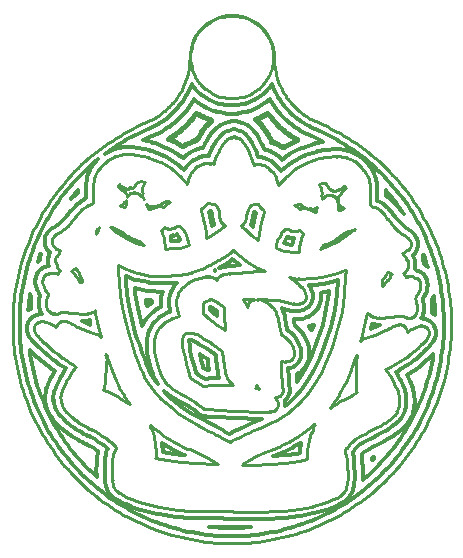
<source format=gbo>
%MOIN*%
%OFA0B0*%
%FSLAX46Y46*%
%IPPOS*%
%LPD*%
%ADD10C,0.00984251968503937*%
%ADD11C,0.011811023622047244*%
%ADD12C,0.013779527559055118*%
%ADD13C,0.015748031496062992*%
%LPD*%
G04 next file*
%LPD*%
D10*
X0000758500Y0000019600D02*
X0000774499Y0000020000D01*
X0000790600Y0000020699D01*
X0000806600Y0000021700D01*
X0000822600Y0000023100D01*
X0000838600Y0000024900D01*
X0000854600Y0000027000D01*
X0000870400Y0000029500D01*
X0000886200Y0000032300D01*
X0000902000Y0000035400D01*
X0000917700Y0000038900D01*
X0000933300Y0000042800D01*
X0000948800Y0000047000D01*
X0000964200Y0000051500D01*
X0000979500Y0000056400D01*
X0000994700Y0000061600D01*
X0001009800Y0000067100D01*
X0001024799Y0000073000D01*
X0001039600Y0000079200D01*
X0001054300Y0000085700D01*
X0001068800Y0000092500D01*
X0001083200Y0000099700D01*
X0001097400Y0000107200D01*
X0001111500Y0000114900D01*
X0001125400Y0000123000D01*
X0001139100Y0000131400D01*
X0001152600Y0000140100D01*
X0001165900Y0000149100D01*
X0001179000Y0000158400D01*
X0001191900Y0000168000D01*
X0001204600Y0000177800D01*
X0001217100Y0000187900D01*
X0001229400Y0000198300D01*
X0001241400Y0000209000D01*
X0001253200Y0000219900D01*
X0001264700Y0000231100D01*
X0001275999Y0000242500D01*
X0001287000Y0000254199D01*
X0001297800Y0000266100D01*
X0001308300Y0000278200D01*
X0001318599Y0000290600D01*
X0001328500Y0000303200D01*
X0001338200Y0000316099D01*
X0001347600Y0000329100D01*
X0001356800Y0000342300D01*
X0001365600Y0000355700D01*
X0001374100Y0000369300D01*
X0001382400Y0000383200D01*
X0001390300Y0000397100D01*
X0001397900Y0000411300D01*
X0001405200Y0000425600D01*
X0001412200Y0000440100D01*
X0001418800Y0000454700D01*
X0001425200Y0000469400D01*
X0001431200Y0000484300D01*
X0001436900Y0000499400D01*
X0001442200Y0000514499D01*
X0001447200Y0000529800D01*
X0001451900Y0000545200D01*
X0001456300Y0000560600D01*
X0001460300Y0000576200D01*
X0001463900Y0000591800D01*
X0001467200Y0000607600D01*
X0001470199Y0000623400D01*
X0001472800Y0000639200D01*
X0001475100Y0000655100D01*
X0001477000Y0000671099D01*
X0001478600Y0000687100D01*
X0001479800Y0000703100D01*
X0001480700Y0000719100D01*
X0001481200Y0000735199D01*
X0001481300Y0000751300D01*
X0001481100Y0000767300D01*
X0001480600Y0000783400D01*
X0001479700Y0000799400D01*
X0001478400Y0000815400D01*
X0001476799Y0000831400D01*
X0001474900Y0000847400D01*
X0001472600Y0000863300D01*
X0001469900Y0000879100D01*
X0001466900Y0000894900D01*
X0001463599Y0000910600D01*
X0001459900Y0000926200D01*
X0001455800Y0000941800D01*
X0001451500Y0000957300D01*
X0001446800Y0000972600D01*
X0001441700Y0000987900D01*
X0001436300Y0001002999D01*
X0001430600Y0001018000D01*
X0001424500Y0001032899D01*
X0001418200Y0001047700D01*
X0001411500Y0001062300D01*
X0001404500Y0001076700D01*
X0001397100Y0001091000D01*
X0001389500Y0001105200D01*
X0001381500Y0001119100D01*
X0001373300Y0001132900D01*
X0001364700Y0001146500D01*
X0001355900Y0001159900D01*
X0001346700Y0001173100D01*
X0001337300Y0001186100D01*
X0001327600Y0001198900D01*
X0001317599Y0001211500D01*
X0001307300Y0001223900D01*
X0001296800Y0001236000D01*
X0001285900Y0001247900D01*
X0001274900Y0001259500D01*
X0001263599Y0001270900D01*
X0001252000Y0001282100D01*
X0001240200Y0001293000D01*
X0001228100Y0001303600D01*
X0001215900Y0001314000D01*
X0001203400Y0001324100D01*
X0001190600Y0001333900D01*
X0001177700Y0001343399D01*
X0001164600Y0001352700D01*
X0001151200Y0001361700D01*
X0001137700Y0001370300D01*
X0001124000Y0001378700D01*
X0001110100Y0001386700D01*
X0001096000Y0001394500D01*
X0001081800Y0001401900D01*
X0001067400Y0001409100D01*
X0001052800Y0001415900D01*
X0001037900Y0001422400D01*
X0001037900Y0001422500D01*
X0001037800Y0001422500D01*
X0001022200Y0001429400D01*
X0001020799Y0001430100D01*
X0001005800Y0001438300D01*
X0001004500Y0001439100D01*
X0000990200Y0001448500D01*
X0000988900Y0001449400D01*
X0000975400Y0001459800D01*
X0000974200Y0001460800D01*
X0000961500Y0001472300D01*
X0000960400Y0001473400D01*
X0000948700Y0001485900D01*
X0000947700Y0001487100D01*
X0000937000Y0001500399D01*
X0000936100Y0001501700D01*
X0000926500Y0001515800D01*
X0000925700Y0001517100D01*
X0000917300Y0001532000D01*
X0000916600Y0001533400D01*
X0000909300Y0001548900D01*
X0000908700Y0001550300D01*
X0000902800Y0001566300D01*
X0000902300Y0001567800D01*
X0000897600Y0001584300D01*
X0000897200Y0001585800D01*
X0000893900Y0001602500D01*
X0000893600Y0001604100D01*
X0000891600Y0001621000D01*
X0000891500Y0001622600D01*
X0000890800Y0001639600D01*
X0000890000Y0001655100D01*
X0000887700Y0001669600D01*
X0000883900Y0001683800D01*
X0000878600Y0001697499D01*
X0000871900Y0001710600D01*
X0000863900Y0001722900D01*
X0000854700Y0001734300D01*
X0000844300Y0001744700D01*
X0000832900Y0001753900D01*
X0000820600Y0001761900D01*
X0000807500Y0001768600D01*
X0000793800Y0001773900D01*
X0000779600Y0001777700D01*
X0000765100Y0001780000D01*
X0000750399Y0001780700D01*
X0000735800Y0001780000D01*
X0000721300Y0001777700D01*
X0000707100Y0001773900D01*
X0000693400Y0001768600D01*
X0000680299Y0001761900D01*
X0000667999Y0001753900D01*
X0000656600Y0001744700D01*
X0000646200Y0001734300D01*
X0000637000Y0001722900D01*
X0000629000Y0001710600D01*
X0000622300Y0001697499D01*
X0000617000Y0001683800D01*
X0000613200Y0001669600D01*
X0000610900Y0001655100D01*
X0000610100Y0001639500D01*
X0000609400Y0001622600D01*
X0000609300Y0001621000D01*
X0000607300Y0001604100D01*
X0000607000Y0001602500D01*
X0000603700Y0001585800D01*
X0000603300Y0001584300D01*
X0000598600Y0001567800D01*
X0000598100Y0001566300D01*
X0000592200Y0001550300D01*
X0000591600Y0001548900D01*
X0000584300Y0001533400D01*
X0000583600Y0001532000D01*
X0000575200Y0001517100D01*
X0000574400Y0001515800D01*
X0000564800Y0001501700D01*
X0000563900Y0001500399D01*
X0000553200Y0001487100D01*
X0000552200Y0001485900D01*
X0000540500Y0001473400D01*
X0000539400Y0001472300D01*
X0000526700Y0001460800D01*
X0000525500Y0001459800D01*
X0000512000Y0001449400D01*
X0000510700Y0001448500D01*
X0000496400Y0001439100D01*
X0000495100Y0001438300D01*
X0000480100Y0001430100D01*
X0000478700Y0001429400D01*
X0000463100Y0001422500D01*
X0000463000Y0001422400D01*
X0000448100Y0001415900D01*
X0000433500Y0001409100D01*
X0000419099Y0001401900D01*
X0000404900Y0001394500D01*
X0000390800Y0001386700D01*
X0000376900Y0001378700D01*
X0000363200Y0001370300D01*
X0000349700Y0001361700D01*
X0000336300Y0001352700D01*
X0000323200Y0001343399D01*
X0000310300Y0001333900D01*
X0000297500Y0001324100D01*
X0000285000Y0001314000D01*
X0000272800Y0001303600D01*
X0000260700Y0001293000D01*
X0000248900Y0001282100D01*
X0000237300Y0001270900D01*
X0000226000Y0001259500D01*
X0000215000Y0001247900D01*
X0000204100Y0001236000D01*
X0000193599Y0001223900D01*
X0000183300Y0001211500D01*
X0000173300Y0001198900D01*
X0000163600Y0001186100D01*
X0000154200Y0001173100D01*
X0000145000Y0001159900D01*
X0000136200Y0001146500D01*
X0000127599Y0001132900D01*
X0000119400Y0001119100D01*
X0000111400Y0001105200D01*
X0000103800Y0001091000D01*
X0000096400Y0001076700D01*
X0000089400Y0001062300D01*
X0000082700Y0001047700D01*
X0000076400Y0001032899D01*
X0000070300Y0001018000D01*
X0000064600Y0001002999D01*
X0000059200Y0000987900D01*
X0000054200Y0000972600D01*
X0000049400Y0000957300D01*
X0000045100Y0000941800D01*
X0000040999Y0000926200D01*
X0000037300Y0000910600D01*
X0000034000Y0000894900D01*
X0000031000Y0000879100D01*
X0000028300Y0000863300D01*
X0000026000Y0000847400D01*
X0000024100Y0000831400D01*
X0000022499Y0000815400D01*
X0000021200Y0000799400D01*
X0000020300Y0000783400D01*
X0000019800Y0000767300D01*
X0000019600Y0000751300D01*
X0000019700Y0000735199D01*
X0000020200Y0000719100D01*
X0000021100Y0000703100D01*
X0000022299Y0000687100D01*
X0000023900Y0000671099D01*
X0000025800Y0000655100D01*
X0000028100Y0000639200D01*
X0000030700Y0000623400D01*
X0000033700Y0000607600D01*
X0000037000Y0000591800D01*
X0000040600Y0000576200D01*
X0000044599Y0000560600D01*
X0000049000Y0000545200D01*
X0000053700Y0000529800D01*
X0000058700Y0000514499D01*
X0000064000Y0000499400D01*
X0000069700Y0000484300D01*
X0000075700Y0000469500D01*
X0000082100Y0000454700D01*
X0000088700Y0000440100D01*
X0000095699Y0000425600D01*
X0000103000Y0000411300D01*
X0000110600Y0000397100D01*
X0000118600Y0000383200D01*
X0000126800Y0000369300D01*
X0000135300Y0000355700D01*
X0000144100Y0000342300D01*
X0000153300Y0000329100D01*
X0000162700Y0000315999D01*
X0000172299Y0000303200D01*
X0000182299Y0000290600D01*
X0000192600Y0000278300D01*
X0000203100Y0000266100D01*
X0000213900Y0000254199D01*
X0000224900Y0000242500D01*
X0000236200Y0000231100D01*
X0000247700Y0000219900D01*
X0000259500Y0000209000D01*
X0000271500Y0000198300D01*
X0000283800Y0000187900D01*
X0000296300Y0000177800D01*
X0000309000Y0000167899D01*
X0000321899Y0000158400D01*
X0000335000Y0000149100D01*
X0000348300Y0000140100D01*
X0000361800Y0000131400D01*
X0000375500Y0000123000D01*
X0000389400Y0000114900D01*
X0000403500Y0000107200D01*
X0000417700Y0000099700D01*
X0000432100Y0000092500D01*
X0000446600Y0000085700D01*
X0000461300Y0000079200D01*
X0000476100Y0000073000D01*
X0000491100Y0000067100D01*
X0000506200Y0000061600D01*
X0000521400Y0000056400D01*
X0000536700Y0000051500D01*
X0000552100Y0000047000D01*
X0000567600Y0000042800D01*
X0000583200Y0000038900D01*
X0000598900Y0000035400D01*
X0000614700Y0000032300D01*
X0000630500Y0000029500D01*
X0000646400Y0000027000D01*
X0000662299Y0000024900D01*
X0000678200Y0000023100D01*
X0000694300Y0000021700D01*
X0000710300Y0000020699D01*
X0000726400Y0000020000D01*
X0000742400Y0000019600D01*
X0000758500Y0000019600D01*
X0000738800Y0001502700D02*
X0000736900Y0001502700D01*
X0000734999Y0001503000D01*
X0000719799Y0001506100D01*
X0000719799Y0001506100D01*
X0000712200Y0001507600D01*
X0000710300Y0001508000D01*
X0000708500Y0001508700D01*
X0000687000Y0001517600D01*
X0000685200Y0001518399D01*
X0000683599Y0001519400D01*
X0000664200Y0001532300D01*
X0000662700Y0001533500D01*
X0000661200Y0001534800D01*
X0000644800Y0001551200D01*
X0000643500Y0001552700D01*
X0000642300Y0001554200D01*
X0000629400Y0001573600D01*
X0000628400Y0001575200D01*
X0000627600Y0001577000D01*
X0000618700Y0001598500D01*
X0000618000Y0001600299D01*
X0000617600Y0001602200D01*
X0000613000Y0001625000D01*
X0000612700Y0001626900D01*
X0000612700Y0001628800D01*
X0000612700Y0001652100D01*
X0000612700Y0001654000D01*
X0000613000Y0001655900D01*
X0000617600Y0001678699D01*
X0000618000Y0001680600D01*
X0000618700Y0001682400D01*
X0000627600Y0001703900D01*
X0000628400Y0001705700D01*
X0000629400Y0001707300D01*
X0000642300Y0001726700D01*
X0000643500Y0001728200D01*
X0000644800Y0001729700D01*
X0000661200Y0001746099D01*
X0000662700Y0001747400D01*
X0000664200Y0001748600D01*
X0000683599Y0001761500D01*
X0000685200Y0001762500D01*
X0000687000Y0001763299D01*
X0000708500Y0001772200D01*
X0000710300Y0001772900D01*
X0000712200Y0001773300D01*
X0000719799Y0001774800D01*
X0000734999Y0001777900D01*
X0000736900Y0001778100D01*
X0000738800Y0001778200D01*
X0000762100Y0001778200D01*
X0000764000Y0001778100D01*
X0000765900Y0001777900D01*
X0000781100Y0001774800D01*
X0000788700Y0001773300D01*
X0000790600Y0001772900D01*
X0000792400Y0001772200D01*
X0000813899Y0001763299D01*
X0000815700Y0001762500D01*
X0000817300Y0001761500D01*
X0000836700Y0001748600D01*
X0000838199Y0001747400D01*
X0000839700Y0001746099D01*
X0000856100Y0001729700D01*
X0000857400Y0001728200D01*
X0000858600Y0001726700D01*
X0000871500Y0001707300D01*
X0000872500Y0001705700D01*
X0000873300Y0001703900D01*
X0000882200Y0001682400D01*
X0000882900Y0001680600D01*
X0000883300Y0001678699D01*
X0000887900Y0001655900D01*
X0000888100Y0001654000D01*
X0000888200Y0001652100D01*
X0000888200Y0001628800D01*
X0000888100Y0001626900D01*
X0000887900Y0001625000D01*
X0000883300Y0001602200D01*
X0000882900Y0001600299D01*
X0000882200Y0001598500D01*
X0000873300Y0001577000D01*
X0000872500Y0001575200D01*
X0000871500Y0001573600D01*
X0000858600Y0001554200D01*
X0000857400Y0001552700D01*
X0000856100Y0001551200D01*
X0000839700Y0001534800D01*
X0000838199Y0001533500D01*
X0000836700Y0001532300D01*
X0000817300Y0001519400D01*
X0000815700Y0001518399D01*
X0000813899Y0001517600D01*
X0000792400Y0001508700D01*
X0000790600Y0001508000D01*
X0000788700Y0001507600D01*
X0000781100Y0001506100D01*
X0000781100Y0001506100D01*
X0000765900Y0001503000D01*
X0000764000Y0001502700D01*
X0000762100Y0001502700D01*
X0000738800Y0001502700D01*
X0000242900Y0000784800D02*
X0000233900Y0000785600D01*
X0000212300Y0000787500D01*
X0000196400Y0000788800D01*
X0000185299Y0000789300D01*
X0000178700Y0000789300D01*
X0000178000Y0000789200D01*
X0000176199Y0000788000D01*
X0000173700Y0000786499D01*
X0000172600Y0000785900D01*
X0000170799Y0000785100D01*
X0000168900Y0000784500D01*
X0000165200Y0000783499D01*
X0000159300Y0000786499D01*
X0000158900Y0000786400D01*
X0000158500Y0000784000D01*
X0000158200Y0000784000D01*
X0000155200Y0000784700D01*
X0000152300Y0000785900D01*
X0000151200Y0000786400D01*
X0000150000Y0000787200D01*
X0000149200Y0000787400D01*
X0000146400Y0000788600D01*
X0000146000Y0000788800D01*
X0000142200Y0000792599D01*
X0000139000Y0000793400D01*
X0000136700Y0000797100D01*
X0000135800Y0000798600D01*
X0000135200Y0000799700D01*
X0000134000Y0000802600D01*
X0000132400Y0000807700D01*
X0000131700Y0000810700D01*
X0000131500Y0000811900D01*
X0000131300Y0000813600D01*
X0000131300Y0000815300D01*
X0000131500Y0000827900D01*
X0000131700Y0000830700D01*
X0000131900Y0000831900D01*
X0000132600Y0000834900D01*
X0000133800Y0000837700D01*
X0000134400Y0000838800D01*
X0000134800Y0000839700D01*
X0000139300Y0000847400D01*
X0000138100Y0000848800D01*
X0000136700Y0000850700D01*
X0000130600Y0000860000D01*
X0000129500Y0000861800D01*
X0000129000Y0000862900D01*
X0000129000Y0000863000D01*
X0000124200Y0000872400D01*
X0000124100Y0000872400D01*
X0000124100Y0000872600D01*
X0000123000Y0000875100D01*
X0000120300Y0000883100D01*
X0000119500Y0000886400D01*
X0000119300Y0000887600D01*
X0000119000Y0000889800D01*
X0000119100Y0000892000D01*
X0000119400Y0000896500D01*
X0000119600Y0000898300D01*
X0000119800Y0000899500D01*
X0000120500Y0000902500D01*
X0000121700Y0000905300D01*
X0000122200Y0000906400D01*
X0000123800Y0000909100D01*
X0000125900Y0000911400D01*
X0000126700Y0000912300D01*
X0000129000Y0000914200D01*
X0000131500Y0000915800D01*
X0000135600Y0000917900D01*
X0000135800Y0000918000D01*
X0000136900Y0000918600D01*
X0000139700Y0000919800D01*
X0000142700Y0000920500D01*
X0000144000Y0000920700D01*
X0000145800Y0000920900D01*
X0000147600Y0000920900D01*
X0000156400Y0000920700D01*
X0000158900Y0000920500D01*
X0000160100Y0000920300D01*
X0000162200Y0000919800D01*
X0000164099Y0000919200D01*
X0000170099Y0000916900D01*
X0000171900Y0000920900D01*
X0000172299Y0000921700D01*
X0000172800Y0000922800D01*
X0000174500Y0000925500D01*
X0000176500Y0000927800D01*
X0000177300Y0000928700D01*
X0000178300Y0000929500D01*
X0000178200Y0000929500D01*
X0000177800Y0000929800D01*
X0000176099Y0000931000D01*
X0000174500Y0000932400D01*
X0000173700Y0000933300D01*
X0000172499Y0000934500D01*
X0000166800Y0000941300D01*
X0000167300Y0000948600D01*
X0000166299Y0000950300D01*
X0000166100Y0000952300D01*
X0000161600Y0000958000D01*
X0000162300Y0000966500D01*
X0000162499Y0000967800D01*
X0000162700Y0000969100D01*
X0000163400Y0000972100D01*
X0000164600Y0000974900D01*
X0000165100Y0000976000D01*
X0000166500Y0000978400D01*
X0000173700Y0000988600D01*
X0000174900Y0000990100D01*
X0000175800Y0000991200D01*
X0000179500Y0000996800D01*
X0000179400Y0000996900D01*
X0000177600Y0000997200D01*
X0000175800Y0000997800D01*
X0000168800Y0001000300D01*
X0000166500Y0001001300D01*
X0000165400Y0001001900D01*
X0000162800Y0001003500D01*
X0000160400Y0001005500D01*
X0000159600Y0001006400D01*
X0000157800Y0001008400D01*
X0000154900Y0001012200D01*
X0000153900Y0001013700D01*
X0000153100Y0001015200D01*
X0000152500Y0001016300D01*
X0000151300Y0001019099D01*
X0000150600Y0001022100D01*
X0000150400Y0001023300D01*
X0000150200Y0001026400D01*
X0000150400Y0001029500D01*
X0000150600Y0001030700D01*
X0000150900Y0001032200D01*
X0000151000Y0001032600D01*
X0000151100Y0001032700D01*
X0000151400Y0001033800D01*
X0000152500Y0001036700D01*
X0000153100Y0001037700D01*
X0000154700Y0001040300D01*
X0000156700Y0001042700D01*
X0000157600Y0001043500D01*
X0000157899Y0001043800D01*
X0000157999Y0001044200D01*
X0000161500Y0001047700D01*
X0000163400Y0001049200D01*
X0000165300Y0001050500D01*
X0000172499Y0001054600D01*
X0000172499Y0001054600D01*
X0000178300Y0001058000D01*
X0000190000Y0001066800D01*
X0000203100Y0001078700D01*
X0000215700Y0001092000D01*
X0000227300Y0001106400D01*
X0000229600Y0001109500D01*
X0000230900Y0001111000D01*
X0000247400Y0001129100D01*
X0000248000Y0001129700D01*
X0000248900Y0001130600D01*
X0000251400Y0001132700D01*
X0000268700Y0001145000D01*
X0000271200Y0001146600D01*
X0000272300Y0001147100D01*
X0000274700Y0001148200D01*
X0000288800Y0001153100D01*
X0000288700Y0001181400D01*
X0000288700Y0001181500D01*
X0000288700Y0001190600D01*
X0000288700Y0001191100D01*
X0000289200Y0001211800D01*
X0000289300Y0001213400D01*
X0000291100Y0001229200D01*
X0000291200Y0001230200D01*
X0000291400Y0001231400D01*
X0000291800Y0001233400D01*
X0000295200Y0001245800D01*
X0000295800Y0001247800D01*
X0000296600Y0001249700D01*
X0000297200Y0001250800D01*
X0000297300Y0001250900D01*
X0000302700Y0001261300D01*
X0000303700Y0001263100D01*
X0000304900Y0001264700D01*
X0000312900Y0001274400D01*
X0000314200Y0001275799D01*
X0000315000Y0001276599D01*
X0000315500Y0001277100D01*
X0000326399Y0001287399D01*
X0000327500Y0001288300D01*
X0000334299Y0001293900D01*
X0000336900Y0001295600D01*
X0000356500Y0001306999D01*
X0000357400Y0001307500D01*
X0000358499Y0001308100D01*
X0000360400Y0001308900D01*
X0000362500Y0001309600D01*
X0000384100Y0001315200D01*
X0000386000Y0001315600D01*
X0000387199Y0001315800D01*
X0000390000Y0001316000D01*
X0000414900Y0001316400D01*
X0000417200Y0001316200D01*
X0000430400Y0001314800D01*
X0000431400Y0001314700D01*
X0000432600Y0001314500D01*
X0000433700Y0001314300D01*
X0000472100Y0001305999D01*
X0000475200Y0001305000D01*
X0000510800Y0001290900D01*
X0000512399Y0001290200D01*
X0000513499Y0001289600D01*
X0000514800Y0001288900D01*
X0000547100Y0001269399D01*
X0000549700Y0001267500D01*
X0000578500Y0001242900D01*
X0000579600Y0001241800D01*
X0000580500Y0001241000D01*
X0000581600Y0001239800D01*
X0000600100Y0001217900D01*
X0000603100Y0001229200D01*
X0000604200Y0001232200D01*
X0000610900Y0001247200D01*
X0000611300Y0001248000D01*
X0000611900Y0001249100D01*
X0000612200Y0001249700D01*
X0000614700Y0001254200D01*
X0000615800Y0001255900D01*
X0000617100Y0001257600D01*
X0000628400Y0001270600D01*
X0000629300Y0001271500D01*
X0000630200Y0001272400D01*
X0000632500Y0001274400D01*
X0000635099Y0001275999D01*
X0000636200Y0001276599D01*
X0000636300Y0001276599D01*
X0000650600Y0001283800D01*
X0000653399Y0001285000D01*
X0000656399Y0001285700D01*
X0000657600Y0001285900D01*
X0000659199Y0001286100D01*
X0000676000Y0001287300D01*
X0000679500Y0001284400D01*
X0000683699Y0001286500D01*
X0000690600Y0001284600D01*
X0000691400Y0001289300D01*
X0000692200Y0001292400D01*
X0000697800Y0001308900D01*
X0000698599Y0001310800D01*
X0000706500Y0001327800D01*
X0000706800Y0001328400D01*
X0000707400Y0001329500D01*
X0000708099Y0001330700D01*
X0000717300Y0001346100D01*
X0000719000Y0001348500D01*
X0000728400Y0001360000D01*
X0000729700Y0001361399D01*
X0000730600Y0001362300D01*
X0000731000Y0001362700D01*
X0000734500Y0001366000D01*
X0000736100Y0001367300D01*
X0000741199Y0001371300D01*
X0000744600Y0001370900D01*
X0000745300Y0001371500D01*
X0000747900Y0001373100D01*
X0000748400Y0001373399D01*
X0000749800Y0001370700D01*
X0000755700Y0001376000D01*
X0000759399Y0001376000D01*
X0000765000Y0001370800D01*
X0000766300Y0001373399D01*
X0000766700Y0001373199D01*
X0000769400Y0001371500D01*
X0000770300Y0001370800D01*
X0000773600Y0001371100D01*
X0000778200Y0001367500D01*
X0000779900Y0001366000D01*
X0000780800Y0001365100D01*
X0000780800Y0001365100D01*
X0000783800Y0001362100D01*
X0000785900Y0001359600D01*
X0000795500Y0001346100D01*
X0000797000Y0001343700D01*
X0000806800Y0001324500D01*
X0000806800Y0001324500D01*
X0000807400Y0001323400D01*
X0000808100Y0001321700D01*
X0000817700Y0001297700D01*
X0000818100Y0001296700D01*
X0000822300Y0001283900D01*
X0000822800Y0001282399D01*
X0000823100Y0001281000D01*
X0000829900Y0001282700D01*
X0000831700Y0001283100D01*
X0000833000Y0001283300D01*
X0000835700Y0001283500D01*
X0000838500Y0001283400D01*
X0000848900Y0001282100D01*
X0000849500Y0001281999D01*
X0000850700Y0001281799D01*
X0000853700Y0001281100D01*
X0000856600Y0001279900D01*
X0000857700Y0001279300D01*
X0000858000Y0001279200D01*
X0000868700Y0001273500D01*
X0000870800Y0001272200D01*
X0000872700Y0001270700D01*
X0000882800Y0001261500D01*
X0000883400Y0001260900D01*
X0000884300Y0001260000D01*
X0000885900Y0001258200D01*
X0000887200Y0001256300D01*
X0000896700Y0001240600D01*
X0000897400Y0001239400D01*
X0000898000Y0001238300D01*
X0000898800Y0001236500D01*
X0000899400Y0001234600D01*
X0000904600Y0001216000D01*
X0000904900Y0001214500D01*
X0000929600Y0001242000D01*
X0000930300Y0001242700D01*
X0000931200Y0001243600D01*
X0000933000Y0001245200D01*
X0000962700Y0001268400D01*
X0000965500Y0001270199D01*
X0000999200Y0001288300D01*
X0000999600Y0001288500D01*
X0001000699Y0001289000D01*
X0001003300Y0001290100D01*
X0001040999Y0001302800D01*
X0001043299Y0001303500D01*
X0001064900Y0001307900D01*
X0001065800Y0001308000D01*
X0001067000Y0001308200D01*
X0001068800Y0001308400D01*
X0001097500Y0001310300D01*
X0001099600Y0001308600D01*
X0001101600Y0001310100D01*
X0001126700Y0001306399D01*
X0001126900Y0001306399D01*
X0001128100Y0001306199D01*
X0001130500Y0001305599D01*
X0001132900Y0001304800D01*
X0001154400Y0001295500D01*
X0001155500Y0001295000D01*
X0001156600Y0001294399D01*
X0001158500Y0001293399D01*
X0001160200Y0001292100D01*
X0001178200Y0001277300D01*
X0001179600Y0001275999D01*
X0001180400Y0001275100D01*
X0001181400Y0001274100D01*
X0001189100Y0001265200D01*
X0001190500Y0001263300D01*
X0001199000Y0001250700D01*
X0001200200Y0001248600D01*
X0001200700Y0001247500D01*
X0001201500Y0001245800D01*
X0001206800Y0001232400D01*
X0001207400Y0001230500D01*
X0001207900Y0001228500D01*
X0001210600Y0001212400D01*
X0001210700Y0001212200D01*
X0001210900Y0001211000D01*
X0001211100Y0001208800D01*
X0001212000Y0001188000D01*
X0001212100Y0001187200D01*
X0001212100Y0001180800D01*
X0001212100Y0001180500D01*
X0001211900Y0001165000D01*
X0001211900Y0001164500D01*
X0001211400Y0001150800D01*
X0001211400Y0001150000D01*
X0001211000Y0001145400D01*
X0001222700Y0001141200D01*
X0001224900Y0001140200D01*
X0001226000Y0001139600D01*
X0001226400Y0001139400D01*
X0001239900Y0001132200D01*
X0001241900Y0001131000D01*
X0001243700Y0001129500D01*
X0001254800Y0001119600D01*
X0001255600Y0001118900D01*
X0001256400Y0001118000D01*
X0001258200Y0001116000D01*
X0001269100Y0001101700D01*
X0001269599Y0001101000D01*
X0001270600Y0001099600D01*
X0001280600Y0001086900D01*
X0001292600Y0001073700D01*
X0001304900Y0001061800D01*
X0001316500Y0001051900D01*
X0001325500Y0001045900D01*
X0001326200Y0001045600D01*
X0001327800Y0001044600D01*
X0001334400Y0001040100D01*
X0001335200Y0001036800D01*
X0001337900Y0001035400D01*
X0001339800Y0001035099D01*
X0001342500Y0001031700D01*
X0001343600Y0001030100D01*
X0001344500Y0001028400D01*
X0001345100Y0001027400D01*
X0001346200Y0001024500D01*
X0001347000Y0001021500D01*
X0001347200Y0001020300D01*
X0001347400Y0001017500D01*
X0001347300Y0001014799D01*
X0001347100Y0001013600D01*
X0001347000Y0001012899D01*
X0001346800Y0001011700D01*
X0001346100Y0001008599D01*
X0001344900Y0001005800D01*
X0001344300Y0001004699D01*
X0001342900Y0001002300D01*
X0001341200Y0001000200D01*
X0001337199Y0000995900D01*
X0001332700Y0000995400D01*
X0001331100Y0000994700D01*
X0001328600Y0000994100D01*
X0001324999Y0000988600D01*
X0001317999Y0000987100D01*
X0001323700Y0000979900D01*
X0001325500Y0000978000D01*
X0001326600Y0000976900D01*
X0001332200Y0000970200D01*
X0001331900Y0000965000D01*
X0001336399Y0000962500D01*
X0001338100Y0000957500D01*
X0001338800Y0000954500D01*
X0001339000Y0000953200D01*
X0001339200Y0000950200D01*
X0001339000Y0000947100D01*
X0001338800Y0000945800D01*
X0001338300Y0000943600D01*
X0001336799Y0000938300D01*
X0001336199Y0000936500D01*
X0001335400Y0000934700D01*
X0001334800Y0000933600D01*
X0001334100Y0000932300D01*
X0001332000Y0000928900D01*
X0001330700Y0000926900D01*
X0001329100Y0000925200D01*
X0001328300Y0000924300D01*
X0001326200Y0000922600D01*
X0001323999Y0000921100D01*
X0001322000Y0000919900D01*
X0001322700Y0000919300D01*
X0001324700Y0000916900D01*
X0001326300Y0000914300D01*
X0001326800Y0000913200D01*
X0001327400Y0000912000D01*
X0001329700Y0000906600D01*
X0001333900Y0000908500D01*
X0001336399Y0000909400D01*
X0001339100Y0000910000D01*
X0001340300Y0000910200D01*
X0001343100Y0000910500D01*
X0001350900Y0000910600D01*
X0001356300Y0000905600D01*
X0001358400Y0000905300D01*
X0001360100Y0000904200D01*
X0001367199Y0000904200D01*
X0001371900Y0000899700D01*
X0001372000Y0000899500D01*
X0001372900Y0000898700D01*
X0001374900Y0000896300D01*
X0001376500Y0000893700D01*
X0001377100Y0000892600D01*
X0001378300Y0000889700D01*
X0001378999Y0000886700D01*
X0001379199Y0000885500D01*
X0001379399Y0000883800D01*
X0001379399Y0000882100D01*
X0001379300Y0000876300D01*
X0001379100Y0000873600D01*
X0001378900Y0000872400D01*
X0001378500Y0000870400D01*
X0001377900Y0000868600D01*
X0001374300Y0000859100D01*
X0001373399Y0000857100D01*
X0001372900Y0000856000D01*
X0001372300Y0000855000D01*
X0001366100Y0000844200D01*
X0001364300Y0000842100D01*
X0001364500Y0000841900D01*
X0001360000Y0000836300D01*
X0001361700Y0000833600D01*
X0001362500Y0000832200D01*
X0001363100Y0000831100D01*
X0001364300Y0000828200D01*
X0001365000Y0000825200D01*
X0001365200Y0000824000D01*
X0001365200Y0000823900D01*
X0001367199Y0000810700D01*
X0001367399Y0000807500D01*
X0001367399Y0000804000D01*
X0001367300Y0000803000D01*
X0001366900Y0000795600D01*
X0001366700Y0000793700D01*
X0001366500Y0000792500D01*
X0001366100Y0000790600D01*
X0001365300Y0000787600D01*
X0001364900Y0000787300D01*
X0001364700Y0000786499D01*
X0001363500Y0000783699D01*
X0001363000Y0000782600D01*
X0001361300Y0000779900D01*
X0001359300Y0000777599D01*
X0001358500Y0000776700D01*
X0001356100Y0000774700D01*
X0001353500Y0000773100D01*
X0001352400Y0000772500D01*
X0001349500Y0000771399D01*
X0001346500Y0000770600D01*
X0001345300Y0000770400D01*
X0001342199Y0000770200D01*
X0001339500Y0000770400D01*
X0001339400Y0000770400D01*
X0001338800Y0000770500D01*
X0001338600Y0000770500D01*
X0001338000Y0000770600D01*
X0001334800Y0000771399D01*
X0001330300Y0000772900D01*
X0001329400Y0000773200D01*
X0001322300Y0000776000D01*
X0001319199Y0000776900D01*
X0001312399Y0000777599D01*
X0001299100Y0000776500D01*
X0001285300Y0000774800D01*
X0001285200Y0000774900D01*
X0001285100Y0000774800D01*
X0001267000Y0000772700D01*
X0001266700Y0000772900D01*
X0001266400Y0000772600D01*
X0001253100Y0000771499D01*
X0001252500Y0000772000D01*
X0001251900Y0000771399D01*
X0001242300Y0000771200D01*
X0001241100Y0000772200D01*
X0001239900Y0000771299D01*
X0001232800Y0000772000D01*
X0001231700Y0000772100D01*
X0001230500Y0000772300D01*
X0001228100Y0000772900D01*
X0001222500Y0000774499D01*
X0001219400Y0000775700D01*
X0001214200Y0000778200D01*
X0001213800Y0000778400D01*
X0001212700Y0000778900D01*
X0001210900Y0000780000D01*
X0001207700Y0000782100D01*
X0001206300Y0000783200D01*
X0001204900Y0000784300D01*
X0001200300Y0000788700D01*
X0001195100Y0000761200D01*
X0001194900Y0000760500D01*
X0001181500Y0000701999D01*
X0001181200Y0000701000D01*
X0001179500Y0000695000D01*
X0001180400Y0000695599D01*
X0001192500Y0000702099D01*
X0001192900Y0000702300D01*
X0001194000Y0000702800D01*
X0001196100Y0000703800D01*
X0001214500Y0000710499D01*
X0001215100Y0000710699D01*
X0001217500Y0000711500D01*
X0001235000Y0000718000D01*
X0001253700Y0000725999D01*
X0001269999Y0000733800D01*
X0001275999Y0000736900D01*
X0001275999Y0000736900D01*
X0001277100Y0000737500D01*
X0001277600Y0000737700D01*
X0001288700Y0000743000D01*
X0001289600Y0000743400D01*
X0001297600Y0000746700D01*
X0001299500Y0000747399D01*
X0001301300Y0000747900D01*
X0001304800Y0000748500D01*
X0001305599Y0000748700D01*
X0001306799Y0000748900D01*
X0001309900Y0000749100D01*
X0001312900Y0000748900D01*
X0001314100Y0000748700D01*
X0001317200Y0000748000D01*
X0001320000Y0000746800D01*
X0001321100Y0000746200D01*
X0001323700Y0000744600D01*
X0001326100Y0000742600D01*
X0001327000Y0000741700D01*
X0001329000Y0000739400D01*
X0001330599Y0000736700D01*
X0001331100Y0000735600D01*
X0001332300Y0000732800D01*
X0001333000Y0000729800D01*
X0001333200Y0000728600D01*
X0001333400Y0000727700D01*
X0001333700Y0000725100D01*
X0001348100Y0000733200D01*
X0001348799Y0000733500D01*
X0001349900Y0000734100D01*
X0001350200Y0000734200D01*
X0001363300Y0000740600D01*
X0001365700Y0000741600D01*
X0001373599Y0000744299D01*
X0001376800Y0000745100D01*
X0001378000Y0000745300D01*
X0001381100Y0000745500D01*
X0001384200Y0000745300D01*
X0001385399Y0000745100D01*
X0001387800Y0000744500D01*
X0001390100Y0000743700D01*
X0001392800Y0000742500D01*
X0001393900Y0000742000D01*
X0001395000Y0000741399D01*
X0001397700Y0000739800D01*
X0001400000Y0000737800D01*
X0001400900Y0000737000D01*
X0001402900Y0000734600D01*
X0001404500Y0000731999D01*
X0001405100Y0000730900D01*
X0001406200Y0000728000D01*
X0001407000Y0000725000D01*
X0001407200Y0000723800D01*
X0001407400Y0000720700D01*
X0001407200Y0000717600D01*
X0001407000Y0000716400D01*
X0001406200Y0000713400D01*
X0001405100Y0000710599D01*
X0001404500Y0000709500D01*
X0001404400Y0000709300D01*
X0001402400Y0000705400D01*
X0001401300Y0000703600D01*
X0001400000Y0000701899D01*
X0001393900Y0000694500D01*
X0001393000Y0000693500D01*
X0001383700Y0000683899D01*
X0001383500Y0000683699D01*
X0001382600Y0000682800D01*
X0001382300Y0000682500D01*
X0001371000Y0000671699D01*
X0001370600Y0000671299D01*
X0001358400Y0000660200D01*
X0001357900Y0000659800D01*
X0001345800Y0000649600D01*
X0001345100Y0000649000D01*
X0001334200Y0000640699D01*
X0001333400Y0000640100D01*
X0001328200Y0000636500D01*
X0001327600Y0000636100D01*
X0001312700Y0000626500D01*
X0001312199Y0000626200D01*
X0001295200Y0000616100D01*
X0001294700Y0000615800D01*
X0001278500Y0000606700D01*
X0001278000Y0000606500D01*
X0001264300Y0000599400D01*
X0001263199Y0000599600D01*
X0001262800Y0000598800D01*
X0001267100Y0000593600D01*
X0001267500Y0000593000D01*
X0001269200Y0000590800D01*
X0001269999Y0000589700D01*
X0001275999Y0000580500D01*
X0001276500Y0000579700D01*
X0001283700Y0000567200D01*
X0001284100Y0000566600D01*
X0001291400Y0000553100D01*
X0001291600Y0000552700D01*
X0001292100Y0000551600D01*
X0001292300Y0000551300D01*
X0001299200Y0000537100D01*
X0001299799Y0000535600D01*
X0001304300Y0000524100D01*
X0001305100Y0000521200D01*
X0001307400Y0000510900D01*
X0001307600Y0000509800D01*
X0001307800Y0000508600D01*
X0001308000Y0000506700D01*
X0001308700Y0000495400D01*
X0001308700Y0000493800D01*
X0001308600Y0000485700D01*
X0001308400Y0000483200D01*
X0001307100Y0000474400D01*
X0001304400Y0000472100D01*
X0001305700Y0000468900D01*
X0001302700Y0000460900D01*
X0001299300Y0000459200D01*
X0001299700Y0000455500D01*
X0001294300Y0000447900D01*
X0001292200Y0000445400D01*
X0001291300Y0000444600D01*
X0001290800Y0000444000D01*
X0001282300Y0000436200D01*
X0001280400Y0000434600D01*
X0001268300Y0000426100D01*
X0001267200Y0000425300D01*
X0001250900Y0000415400D01*
X0001250300Y0000415000D01*
X0001229200Y0000403400D01*
X0001228900Y0000403200D01*
X0001202500Y0000389100D01*
X0001202400Y0000389100D01*
X0001200400Y0000388000D01*
X0001178500Y0000376000D01*
X0001162300Y0000366300D01*
X0001151300Y0000358399D01*
X0001145300Y0000352800D01*
X0001141000Y0000347000D01*
X0001141000Y0000346800D01*
X0001140700Y0000346399D01*
X0001136800Y0000340199D01*
X0001135800Y0000338699D01*
X0001133800Y0000336200D01*
X0001132300Y0000335900D01*
X0001128200Y0000332400D01*
X0001128300Y0000331900D01*
X0001128000Y0000328800D01*
X0001127800Y0000327600D01*
X0001127100Y0000324600D01*
X0001126400Y0000322800D01*
X0001129100Y0000317300D01*
X0001131600Y0000315600D01*
X0001132400Y0000311600D01*
X0001131500Y0000310000D01*
X0001132800Y0000308800D01*
X0001133700Y0000299500D01*
X0001133800Y0000299100D01*
X0001134800Y0000285900D01*
X0001134800Y0000285600D01*
X0001135800Y0000269900D01*
X0001135900Y0000269700D01*
X0001136500Y0000257100D01*
X0001136500Y0000256500D01*
X0001136900Y0000237100D01*
X0001136900Y0000235400D01*
X0001136000Y0000220900D01*
X0001135800Y0000219100D01*
X0001135600Y0000217900D01*
X0001135200Y0000216200D01*
X0001132600Y0000205500D01*
X0001131900Y0000203400D01*
X0001131000Y0000201300D01*
X0001130400Y0000200300D01*
X0001129800Y0000199200D01*
X0001125100Y0000191200D01*
X0001123700Y0000189099D01*
X0001122100Y0000187300D01*
X0001121200Y0000186400D01*
X0001120400Y0000185700D01*
X0001113300Y0000179299D01*
X0001111800Y0000178100D01*
X0001110200Y0000176999D01*
X0001100300Y0000171100D01*
X0001099200Y0000170500D01*
X0001098100Y0000170000D01*
X0001098000Y0000169900D01*
X0001090800Y0000166299D01*
X0001089300Y0000165599D01*
X0001075400Y0000160100D01*
X0001075400Y0000160100D01*
X0001058500Y0000153400D01*
X0001056500Y0000152700D01*
X0001019700Y0000142400D01*
X0001018100Y0000142000D01*
X0000975400Y0000133700D01*
X0000974000Y0000134500D01*
X0000973000Y0000133300D01*
X0000924600Y0000127099D01*
X0000924100Y0000127500D01*
X0000923700Y0000127000D01*
X0000918800Y0000126599D01*
X0000918400Y0000126900D01*
X0000918100Y0000126599D01*
X0000904000Y0000125900D01*
X0000903800Y0000126099D01*
X0000903600Y0000125900D01*
X0000884200Y0000125500D01*
X0000884100Y0000125599D01*
X0000884000Y0000125500D01*
X0000860200Y0000125200D01*
X0000860100Y0000125200D01*
X0000860000Y0000125200D01*
X0000832800Y0000125000D01*
X0000832800Y0000125099D01*
X0000832700Y0000125000D01*
X0000803000Y0000125000D01*
X0000802900Y0000125099D01*
X0000802900Y0000125000D01*
X0000771499Y0000125099D01*
X0000771399Y0000125099D01*
X0000739400Y0000125400D01*
X0000739300Y0000125400D01*
X0000707400Y0000125800D01*
X0000707300Y0000125800D01*
X0000676600Y0000126300D01*
X0000676500Y0000126300D01*
X0000647800Y0000126800D01*
X0000647700Y0000126900D01*
X0000621900Y0000127500D01*
X0000621800Y0000127500D01*
X0000599900Y0000128300D01*
X0000599600Y0000128300D01*
X0000582500Y0000129200D01*
X0000581900Y0000129200D01*
X0000570500Y0000130100D01*
X0000569900Y0000130200D01*
X0000569800Y0000130200D01*
X0000569000Y0000130300D01*
X0000510800Y0000139400D01*
X0000510700Y0000139400D01*
X0000509499Y0000139600D01*
X0000507800Y0000139900D01*
X0000454500Y0000153100D01*
X0000453200Y0000153500D01*
X0000442100Y0000157100D01*
X0000441300Y0000157400D01*
X0000424200Y0000163800D01*
X0000423500Y0000164099D01*
X0000406600Y0000171200D01*
X0000405800Y0000171500D01*
X0000390600Y0000178700D01*
X0000389900Y0000180100D01*
X0000388400Y0000179800D01*
X0000376400Y0000186300D01*
X0000374400Y0000187599D01*
X0000367100Y0000192800D01*
X0000364700Y0000194900D01*
X0000363800Y0000195800D01*
X0000362500Y0000197100D01*
X0000362000Y0000197800D01*
X0000362000Y0000198000D01*
X0000361599Y0000198400D01*
X0000359999Y0000201000D01*
X0000359600Y0000201800D01*
X0000358499Y0000204500D01*
X0000358100Y0000204700D01*
X0000355399Y0000211900D01*
X0000354900Y0000213700D01*
X0000354500Y0000215600D01*
X0000352600Y0000227500D01*
X0000353500Y0000229100D01*
X0000352199Y0000230300D01*
X0000350999Y0000245500D01*
X0000350899Y0000246600D01*
X0000350500Y0000263400D01*
X0000350500Y0000264300D01*
X0000350799Y0000281200D01*
X0000350799Y0000282200D01*
X0000351900Y0000297600D01*
X0000352100Y0000299200D01*
X0000353999Y0000311600D01*
X0000353999Y0000311700D01*
X0000354200Y0000312900D01*
X0000355000Y0000316200D01*
X0000357700Y0000324000D01*
X0000358700Y0000326599D01*
X0000359300Y0000327700D01*
X0000360900Y0000330300D01*
X0000362899Y0000332699D01*
X0000363800Y0000333500D01*
X0000365200Y0000334700D01*
X0000364900Y0000335499D01*
X0000364599Y0000337199D01*
X0000364399Y0000338500D01*
X0000364200Y0000340700D01*
X0000361300Y0000343099D01*
X0000359700Y0000344500D01*
X0000358800Y0000345400D01*
X0000358100Y0000346100D01*
X0000351100Y0000353899D01*
X0000349399Y0000355600D01*
X0000341799Y0000361800D01*
X0000330800Y0000369800D01*
X0000318200Y0000378400D01*
X0000305500Y0000386500D01*
X0000294200Y0000393299D01*
X0000287600Y0000396800D01*
X0000283900Y0000398000D01*
X0000280300Y0000399200D01*
X0000277400Y0000400400D01*
X0000276300Y0000401000D01*
X0000276100Y0000401100D01*
X0000267700Y0000405500D01*
X0000266600Y0000406100D01*
X0000255500Y0000412900D01*
X0000254900Y0000413300D01*
X0000242500Y0000421500D01*
X0000242000Y0000421800D01*
X0000229600Y0000430500D01*
X0000229000Y0000430900D01*
X0000218100Y0000439100D01*
X0000217200Y0000439900D01*
X0000209100Y0000446700D01*
X0000208000Y0000447800D01*
X0000207100Y0000448600D01*
X0000206800Y0000448900D01*
X0000197600Y0000458600D01*
X0000195500Y0000461100D01*
X0000186400Y0000474500D01*
X0000185100Y0000476700D01*
X0000184499Y0000477800D01*
X0000183699Y0000479500D01*
X0000183100Y0000481400D01*
X0000179600Y0000493900D01*
X0000182100Y0000498800D01*
X0000178900Y0000503100D01*
X0000180600Y0000515700D01*
X0000180699Y0000516100D01*
X0000180900Y0000517300D01*
X0000181300Y0000519400D01*
X0000182000Y0000521400D01*
X0000184800Y0000528600D01*
X0000185299Y0000529700D01*
X0000191100Y0000542300D01*
X0000191399Y0000542800D01*
X0000198800Y0000557400D01*
X0000198800Y0000557500D01*
X0000199400Y0000558600D01*
X0000199500Y0000559000D01*
X0000207400Y0000573600D01*
X0000207600Y0000574100D01*
X0000214900Y0000586600D01*
X0000215500Y0000587600D01*
X0000221000Y0000596100D01*
X0000221800Y0000597200D01*
X0000227500Y0000604700D01*
X0000229300Y0000606600D01*
X0000230100Y0000607500D01*
X0000231200Y0000608400D01*
X0000225500Y0000611900D01*
X0000225200Y0000612100D01*
X0000212500Y0000620200D01*
X0000212400Y0000620300D01*
X0000197900Y0000629700D01*
X0000197399Y0000630000D01*
X0000186200Y0000637799D01*
X0000185600Y0000638299D01*
X0000171100Y0000649200D01*
X0000170600Y0000649600D01*
X0000155500Y0000661600D01*
X0000155200Y0000661999D01*
X0000140300Y0000674499D01*
X0000140000Y0000674799D01*
X0000126200Y0000687000D01*
X0000125800Y0000687400D01*
X0000114000Y0000698499D01*
X0000113600Y0000698899D01*
X0000112700Y0000699800D01*
X0000112500Y0000700000D01*
X0000103500Y0000709300D01*
X0000102300Y0000710599D01*
X0000096799Y0000717400D01*
X0000095600Y0000719000D01*
X0000094600Y0000720800D01*
X0000094100Y0000721900D01*
X0000093300Y0000723600D01*
X0000092700Y0000725400D01*
X0000091700Y0000728799D01*
X0000091200Y0000731200D01*
X0000091000Y0000732400D01*
X0000090700Y0000735500D01*
X0000091000Y0000738600D01*
X0000091200Y0000739800D01*
X0000091899Y0000742800D01*
X0000093100Y0000745600D01*
X0000093600Y0000746700D01*
X0000095299Y0000749400D01*
X0000097300Y0000751700D01*
X0000098100Y0000752600D01*
X0000100500Y0000754600D01*
X0000103100Y0000756199D01*
X0000104200Y0000756800D01*
X0000106200Y0000757600D01*
X0000108200Y0000758300D01*
X0000109700Y0000758700D01*
X0000111600Y0000759100D01*
X0000112800Y0000759299D01*
X0000115900Y0000759499D01*
X0000119000Y0000759299D01*
X0000120200Y0000759100D01*
X0000121100Y0000758900D01*
X0000127700Y0000757500D01*
X0000130399Y0000756800D01*
X0000140300Y0000753199D01*
X0000141600Y0000752700D01*
X0000153200Y0000747500D01*
X0000154100Y0000747099D01*
X0000155200Y0000746500D01*
X0000155300Y0000746500D01*
X0000165400Y0000741299D01*
X0000166100Y0000743900D01*
X0000167300Y0000744700D01*
X0000167400Y0000745200D01*
X0000168599Y0000748000D01*
X0000169200Y0000749100D01*
X0000170799Y0000751800D01*
X0000172800Y0000754100D01*
X0000173700Y0000755000D01*
X0000176000Y0000757000D01*
X0000178600Y0000758600D01*
X0000179700Y0000759199D01*
X0000182600Y0000760300D01*
X0000185600Y0000761100D01*
X0000186200Y0000761100D01*
X0000186400Y0000759900D01*
X0000187900Y0000761400D01*
X0000188800Y0000761500D01*
X0000192000Y0000758800D01*
X0000192300Y0000761100D01*
X0000193200Y0000761000D01*
X0000196200Y0000760300D01*
X0000197300Y0000759800D01*
X0000197900Y0000760100D01*
X0000203499Y0000758000D01*
X0000205300Y0000757300D01*
X0000214700Y0000752700D01*
X0000215000Y0000752600D01*
X0000216100Y0000752000D01*
X0000216600Y0000751700D01*
X0000228200Y0000745400D01*
X0000228400Y0000745300D01*
X0000229000Y0000745000D01*
X0000243700Y0000737500D01*
X0000261500Y0000729800D01*
X0000278200Y0000723800D01*
X0000297300Y0000717099D01*
X0000299700Y0000716100D01*
X0000300800Y0000715500D01*
X0000300800Y0000715500D01*
X0000314400Y0000708500D01*
X0000305000Y0000742700D01*
X0000304800Y0000743500D01*
X0000295100Y0000785900D01*
X0000294900Y0000786900D01*
X0000293400Y0000795400D01*
X0000292900Y0000795000D01*
X0000285200Y0000790400D01*
X0000282000Y0000791000D01*
X0000280400Y0000788100D01*
X0000273500Y0000785700D01*
X0000269900Y0000787300D01*
X0000267100Y0000784500D01*
X0000258500Y0000783900D01*
X0000257299Y0000785000D01*
X0000256000Y0000783900D01*
X0000243300Y0000784800D01*
X0000242900Y0000784800D01*
X0000400700Y0001172200D02*
X0000401300Y0001173800D01*
X0000402000Y0001175300D01*
X0000402600Y0001176400D01*
X0000404200Y0001179000D01*
X0000406200Y0001181400D01*
X0000406999Y0001182200D01*
X0000409400Y0001184200D01*
X0000412000Y0001185900D01*
X0000413100Y0001186400D01*
X0000416000Y0001187600D01*
X0000419000Y0001188300D01*
X0000420200Y0001188500D01*
X0000423300Y0001188800D01*
X0000426400Y0001188700D01*
X0000429400Y0001188500D01*
X0000430600Y0001188300D01*
X0000433600Y0001187600D01*
X0000436500Y0001186400D01*
X0000437600Y0001185800D01*
X0000439100Y0001185000D01*
X0000440600Y0001184000D01*
X0000446100Y0001179700D01*
X0000448100Y0001178000D01*
X0000449000Y0001177100D01*
X0000450600Y0001175400D01*
X0000452500Y0001172900D01*
X0000450700Y0001182600D01*
X0000452900Y0001186300D01*
X0000450300Y0001189600D01*
X0000451800Y0001202700D01*
X0000451900Y0001203600D01*
X0000452100Y0001204800D01*
X0000452600Y0001207000D01*
X0000453400Y0001209200D01*
X0000458500Y0001221600D01*
X0000459100Y0001223100D01*
X0000459700Y0001224200D01*
X0000460100Y0001224900D01*
X0000458600Y0001225300D01*
X0000446900Y0001226700D01*
X0000438700Y0001225100D01*
X0000435500Y0001223100D01*
X0000432300Y0001218100D01*
X0000431400Y0001216400D01*
X0000430400Y0001216100D01*
X0000428600Y0001213500D01*
X0000428300Y0001213300D01*
X0000426000Y0001211300D01*
X0000424500Y0001210300D01*
X0000424000Y0001208300D01*
X0000418700Y0001204800D01*
X0000411900Y0001205800D01*
X0000411400Y0001205600D01*
X0000410900Y0001205500D01*
X0000405900Y0001200700D01*
X0000399900Y0001200600D01*
X0000395700Y0001204300D01*
X0000395600Y0001204300D01*
X0000392500Y0001204600D01*
X0000392500Y0001204600D01*
X0000387900Y0001206900D01*
X0000383500Y0001206900D01*
X0000379599Y0001210600D01*
X0000379400Y0001210900D01*
X0000378500Y0001211700D01*
X0000376500Y0001214100D01*
X0000375500Y0001215600D01*
X0000371400Y0001210300D01*
X0000376100Y0001204700D01*
X0000378199Y0001202900D01*
X0000382400Y0001199500D01*
X0000382699Y0001199400D01*
X0000385600Y0001198300D01*
X0000386700Y0001197700D01*
X0000389300Y0001196100D01*
X0000391600Y0001194100D01*
X0000392500Y0001193200D01*
X0000394300Y0001191200D01*
X0000396100Y0001188800D01*
X0000397100Y0001187300D01*
X0000398000Y0001185800D01*
X0000398500Y0001184700D01*
X0000399700Y0001181900D01*
X0000400400Y0001178800D01*
X0000400600Y0001177600D01*
X0000400899Y0001174600D01*
X0000400700Y0001172200D01*
X0001106200Y0001131300D02*
X0001110100Y0001131500D01*
X0001118000Y0001133300D01*
X0001121800Y0001135500D01*
X0001123200Y0001137100D01*
X0001117700Y0001139800D01*
X0001117600Y0001139800D01*
X0001116500Y0001140400D01*
X0001113900Y0001142000D01*
X0001111500Y0001144000D01*
X0001110700Y0001144900D01*
X0001109600Y0001146000D01*
X0001109100Y0001146700D01*
X0001107700Y0001148500D01*
X0001106500Y0001150500D01*
X0001105900Y0001151600D01*
X0001104700Y0001154500D01*
X0001104000Y0001157500D01*
X0001103800Y0001158700D01*
X0001103700Y0001159600D01*
X0001103300Y0001163200D01*
X0001103200Y0001165400D01*
X0001103200Y0001165400D01*
X0001103400Y0001168400D01*
X0001103600Y0001169700D01*
X0001104300Y0001172700D01*
X0001105500Y0001175500D01*
X0001106100Y0001176600D01*
X0001107300Y0001178700D01*
X0001111000Y0001184100D01*
X0001114000Y0001184800D01*
X0001114300Y0001187900D01*
X0001122600Y0001196100D01*
X0001125800Y0001199300D01*
X0001129600Y0001204600D01*
X0001129100Y0001206100D01*
X0001128900Y0001206400D01*
X0001124300Y0001210600D01*
X0001123100Y0001208800D01*
X0001121100Y0001206400D01*
X0001120300Y0001205500D01*
X0001120200Y0001205500D01*
X0001114900Y0001200300D01*
X0001107500Y0001200300D01*
X0001105000Y0001198700D01*
X0001102000Y0001198500D01*
X0001096100Y0001194000D01*
X0001090300Y0001194800D01*
X0001090000Y0001194800D01*
X0001088700Y0001195000D01*
X0001085700Y0001195800D01*
X0001082900Y0001196900D01*
X0001081800Y0001197500D01*
X0001079200Y0001199100D01*
X0001076800Y0001201100D01*
X0001075900Y0001202000D01*
X0001074100Y0001204200D01*
X0001068800Y0001211200D01*
X0001068200Y0001212200D01*
X0001064200Y0001217200D01*
X0001060400Y0001218900D01*
X0001051700Y0001219600D01*
X0001041199Y0001217700D01*
X0001041400Y0001217400D01*
X0001045800Y0001208200D01*
X0001046200Y0001207100D01*
X0001047900Y0001203000D01*
X0001048500Y0001201400D01*
X0001048900Y0001199600D01*
X0001052000Y0001184700D01*
X0001049100Y0001179500D01*
X0001052000Y0001174300D01*
X0001050600Y0001167300D01*
X0001052800Y0001169800D01*
X0001053500Y0001170500D01*
X0001054300Y0001171300D01*
X0001056700Y0001173300D01*
X0001059300Y0001174900D01*
X0001060400Y0001175500D01*
X0001061200Y0001175900D01*
X0001067700Y0001178800D01*
X0001070100Y0001179700D01*
X0001072700Y0001180300D01*
X0001073900Y0001180500D01*
X0001077000Y0001180700D01*
X0001080000Y0001180500D01*
X0001081300Y0001180300D01*
X0001084300Y0001179600D01*
X0001087100Y0001178400D01*
X0001088200Y0001177800D01*
X0001090100Y0001176700D01*
X0001091900Y0001175400D01*
X0001093200Y0001174400D01*
X0001094400Y0001173200D01*
X0001095300Y0001172300D01*
X0001097300Y0001170000D01*
X0001098900Y0001167300D01*
X0001099500Y0001166200D01*
X0001100300Y0001164400D01*
X0001100900Y0001162400D01*
X0001102600Y0001156400D01*
X0001103000Y0001154400D01*
X0001103200Y0001153200D01*
X0001103400Y0001151300D01*
X0001104000Y0001141600D01*
X0001104000Y0001141300D01*
X0001104400Y0001134400D01*
X0001104800Y0001133000D01*
X0001106100Y0001131400D01*
X0001106200Y0001131300D01*
X0000457000Y0001167100D02*
X0000457100Y0001168000D01*
X0000455500Y0001169100D01*
X0000456600Y0001167700D01*
X0000457000Y0001167100D01*
X0000391300Y0001140900D02*
X0000394400Y0001141200D01*
X0000395800Y0001141800D01*
X0000396900Y0001149200D01*
X0000397000Y0001153200D01*
X0000397100Y0001155000D01*
X0000398100Y0001163400D01*
X0000398200Y0001163800D01*
X0000397899Y0001163300D01*
X0000397200Y0001161900D01*
X0000394700Y0001157900D01*
X0000391100Y0001156900D01*
X0000388799Y0001154700D01*
X0000388000Y0001150900D01*
X0000382000Y0001146900D01*
X0000378600Y0001147400D01*
X0000377600Y0001145400D01*
X0000378000Y0001145000D01*
X0000382900Y0001142100D01*
X0000391300Y0001140900D01*
X0000471300Y0001134700D02*
X0000476900Y0001134900D01*
X0000487900Y0001138100D01*
X0000489500Y0001138700D01*
X0000491500Y0001139400D01*
X0000500299Y0001141800D01*
X0000502399Y0001142200D01*
X0000503600Y0001142400D01*
X0000506399Y0001142600D01*
X0000512200Y0001142700D01*
X0000515599Y0001142500D01*
X0000516800Y0001142300D01*
X0000519400Y0001141700D01*
X0000521900Y0001140800D01*
X0000522700Y0001140400D01*
X0000523499Y0001140000D01*
X0000523499Y0001140000D01*
X0000524000Y0001140700D01*
X0000525200Y0001142200D01*
X0000526400Y0001143600D01*
X0000527300Y0001144500D01*
X0000529200Y0001146200D01*
X0000539200Y0001153900D01*
X0000540700Y0001154900D01*
X0000542300Y0001155800D01*
X0000543400Y0001156300D01*
X0000543600Y0001156400D01*
X0000542000Y0001157400D01*
X0000536200Y0001159300D01*
X0000531800Y0001159200D01*
X0000523800Y0001155900D01*
X0000517900Y0001152700D01*
X0000517700Y0001152600D01*
X0000507900Y0001147300D01*
X0000507499Y0001147000D01*
X0000506399Y0001146500D01*
X0000505499Y0001146100D01*
X0000499400Y0001143300D01*
X0000495600Y0001144800D01*
X0000492800Y0001141600D01*
X0000489100Y0001141100D01*
X0000487100Y0001142600D01*
X0000486700Y0001142500D01*
X0000483600Y0001142300D01*
X0000480600Y0001142500D01*
X0000480400Y0001142600D01*
X0000477600Y0001143500D01*
X0000476600Y0001143100D01*
X0000473800Y0001144500D01*
X0000473500Y0001144600D01*
X0000472400Y0001145200D01*
X0000470200Y0001146500D01*
X0000468200Y0001148100D01*
X0000466100Y0001149900D01*
X0000469100Y0001141600D01*
X0000469500Y0001140100D01*
X0000470300Y0001137300D01*
X0000471300Y0001134700D01*
X0000664600Y0001037199D02*
X0000677900Y0001044300D01*
X0000709400Y0001064700D01*
X0000720099Y0001072200D01*
X0000720300Y0001072400D01*
X0000729099Y0001078400D01*
X0000726900Y0001080400D01*
X0000721400Y0001082600D01*
X0000718600Y0001088300D01*
X0000715400Y0001091300D01*
X0000715100Y0001091600D01*
X0000715100Y0001091600D01*
X0000711200Y0001095300D01*
X0000709400Y0001114400D01*
X0000707899Y0001123700D01*
X0000703400Y0001136700D01*
X0000698300Y0001145000D01*
X0000693700Y0001148900D01*
X0000685300Y0001151200D01*
X0000675900Y0001152700D01*
X0000669700Y0001153200D01*
X0000665700Y0001149300D01*
X0000663600Y0001147000D01*
X0000663200Y0001146700D01*
X0000662399Y0001145800D01*
X0000661700Y0001145200D01*
X0000655799Y0001139800D01*
X0000653700Y0001138100D01*
X0000651500Y0001136800D01*
X0000650399Y0001136200D01*
X0000649300Y0001135800D01*
X0000646699Y0001132200D01*
X0000646699Y0001132100D01*
X0000647299Y0001130100D01*
X0000647399Y0001130100D01*
X0000658300Y0001088600D01*
X0000658600Y0001087000D01*
X0000660300Y0001077100D01*
X0000660400Y0001076800D01*
X0000660600Y0001075500D01*
X0000660700Y0001075100D01*
X0000663100Y0001057100D01*
X0000663200Y0001056100D01*
X0000664500Y0001039800D01*
X0000664500Y0001038500D01*
X0000664600Y0001037199D01*
X0000838700Y0001031500D02*
X0000838900Y0001033600D01*
X0000839000Y0001034300D01*
X0000841200Y0001051500D01*
X0000841300Y0001052000D01*
X0000841500Y0001053300D01*
X0000841600Y0001053700D01*
X0000848000Y0001088900D01*
X0000848500Y0001090900D01*
X0000858300Y0001124300D01*
X0000857200Y0001125300D01*
X0000857200Y0001125300D01*
X0000856700Y0001125900D01*
X0000856700Y0001126700D01*
X0000854500Y0001129700D01*
X0000854200Y0001130300D01*
X0000853400Y0001132200D01*
X0000851300Y0001133500D01*
X0000848900Y0001135500D01*
X0000848100Y0001136300D01*
X0000846700Y0001137800D01*
X0000845600Y0001139400D01*
X0000841900Y0001145000D01*
X0000839900Y0001147500D01*
X0000836900Y0001148900D01*
X0000825700Y0001150100D01*
X0000823800Y0001150000D01*
X0000815300Y0001147100D01*
X0000809200Y0001141800D01*
X0000803300Y0001131600D01*
X0000798500Y0001113400D01*
X0000798200Y0001111800D01*
X0000798100Y0001111400D01*
X0000796400Y0001102300D01*
X0000796200Y0001101400D01*
X0000794900Y0001095600D01*
X0000794200Y0001093300D01*
X0000793200Y0001091100D01*
X0000792699Y0001090000D01*
X0000791100Y0001087400D01*
X0000790300Y0001086300D01*
X0000788200Y0001083900D01*
X0000787400Y0001083000D01*
X0000785000Y0001081000D01*
X0000782400Y0001079400D01*
X0000781300Y0001078800D01*
X0000779900Y0001078300D01*
X0000783900Y0001074900D01*
X0000784400Y0001074400D01*
X0000793800Y0001065900D01*
X0000816100Y0001046899D01*
X0000838700Y0001031500D01*
X0001028999Y0001124700D02*
X0001029600Y0001124800D01*
X0001032500Y0001133900D01*
X0001034700Y0001141200D01*
X0001034700Y0001141200D01*
X0001032999Y0001139700D01*
X0001031099Y0001138400D01*
X0001029199Y0001137200D01*
X0001027700Y0001136300D01*
X0001026700Y0001135800D01*
X0001024899Y0001135000D01*
X0001022999Y0001134400D01*
X0001018600Y0001133100D01*
X0001014699Y0001135000D01*
X0001014200Y0001135100D01*
X0001011200Y0001135800D01*
X0001010000Y0001136300D01*
X0001003600Y0001133700D01*
X0000998500Y0001135800D01*
X0000996700Y0001136500D01*
X0000995600Y0001137100D01*
X0000992800Y0001138800D01*
X0000984800Y0001144700D01*
X0000984800Y0001144700D01*
X0000981600Y0001147100D01*
X0000976900Y0001149400D01*
X0000971300Y0001150000D01*
X0000961200Y0001148500D01*
X0000957900Y0001146700D01*
X0000964900Y0001143600D01*
X0000965800Y0001143100D01*
X0000966900Y0001142600D01*
X0000969500Y0001141000D01*
X0000971900Y0001139000D01*
X0000972700Y0001138100D01*
X0000973300Y0001137500D01*
X0000976400Y0001134100D01*
X0000977200Y0001134500D01*
X0000978300Y0001135100D01*
X0000981100Y0001136200D01*
X0000984100Y0001137000D01*
X0000985300Y0001137200D01*
X0000988400Y0001137400D01*
X0000991500Y0001137200D01*
X0000992700Y0001137000D01*
X0000995200Y0001136400D01*
X0000996400Y0001136000D01*
X0000998200Y0001135400D01*
X0001004100Y0001133000D01*
X0001004699Y0001132800D01*
X0001012999Y0001129100D01*
X0001021400Y0001125900D01*
X0001028999Y0001124700D01*
X0000526700Y0001002000D02*
X0000552800Y0001002400D01*
X0000578200Y0001004899D01*
X0000599200Y0001009300D01*
X0000608600Y0001012300D01*
X0000605500Y0001022799D01*
X0000600800Y0001037800D01*
X0000596800Y0001048400D01*
X0000593200Y0001055800D01*
X0000588800Y0001063100D01*
X0000583000Y0001070800D01*
X0000575500Y0001077000D01*
X0000571100Y0001078500D01*
X0000568700Y0001078200D01*
X0000562600Y0001074400D01*
X0000556800Y0001068900D01*
X0000547700Y0001069100D01*
X0000546900Y0001066700D01*
X0000541900Y0001068300D01*
X0000537800Y0001067100D01*
X0000534400Y0001069500D01*
X0000529200Y0001069600D01*
X0000529200Y0001072200D01*
X0000525800Y0001073300D01*
X0000525500Y0001072900D01*
X0000524500Y0001071500D01*
X0000523300Y0001070300D01*
X0000522400Y0001069400D01*
X0000521499Y0001068500D01*
X0000515399Y0001063200D01*
X0000515599Y0001062900D01*
X0000517900Y0001057300D01*
X0000518700Y0001055300D01*
X0000522599Y0001042300D01*
X0000523100Y0001040200D01*
X0000525700Y0001026799D01*
X0000525700Y0001026300D01*
X0000525900Y0001025099D01*
X0000526100Y0001024000D01*
X0000527100Y0001014000D01*
X0000527200Y0001011700D01*
X0000527200Y0001006200D01*
X0000526900Y0001003300D01*
X0000526800Y0001002100D01*
X0000526700Y0001002000D01*
X0000457400Y0001012100D02*
X0000457200Y0001012300D01*
X0000457000Y0001012500D01*
X0000456700Y0001012699D01*
X0000448300Y0001020600D01*
X0000441300Y0001026000D01*
X0000438500Y0001027400D01*
X0000424700Y0001032400D01*
X0000422400Y0001033400D01*
X0000421300Y0001034000D01*
X0000420800Y0001034200D01*
X0000403500Y0001043700D01*
X0000401100Y0001045199D01*
X0000385600Y0001056800D01*
X0000384700Y0001057600D01*
X0000384100Y0001058100D01*
X0000372600Y0001065300D01*
X0000356200Y0001071600D01*
X0000350999Y0001073000D01*
X0000343399Y0001074200D01*
X0000365899Y0001058000D01*
X0000397500Y0001038000D01*
X0000431100Y0001021500D01*
X0000457400Y0001012100D01*
X0000299000Y0001052000D02*
X0000299400Y0001052900D01*
X0000299600Y0001053500D01*
X0000304900Y0001066000D01*
X0000305500Y0001067200D01*
X0000306000Y0001068300D01*
X0000307700Y0001071000D01*
X0000308600Y0001072100D01*
X0000308100Y0001072000D01*
X0000302200Y0001067700D01*
X0000299000Y0001062600D01*
X0000297600Y0001054600D01*
X0000297700Y0001053600D01*
X0000298000Y0001053200D01*
X0000299000Y0001052000D01*
X0000959800Y0000989400D02*
X0000974700Y0000989600D01*
X0000972900Y0000992000D01*
X0000975200Y0001010000D01*
X0000975300Y0001010500D01*
X0000975500Y0001011700D01*
X0000975500Y0001011900D01*
X0000976500Y0001017500D01*
X0000976600Y0001018000D01*
X0000976600Y0001018000D01*
X0000976800Y0001019099D01*
X0000980700Y0001034400D01*
X0000981300Y0001036300D01*
X0000986300Y0001050100D01*
X0000986800Y0001051400D01*
X0000987600Y0001053100D01*
X0000985800Y0001054800D01*
X0000985600Y0001055000D01*
X0000980900Y0001059500D01*
X0000980700Y0001059800D01*
X0000979800Y0001060600D01*
X0000978700Y0001061800D01*
X0000977000Y0001063800D01*
X0000975500Y0001062600D01*
X0000973500Y0001062900D01*
X0000968300Y0001060700D01*
X0000967800Y0001060600D01*
X0000964700Y0001060400D01*
X0000961700Y0001060600D01*
X0000960500Y0001060800D01*
X0000959900Y0001061000D01*
X0000956100Y0001058900D01*
X0000951700Y0001059900D01*
X0000949400Y0001060600D01*
X0000947100Y0001061500D01*
X0000946000Y0001062100D01*
X0000945500Y0001062400D01*
X0000938100Y0001066500D01*
X0000935500Y0001067800D01*
X0000930800Y0001068600D01*
X0000927800Y0001067700D01*
X0000920600Y0001061500D01*
X0000919200Y0001059900D01*
X0000909700Y0001044899D01*
X0000902500Y0001028799D01*
X0000898100Y0001012500D01*
X0000897300Y0001007800D01*
X0000896700Y0001005200D01*
X0000896200Y0001003700D01*
X0000924200Y0000994800D01*
X0000959800Y0000989400D01*
X0001044400Y0001000599D02*
X0001069000Y0001009100D01*
X0001104900Y0001027700D01*
X0001142500Y0001053500D01*
X0001144900Y0001055400D01*
X0001145500Y0001055800D01*
X0001155300Y0001062700D01*
X0001156700Y0001063600D01*
X0001160100Y0001065600D01*
X0001154200Y0001065000D01*
X0001137900Y0001060500D01*
X0001124900Y0001054400D01*
X0001113900Y0001045500D01*
X0001111200Y0001043099D01*
X0001109100Y0001041500D01*
X0001100600Y0001035700D01*
X0001099400Y0001034999D01*
X0001088400Y0001028600D01*
X0001087500Y0001028200D01*
X0001086400Y0001027600D01*
X0001086400Y0001027600D01*
X0001074800Y0001021800D01*
X0001073700Y0001021200D01*
X0001063700Y0001016899D01*
X0001060900Y0001016000D01*
X0001058000Y0001015200D01*
X0001055100Y0001012500D01*
X0001048300Y0001004999D01*
X0001044400Y0001000599D01*
X0000743400Y0000357200D02*
X0000748500Y0000360400D01*
X0000748700Y0000360500D01*
X0000750499Y0000361599D01*
X0000751400Y0000362100D01*
X0000760800Y0000367000D01*
X0000761100Y0000367200D01*
X0000762199Y0000367700D01*
X0000762499Y0000367900D01*
X0000776500Y0000374700D01*
X0000776800Y0000374800D01*
X0000794300Y0000383000D01*
X0000794500Y0000383100D01*
X0000814300Y0000392000D01*
X0000814500Y0000392100D01*
X0000835300Y0000401200D01*
X0000835300Y0000401200D01*
X0000851500Y0000408300D01*
X0000879100Y0000421000D01*
X0000900700Y0000431900D01*
X0000919600Y0000442800D01*
X0000936200Y0000453900D01*
X0000951700Y0000466000D01*
X0000967500Y0000479900D01*
X0000979200Y0000491300D01*
X0001003900Y0000519300D01*
X0001026000Y0000550700D01*
X0001046200Y0000586300D01*
X0001065400Y0000627700D01*
X0001084000Y0000675000D01*
X0001102800Y0000733600D01*
X0001116300Y0000791300D01*
X0001124900Y0000849100D01*
X0001129200Y0000910900D01*
X0001129900Y0000931300D01*
X0001129400Y0000931100D01*
X0001128700Y0000930800D01*
X0001102200Y0000920900D01*
X0001101000Y0000920500D01*
X0001076700Y0000913200D01*
X0001075200Y0000912900D01*
X0001051200Y0000907700D01*
X0001049800Y0000908500D01*
X0001048700Y0000907200D01*
X0001022899Y0000903500D01*
X0001022600Y0000903800D01*
X0001022200Y0000903400D01*
X0001017900Y0000902900D01*
X0001017099Y0000903600D01*
X0001016300Y0000902800D01*
X0000973700Y0000901800D01*
X0000972300Y0000903100D01*
X0000970900Y0000902000D01*
X0000942400Y0000905500D01*
X0000951700Y0000900700D01*
X0000953800Y0000899400D01*
X0000956800Y0000897400D01*
X0000958000Y0000896400D01*
X0000969400Y0000887100D01*
X0000970900Y0000885800D01*
X0000971800Y0000884900D01*
X0000971900Y0000884800D01*
X0000981700Y0000874800D01*
X0000983400Y0000872700D01*
X0000990200Y0000863500D01*
X0000991900Y0000860800D01*
X0000992500Y0000859700D01*
X0000993400Y0000857500D01*
X0000996000Y0000850600D01*
X0000996600Y0000848700D01*
X0000997000Y0000846800D01*
X0000997200Y0000845600D01*
X0000997400Y0000842600D01*
X0000997200Y0000839500D01*
X0000997000Y0000838300D01*
X0000996200Y0000835300D01*
X0000995100Y0000832400D01*
X0000994500Y0000831300D01*
X0000992900Y0000828700D01*
X0000990900Y0000826300D01*
X0000990000Y0000825500D01*
X0000989900Y0000825300D01*
X0000988500Y0000824000D01*
X0000987900Y0000824000D01*
X0000984700Y0000821600D01*
X0000983900Y0000821300D01*
X0000981100Y0000820100D01*
X0000978100Y0000819400D01*
X0000976900Y0000819200D01*
X0000976200Y0000819100D01*
X0000974900Y0000817700D01*
X0000968900Y0000816899D01*
X0000967000Y0000818400D01*
X0000965200Y0000816800D01*
X0000956400Y0000817300D01*
X0000954800Y0000818900D01*
X0000952900Y0000817800D01*
X0000943700Y0000819500D01*
X0000940700Y0000820300D01*
X0000933200Y0000822900D01*
X0000931500Y0000823600D01*
X0000930200Y0000824200D01*
X0000919200Y0000827300D01*
X0000903200Y0000829900D01*
X0000880800Y0000831800D01*
X0000854300Y0000832900D01*
X0000841700Y0000832900D01*
X0000842800Y0000832500D01*
X0000851400Y0000829300D01*
X0000852700Y0000828800D01*
X0000862900Y0000824200D01*
X0000863700Y0000823800D01*
X0000864800Y0000823300D01*
X0000865900Y0000822700D01*
X0000873700Y0000818000D01*
X0000875800Y0000816600D01*
X0000877400Y0000815200D01*
X0000877400Y0000815200D01*
X0000885900Y0000807000D01*
X0000886200Y0000806700D01*
X0000887100Y0000805900D01*
X0000888800Y0000803900D01*
X0000890300Y0000801600D01*
X0000896700Y0000790300D01*
X0000897100Y0000789500D01*
X0000897700Y0000788400D01*
X0000898900Y0000785300D01*
X0000903800Y0000769600D01*
X0000904300Y0000767400D01*
X0000908200Y0000746200D01*
X0000908300Y0000745900D01*
X0000910800Y0000730700D01*
X0000913400Y0000719500D01*
X0000915200Y0000715300D01*
X0000915700Y0000714600D01*
X0000919200Y0000712300D01*
X0000923500Y0000709800D01*
X0000925200Y0000708600D01*
X0000926900Y0000707200D01*
X0000940200Y0000694800D01*
X0000940800Y0000694300D01*
X0000941600Y0000693400D01*
X0000943500Y0000691300D01*
X0000945000Y0000688900D01*
X0000953600Y0000673100D01*
X0000952900Y0000669700D01*
X0000955800Y0000667900D01*
X0000957300Y0000662700D01*
X0000957800Y0000660400D01*
X0000958000Y0000659199D01*
X0000958200Y0000657100D01*
X0000958200Y0000655100D01*
X0000957800Y0000648900D01*
X0000957600Y0000646899D01*
X0000957400Y0000645700D01*
X0000956700Y0000642700D01*
X0000955500Y0000639900D01*
X0000955000Y0000638800D01*
X0000953400Y0000636100D01*
X0000951400Y0000633800D01*
X0000950500Y0000632900D01*
X0000948100Y0000630900D01*
X0000945500Y0000629300D01*
X0000944400Y0000628700D01*
X0000943400Y0000628300D01*
X0000938500Y0000626100D01*
X0000932400Y0000628400D01*
X0000927300Y0000624400D01*
X0000917000Y0000625400D01*
X0000916500Y0000625500D01*
X0000915600Y0000625600D01*
X0000914100Y0000624400D01*
X0000913800Y0000624100D01*
X0000915200Y0000593700D01*
X0000916100Y0000578300D01*
X0000917200Y0000562400D01*
X0000918300Y0000549600D01*
X0000919200Y0000541900D01*
X0000919300Y0000541700D01*
X0000919400Y0000541000D01*
X0000920300Y0000533000D01*
X0000920500Y0000530300D01*
X0000920200Y0000527600D01*
X0000920000Y0000526400D01*
X0000919700Y0000524600D01*
X0000919200Y0000522900D01*
X0000918100Y0000519900D01*
X0000916700Y0000519200D01*
X0000913600Y0000514100D01*
X0000913100Y0000513599D01*
X0000910700Y0000511600D01*
X0000908100Y0000509900D01*
X0000907000Y0000509399D01*
X0000905600Y0000508800D01*
X0000903500Y0000507499D01*
X0000902400Y0000507000D01*
X0000899600Y0000505800D01*
X0000896600Y0000505100D01*
X0000896600Y0000505100D01*
X0000896300Y0000506900D01*
X0000894600Y0000506499D01*
X0000893400Y0000505800D01*
X0000893900Y0000505399D01*
X0000894700Y0000504499D01*
X0000896700Y0000502200D01*
X0000898300Y0000499600D01*
X0000901100Y0000494100D01*
X0000901200Y0000494100D01*
X0000901700Y0000493000D01*
X0000902900Y0000490100D01*
X0000903600Y0000487100D01*
X0000903800Y0000485900D01*
X0000904100Y0000482800D01*
X0000903800Y0000479700D01*
X0000903600Y0000478500D01*
X0000902900Y0000475500D01*
X0000901700Y0000472600D01*
X0000901200Y0000471500D01*
X0000900100Y0000469800D01*
X0000898900Y0000468100D01*
X0000898700Y0000467800D01*
X0000897300Y0000466200D01*
X0000896400Y0000465400D01*
X0000894100Y0000463400D01*
X0000891400Y0000461700D01*
X0000890300Y0000461200D01*
X0000887500Y0000460000D01*
X0000884600Y0000459300D01*
X0000879400Y0000458400D01*
X0000877900Y0000459400D01*
X0000877400Y0000459400D01*
X0000877100Y0000459500D01*
X0000875600Y0000458000D01*
X0000863900Y0000457600D01*
X0000863600Y0000458000D01*
X0000863200Y0000457600D01*
X0000845200Y0000457800D01*
X0000844800Y0000457800D01*
X0000820600Y0000458400D01*
X0000820300Y0000458400D01*
X0000790000Y0000459500D01*
X0000789799Y0000459500D01*
X0000753499Y0000461100D01*
X0000753299Y0000461100D01*
X0000711099Y0000463200D01*
X0000711099Y0000463200D01*
X0000667700Y0000465400D01*
X0000665599Y0000465600D01*
X0000664400Y0000465800D01*
X0000661400Y0000466500D01*
X0000658500Y0000467700D01*
X0000657400Y0000468300D01*
X0000655000Y0000469700D01*
X0000633500Y0000484900D01*
X0000626600Y0000489600D01*
X0000612200Y0000498900D01*
X0000595900Y0000509000D01*
X0000579900Y0000518400D01*
X0000579900Y0000518400D01*
X0000564200Y0000527600D01*
X0000563300Y0000528100D01*
X0000549000Y0000537500D01*
X0000547200Y0000538800D01*
X0000536800Y0000547500D01*
X0000535400Y0000548700D01*
X0000534600Y0000549600D01*
X0000533400Y0000550800D01*
X0000525800Y0000559900D01*
X0000524700Y0000561300D01*
X0000523700Y0000562900D01*
X0000517700Y0000573500D01*
X0000517400Y0000574200D01*
X0000516800Y0000575300D01*
X0000516100Y0000576800D01*
X0000510700Y0000590100D01*
X0000510399Y0000590800D01*
X0000508600Y0000595600D01*
X0000508300Y0000596500D01*
X0000498000Y0000629200D01*
X0000497500Y0000631300D01*
X0000491900Y0000659399D01*
X0000491700Y0000660200D01*
X0000491500Y0000661400D01*
X0000491300Y0000663700D01*
X0000490300Y0000687400D01*
X0000492600Y0000689999D01*
X0000490800Y0000692999D01*
X0000494500Y0000712400D01*
X0000495200Y0000715100D01*
X0000496300Y0000717700D01*
X0000496800Y0000718800D01*
X0000497100Y0000719300D01*
X0000505399Y0000734500D01*
X0000506900Y0000736900D01*
X0000508700Y0000739000D01*
X0000509600Y0000739900D01*
X0000509900Y0000740200D01*
X0000524700Y0000754300D01*
X0000526700Y0000755900D01*
X0000528800Y0000757300D01*
X0000548900Y0000768299D01*
X0000549400Y0000768599D01*
X0000550500Y0000769200D01*
X0000552600Y0000770100D01*
X0000554800Y0000770800D01*
X0000574600Y0000775600D01*
X0000571300Y0000786900D01*
X0000570900Y0000788200D01*
X0000570800Y0000788600D01*
X0000567100Y0000801699D01*
X0000566700Y0000803600D01*
X0000565100Y0000812900D01*
X0000565100Y0000813100D01*
X0000564900Y0000814300D01*
X0000564700Y0000816200D01*
X0000564700Y0000818100D01*
X0000564900Y0000825800D01*
X0000565100Y0000828300D01*
X0000565300Y0000829500D01*
X0000565600Y0000830700D01*
X0000567400Y0000839200D01*
X0000568000Y0000841300D01*
X0000570100Y0000847400D01*
X0000571200Y0000850000D01*
X0000571700Y0000851100D01*
X0000572600Y0000852600D01*
X0000582500Y0000868700D01*
X0000583800Y0000870500D01*
X0000585300Y0000872200D01*
X0000586200Y0000873100D01*
X0000587400Y0000874200D01*
X0000602900Y0000887300D01*
X0000604800Y0000888700D01*
X0000606700Y0000889800D01*
X0000607800Y0000890400D01*
X0000608200Y0000890600D01*
X0000628800Y0000900500D01*
X0000630700Y0000901300D01*
X0000632600Y0000901900D01*
X0000657800Y0000908200D01*
X0000659499Y0000908500D01*
X0000660700Y0000908700D01*
X0000660800Y0000908700D01*
X0000661400Y0000908800D01*
X0000662399Y0000908100D01*
X0000663300Y0000909000D01*
X0000668199Y0000909300D01*
X0000669500Y0000908200D01*
X0000671099Y0000907800D01*
X0000672000Y0000907400D01*
X0000674299Y0000908800D01*
X0000679500Y0000907800D01*
X0000681500Y0000907300D01*
X0000683499Y0000906500D01*
X0000689999Y0000903700D01*
X0000691200Y0000903200D01*
X0000692299Y0000902600D01*
X0000693200Y0000902100D01*
X0000701499Y0000897300D01*
X0000701999Y0000899600D01*
X0000703200Y0000902400D01*
X0000703800Y0000903500D01*
X0000705400Y0000906200D01*
X0000707400Y0000908500D01*
X0000708300Y0000909400D01*
X0000710599Y0000911400D01*
X0000713300Y0000913000D01*
X0000714400Y0000913600D01*
X0000717300Y0000914800D01*
X0000718700Y0000915200D01*
X0000719000Y0000915100D01*
X0000721000Y0000915600D01*
X0000721400Y0000915700D01*
X0000722600Y0000915800D01*
X0000722899Y0000916100D01*
X0000730000Y0000917300D01*
X0000730400Y0000917000D01*
X0000730800Y0000917400D01*
X0000742600Y0000918800D01*
X0000742700Y0000918600D01*
X0000742900Y0000918800D01*
X0000758100Y0000920400D01*
X0000758200Y0000920300D01*
X0000758300Y0000920400D01*
X0000775800Y0000922000D01*
X0000775900Y0000921900D01*
X0000775900Y0000922000D01*
X0000794400Y0000923600D01*
X0000794500Y0000923500D01*
X0000794500Y0000923600D01*
X0000812700Y0000925000D01*
X0000812800Y0000925000D01*
X0000812900Y0000925000D01*
X0000829500Y0000926200D01*
X0000829700Y0000926100D01*
X0000829800Y0000926200D01*
X0000843700Y0000927000D01*
X0000844000Y0000926800D01*
X0000844200Y0000927000D01*
X0000854200Y0000927300D01*
X0000854600Y0000926900D01*
X0000855100Y0000927300D01*
X0000861400Y0000927200D01*
X0000862300Y0000927200D01*
X0000839100Y0000936800D01*
X0000837700Y0000937400D01*
X0000836600Y0000938000D01*
X0000835600Y0000938500D01*
X0000797500Y0000960800D01*
X0000795300Y0000962300D01*
X0000760500Y0000989600D01*
X0000759700Y0000990300D01*
X0000759700Y0000990300D01*
X0000753199Y0000995800D01*
X0000743600Y0000988600D01*
X0000734100Y0000981500D01*
X0000733300Y0000980900D01*
X0000707000Y0000963400D01*
X0000705900Y0000962700D01*
X0000678600Y0000947100D01*
X0000677799Y0000946700D01*
X0000676700Y0000946100D01*
X0000676100Y0000945800D01*
X0000650600Y0000933900D01*
X0000648600Y0000933100D01*
X0000617400Y0000922300D01*
X0000615100Y0000921700D01*
X0000573300Y0000912800D01*
X0000571200Y0000914000D01*
X0000569500Y0000912200D01*
X0000527100Y0000909100D01*
X0000525800Y0000910100D01*
X0000524500Y0000909000D01*
X0000482500Y0000911500D01*
X0000480500Y0000911700D01*
X0000479300Y0000911900D01*
X0000478600Y0000912000D01*
X0000437900Y0000920000D01*
X0000435200Y0000920700D01*
X0000396500Y0000934200D01*
X0000394100Y0000935200D01*
X0000393000Y0000935800D01*
X0000392700Y0000935900D01*
X0000371200Y0000947300D01*
X0000371200Y0000946000D01*
X0000371700Y0000927000D01*
X0000373599Y0000889900D01*
X0000377900Y0000847000D01*
X0000384400Y0000805900D01*
X0000394000Y0000762199D01*
X0000406700Y0000714700D01*
X0000412900Y0000694600D01*
X0000420500Y0000671299D01*
X0000428900Y0000647299D01*
X0000437500Y0000624000D01*
X0000445800Y0000603000D01*
X0000453000Y0000585800D01*
X0000458100Y0000575100D01*
X0000470700Y0000554600D01*
X0000491300Y0000527900D01*
X0000516000Y0000501499D01*
X0000544200Y0000475700D01*
X0000575000Y0000451300D01*
X0000607000Y0000429900D01*
X0000639100Y0000412200D01*
X0000640899Y0000411300D01*
X0000641099Y0000411200D01*
X0000654400Y0000404500D01*
X0000654400Y0000404500D01*
X0000655500Y0000403899D01*
X0000655600Y0000403800D01*
X0000672400Y0000395100D01*
X0000672500Y0000395100D01*
X0000690800Y0000385400D01*
X0000690900Y0000385300D01*
X0000709100Y0000375600D01*
X0000709100Y0000375500D01*
X0000718000Y0000370699D01*
X0000732500Y0000362899D01*
X0000743400Y0000357200D01*
X0000249300Y0000888800D02*
X0000250500Y0000889900D01*
X0000251300Y0000891100D01*
X0000250000Y0000898500D01*
X0000245000Y0000911400D01*
X0000236500Y0000926700D01*
X0000232600Y0000933500D01*
X0000232100Y0000934400D01*
X0000231600Y0000935500D01*
X0000231400Y0000935900D01*
X0000224800Y0000933100D01*
X0000223800Y0000932600D01*
X0000223000Y0000932200D01*
X0000214600Y0000928600D01*
X0000215700Y0000927900D01*
X0000217600Y0000926200D01*
X0000218400Y0000925300D01*
X0000219500Y0000924100D01*
X0000227000Y0000915400D01*
X0000228500Y0000913300D01*
X0000237300Y0000899500D01*
X0000238600Y0000897600D01*
X0000244100Y0000892000D01*
X0000249300Y0000888800D01*
X0001253400Y0000877600D02*
X0001253800Y0000877700D01*
X0001254700Y0000878300D01*
X0001259200Y0000883300D01*
X0001267900Y0000895400D01*
X0001269700Y0000898100D01*
X0001269900Y0000898500D01*
X0001276900Y0000908200D01*
X0001277500Y0000908900D01*
X0001282800Y0000915700D01*
X0001284400Y0000917500D01*
X0001284600Y0000917700D01*
X0001271400Y0000923900D01*
X0001270800Y0000924200D01*
X0001269700Y0000924800D01*
X0001269599Y0000924800D01*
X0001269399Y0000924900D01*
X0001263000Y0000915100D01*
X0001263000Y0000915100D01*
X0001259700Y0000909900D01*
X0001252800Y0000896100D01*
X0001250000Y0000885200D01*
X0001250000Y0000879000D01*
X0001250300Y0000878200D01*
X0001253400Y0000877600D01*
X0000834800Y0000832000D02*
X0000836300Y0000832900D01*
X0000833900Y0000832900D01*
X0000834800Y0000832000D01*
X0000802700Y0000807400D02*
X0000802700Y0000808100D01*
X0000802900Y0000811000D01*
X0000803100Y0000812300D01*
X0000803900Y0000815300D01*
X0000805000Y0000818100D01*
X0000805600Y0000819200D01*
X0000806100Y0000820200D01*
X0000807899Y0000823200D01*
X0000809000Y0000823500D01*
X0000815200Y0000828800D01*
X0000816200Y0000829300D01*
X0000818300Y0000830100D01*
X0000820900Y0000831700D01*
X0000821100Y0000831800D01*
X0000821600Y0000831000D01*
X0000822000Y0000831200D01*
X0000823200Y0000831400D01*
X0000824300Y0000831400D01*
X0000824600Y0000831600D01*
X0000824800Y0000831700D01*
X0000826099Y0000832900D01*
X0000824600Y0000832900D01*
X0000818900Y0000832700D01*
X0000818900Y0000832800D01*
X0000818800Y0000832700D01*
X0000800300Y0000832500D01*
X0000800100Y0000832700D01*
X0000799900Y0000832500D01*
X0000786699Y0000832600D01*
X0000792799Y0000825100D01*
X0000793900Y0000823600D01*
X0000794900Y0000822100D01*
X0000801500Y0000809900D01*
X0000801799Y0000809400D01*
X0000802400Y0000808300D01*
X0000802700Y0000807400D01*
X0000726500Y0000731899D02*
X0000726700Y0000746600D01*
X0000726099Y0000768200D01*
X0000724700Y0000792000D01*
X0000723400Y0000807799D01*
X0000704799Y0000819800D01*
X0000700900Y0000822300D01*
X0000688700Y0000829400D01*
X0000682100Y0000832099D01*
X0000679300Y0000832300D01*
X0000674799Y0000831200D01*
X0000665700Y0000827200D01*
X0000658999Y0000823100D01*
X0000655999Y0000819700D01*
X0000654000Y0000814100D01*
X0000652999Y0000801100D01*
X0000653299Y0000791200D01*
X0000654300Y0000783699D01*
X0000659800Y0000779000D01*
X0000671399Y0000770200D01*
X0000685700Y0000759700D01*
X0000701999Y0000748300D01*
X0000718100Y0000737400D01*
X0000726500Y0000731899D01*
X0000654900Y0000544100D02*
X0000685800Y0000546200D01*
X0000685800Y0000546200D01*
X0000685800Y0000546300D01*
X0000692200Y0000546700D01*
X0000692399Y0000546400D01*
X0000692699Y0000546700D01*
X0000733700Y0000548300D01*
X0000734899Y0000548300D01*
X0000753499Y0000547900D01*
X0000744500Y0000556800D01*
X0000744399Y0000556900D01*
X0000743600Y0000557700D01*
X0000742100Y0000559400D01*
X0000740800Y0000561200D01*
X0000734300Y0000571600D01*
X0000733500Y0000573100D01*
X0000732900Y0000574200D01*
X0000731799Y0000576800D01*
X0000727400Y0000589800D01*
X0000726700Y0000592800D01*
X0000723700Y0000609800D01*
X0000723700Y0000610100D01*
X0000723500Y0000611300D01*
X0000723300Y0000612600D01*
X0000721300Y0000634899D01*
X0000721200Y0000635300D01*
X0000719400Y0000661200D01*
X0000685700Y0000683000D01*
X0000676700Y0000688900D01*
X0000657800Y0000701000D01*
X0000643300Y0000709800D01*
X0000633200Y0000715500D01*
X0000626300Y0000718700D01*
X0000621100Y0000720300D01*
X0000617700Y0000720900D01*
X0000611800Y0000721100D01*
X0000611600Y0000721100D01*
X0000598700Y0000719100D01*
X0000592000Y0000715400D01*
X0000587800Y0000710200D01*
X0000584900Y0000700400D01*
X0000584800Y0000693500D01*
X0000586100Y0000678500D01*
X0000588800Y0000660400D01*
X0000593000Y0000639300D01*
X0000598200Y0000617500D01*
X0000604200Y0000596500D01*
X0000612200Y0000571000D01*
X0000633300Y0000557700D01*
X0000633300Y0000557700D01*
X0000654900Y0000544100D01*
X0000411400Y0000483000D02*
X0000408000Y0000487100D01*
X0000407100Y0000488400D01*
X0000391100Y0000511600D01*
X0000390100Y0000513100D01*
X0000375900Y0000538200D01*
X0000375400Y0000539000D01*
X0000374900Y0000540100D01*
X0000374600Y0000540700D01*
X0000361399Y0000568900D01*
X0000360900Y0000570000D01*
X0000348200Y0000602500D01*
X0000347899Y0000603300D01*
X0000334900Y0000641199D01*
X0000334800Y0000641500D01*
X0000333700Y0000644600D01*
X0000333700Y0000644900D01*
X0000331700Y0000651100D01*
X0000330900Y0000649899D01*
X0000328800Y0000647199D01*
X0000330600Y0000646100D01*
X0000332200Y0000640600D01*
X0000332799Y0000637999D01*
X0000333000Y0000636800D01*
X0000333200Y0000634799D01*
X0000333200Y0000632800D01*
X0000332699Y0000622000D01*
X0000332699Y0000621000D01*
X0000331700Y0000610900D01*
X0000330300Y0000595500D01*
X0000329000Y0000580500D01*
X0000329000Y0000580400D01*
X0000327899Y0000568000D01*
X0000327899Y0000567700D01*
X0000326499Y0000554200D01*
X0000326399Y0000553800D01*
X0000325199Y0000543800D01*
X0000324600Y0000543300D01*
X0000324600Y0000542200D01*
X0000324899Y0000541800D01*
X0000324500Y0000539500D01*
X0000324000Y0000537300D01*
X0000322400Y0000531900D01*
X0000325600Y0000530300D01*
X0000340600Y0000522900D01*
X0000340900Y0000522700D01*
X0000342000Y0000522200D01*
X0000342000Y0000522200D01*
X0000374200Y0000505800D01*
X0000375300Y0000505100D01*
X0000405200Y0000487300D01*
X0000406600Y0000486400D01*
X0000411400Y0000483000D01*
X0001078200Y0000471900D02*
X0001081000Y0000474000D01*
X0001082200Y0000474800D01*
X0001085200Y0000476700D01*
X0001085700Y0000477100D01*
X0001096700Y0000483700D01*
X0001097000Y0000483900D01*
X0001111800Y0000492300D01*
X0001112000Y0000492400D01*
X0001128900Y0000501800D01*
X0001129100Y0000501900D01*
X0001146600Y0000511399D01*
X0001146700Y0000511399D01*
X0001152600Y0000514599D01*
X0001166700Y0000522400D01*
X0001166300Y0000523499D01*
X0001165700Y0000525900D01*
X0001165500Y0000527100D01*
X0001165400Y0000527900D01*
X0001164200Y0000538300D01*
X0001164100Y0000540000D01*
X0001163600Y0000556000D01*
X0001163600Y0000556500D01*
X0001163500Y0000578700D01*
X0001163500Y0000578900D01*
X0001163600Y0000592300D01*
X0001163600Y0000592600D01*
X0001164000Y0000609200D01*
X0001164000Y0000609700D01*
X0001164600Y0000622900D01*
X0001164700Y0000623800D01*
X0001165600Y0000632500D01*
X0001165700Y0000633700D01*
X0001165900Y0000634899D01*
X0001166500Y0000637699D01*
X0001167500Y0000640899D01*
X0001168200Y0000641299D01*
X0001168800Y0000642600D01*
X0001167800Y0000643899D01*
X0001166800Y0000645400D01*
X0001165900Y0000646899D01*
X0001165900Y0000646999D01*
X0001149400Y0000599900D01*
X0001148900Y0000598500D01*
X0001130500Y0000556200D01*
X0001130000Y0000555100D01*
X0001129500Y0000554000D01*
X0001129200Y0000553600D01*
X0001108900Y0000515900D01*
X0001107900Y0000514200D01*
X0001085400Y0000480700D01*
X0001084100Y0000479000D01*
X0001078200Y0000471900D01*
X0000841800Y0000534900D02*
X0000841600Y0000535100D01*
X0000833400Y0000544700D01*
X0000832200Y0000546200D01*
X0000830600Y0000548600D01*
X0000830700Y0000546000D01*
X0000830500Y0000543200D01*
X0000830300Y0000542000D01*
X0000829700Y0000539500D01*
X0000829500Y0000538700D01*
X0000832400Y0000538100D01*
X0000834900Y0000537400D01*
X0000841800Y0000534900D01*
X0000782900Y0000281500D02*
X0000818300Y0000281900D01*
X0000876700Y0000284300D01*
X0000929500Y0000288600D01*
X0000975300Y0000294700D01*
X0001000500Y0000299700D01*
X0001000300Y0000307500D01*
X0001000300Y0000309400D01*
X0001001300Y0000324200D01*
X0001001300Y0000324500D01*
X0001001700Y0000328800D01*
X0001001700Y0000329499D01*
X0001003600Y0000346199D01*
X0001003700Y0000347000D01*
X0001003900Y0000348200D01*
X0001004000Y0000348400D01*
X0001006500Y0000363400D01*
X0001006799Y0000364700D01*
X0001009700Y0000376800D01*
X0001010400Y0000379100D01*
X0001013300Y0000387100D01*
X0001015700Y0000388300D01*
X0001015800Y0000388799D01*
X0001016899Y0000391600D01*
X0001016899Y0000391600D01*
X0001019600Y0000394799D01*
X0001019800Y0000396600D01*
X0001020500Y0000397300D01*
X0001020400Y0000397800D01*
X0001020200Y0000400899D01*
X0001020400Y0000403899D01*
X0001020600Y0000405200D01*
X0001021300Y0000408200D01*
X0001022799Y0000412800D01*
X0001026300Y0000414700D01*
X0001025900Y0000417400D01*
X0001016799Y0000409600D01*
X0001016300Y0000409200D01*
X0000992700Y0000390600D01*
X0000991700Y0000389800D01*
X0000968900Y0000374200D01*
X0000967600Y0000373400D01*
X0000943900Y0000359700D01*
X0000943000Y0000359300D01*
X0000941900Y0000358700D01*
X0000941500Y0000358499D01*
X0000914900Y0000345600D01*
X0000914000Y0000345200D01*
X0000882700Y0000332000D01*
X0000882600Y0000332000D01*
X0000862300Y0000323699D01*
X0000832000Y0000310200D01*
X0000808800Y0000298300D01*
X0000789900Y0000286800D01*
X0000782900Y0000281500D01*
X0000703600Y0000282200D02*
X0000687700Y0000292700D01*
X0000664500Y0000306000D01*
X0000638800Y0000318999D01*
X0000609600Y0000332200D01*
X0000603300Y0000335000D01*
X0000602400Y0000335300D01*
X0000559300Y0000356500D01*
X0000559000Y0000356600D01*
X0000557900Y0000357200D01*
X0000556500Y0000358000D01*
X0000518100Y0000381700D01*
X0000516399Y0000382900D01*
X0000481100Y0000410200D01*
X0000479600Y0000411499D01*
X0000476800Y0000414200D01*
X0000476900Y0000413000D01*
X0000477200Y0000409900D01*
X0000476900Y0000406800D01*
X0000476900Y0000406500D01*
X0000476700Y0000405900D01*
X0000476800Y0000405800D01*
X0000476600Y0000404700D01*
X0000476600Y0000404600D01*
X0000481300Y0000402500D01*
X0000485400Y0000393700D01*
X0000485800Y0000392600D01*
X0000486700Y0000390200D01*
X0000487500Y0000387900D01*
X0000490000Y0000377700D01*
X0000490400Y0000376200D01*
X0000492700Y0000362300D01*
X0000492800Y0000362100D01*
X0000493000Y0000360800D01*
X0000493100Y0000360200D01*
X0000495000Y0000344699D01*
X0000495100Y0000343900D01*
X0000496400Y0000328800D01*
X0000496500Y0000327800D01*
X0000496900Y0000315100D01*
X0000496800Y0000312800D01*
X0000496200Y0000304600D01*
X0000496000Y0000304400D01*
X0000533100Y0000297100D01*
X0000580000Y0000290500D01*
X0000632900Y0000285600D01*
X0000690500Y0000282500D01*
X0000703600Y0000282200D01*
D11*
X0000505800Y0000116200D02*
X0000504800Y0000116400D01*
X0000503100Y0000116700D01*
X0000502100Y0000117000D01*
X0000448800Y0000130200D01*
X0000448000Y0000130399D01*
X0000446700Y0000130800D01*
X0000445800Y0000131000D01*
X0000434800Y0000134700D01*
X0000434300Y0000134800D01*
X0000433500Y0000135100D01*
X0000433000Y0000135300D01*
X0000416000Y0000141600D01*
X0000415500Y0000141800D01*
X0000414800Y0000142100D01*
X0000414300Y0000142300D01*
X0000397400Y0000149400D01*
X0000396900Y0000149600D01*
X0000396200Y0000150000D01*
X0000395700Y0000150200D01*
X0000380500Y0000157400D01*
X0000378900Y0000158400D01*
X0000377200Y0000159000D01*
X0000365100Y0000165599D01*
X0000363900Y0000166299D01*
X0000361800Y0000167600D01*
X0000360600Y0000168400D01*
X0000353400Y0000173600D01*
X0000351800Y0000174800D01*
X0000349399Y0000176899D01*
X0000347999Y0000178200D01*
X0000347100Y0000179000D01*
X0000346299Y0000179800D01*
X0000345100Y0000181200D01*
X0000344400Y0000182000D01*
X0000343800Y0000182700D01*
X0000343500Y0000183300D01*
X0000341500Y0000185999D01*
X0000339900Y0000188600D01*
X0000339000Y0000190300D01*
X0000338599Y0000191100D01*
X0000337800Y0000192800D01*
X0000336900Y0000194800D01*
X0000335900Y0000196600D01*
X0000333300Y0000203800D01*
X0000332900Y0000204900D01*
X0000332300Y0000206700D01*
X0000331800Y0000208900D01*
X0000331400Y0000210700D01*
X0000331199Y0000211800D01*
X0000329200Y0000223800D01*
X0000329300Y0000226100D01*
X0000328600Y0000228500D01*
X0000327400Y0000243700D01*
X0000327400Y0000244300D01*
X0000327300Y0000245300D01*
X0000327300Y0000245900D01*
X0000326900Y0000262800D01*
X0000326900Y0000263300D01*
X0000326900Y0000264200D01*
X0000326900Y0000264700D01*
X0000327200Y0000281600D01*
X0000327200Y0000282200D01*
X0000327200Y0000283200D01*
X0000327300Y0000283900D01*
X0000328400Y0000299300D01*
X0000328400Y0000300200D01*
X0000328600Y0000301800D01*
X0000328700Y0000302700D01*
X0000330600Y0000315100D01*
X0000330600Y0000315200D01*
X0000330600Y0000315300D01*
X0000330700Y0000315400D01*
X0000330800Y0000316600D01*
X0000331299Y0000318600D01*
X0000332100Y0000321899D01*
X0000332599Y0000323900D01*
X0000335300Y0000331700D01*
X0000335900Y0000333200D01*
X0000336600Y0000334800D01*
X0000333999Y0000337600D01*
X0000333700Y0000337900D01*
X0000327400Y0000343000D01*
X0000317200Y0000350400D01*
X0000305200Y0000358700D01*
X0000293000Y0000366500D01*
X0000282600Y0000372700D01*
X0000278200Y0000374999D01*
X0000276500Y0000375600D01*
X0000273000Y0000376699D01*
X0000271300Y0000377400D01*
X0000268400Y0000378600D01*
X0000266700Y0000379300D01*
X0000265600Y0000379900D01*
X0000265500Y0000380000D01*
X0000265200Y0000380100D01*
X0000265000Y0000380200D01*
X0000256600Y0000384600D01*
X0000256000Y0000385000D01*
X0000255000Y0000385600D01*
X0000254400Y0000385900D01*
X0000243200Y0000392700D01*
X0000242900Y0000392900D01*
X0000242300Y0000393299D01*
X0000242000Y0000393500D01*
X0000229500Y0000401700D01*
X0000229200Y0000401900D01*
X0000228700Y0000402200D01*
X0000228400Y0000402399D01*
X0000216000Y0000411100D01*
X0000215700Y0000411400D01*
X0000215100Y0000411800D01*
X0000214800Y0000412000D01*
X0000203900Y0000420200D01*
X0000203300Y0000420700D01*
X0000202400Y0000421400D01*
X0000201800Y0000421900D01*
X0000193800Y0000428700D01*
X0000193100Y0000429400D01*
X0000192000Y0000430400D01*
X0000191300Y0000431100D01*
X0000190400Y0000431900D01*
X0000190200Y0000432100D01*
X0000189900Y0000432400D01*
X0000189799Y0000432600D01*
X0000180500Y0000442300D01*
X0000179199Y0000443700D01*
X0000177200Y0000446200D01*
X0000176000Y0000447800D01*
X0000166900Y0000461100D01*
X0000166100Y0000462400D01*
X0000164799Y0000464600D01*
X0000163999Y0000466000D01*
X0000163500Y0000467100D01*
X0000163000Y0000468100D01*
X0000162200Y0000469900D01*
X0000161300Y0000472000D01*
X0000160700Y0000473900D01*
X0000160400Y0000475000D01*
X0000156900Y0000487500D01*
X0000156100Y0000496100D01*
X0000156300Y0000496700D01*
X0000156000Y0000497200D01*
X0000155500Y0000506399D01*
X0000157200Y0000518900D01*
X0000157300Y0000519200D01*
X0000157300Y0000519499D01*
X0000157400Y0000519800D01*
X0000157500Y0000521000D01*
X0000157800Y0000522200D01*
X0000158200Y0000524300D01*
X0000158900Y0000526800D01*
X0000159600Y0000528800D01*
X0000160000Y0000530000D01*
X0000162900Y0000537200D01*
X0000163100Y0000537900D01*
X0000163600Y0000539000D01*
X0000163900Y0000539600D01*
X0000169700Y0000552200D01*
X0000169800Y0000552500D01*
X0000170099Y0000553100D01*
X0000170300Y0000553500D01*
X0000177699Y0000568100D01*
X0000177699Y0000568100D01*
X0000177699Y0000568200D01*
X0000177800Y0000568300D01*
X0000178300Y0000569400D01*
X0000178399Y0000569600D01*
X0000178600Y0000569900D01*
X0000178700Y0000570100D01*
X0000186500Y0000584700D01*
X0000186700Y0000585000D01*
X0000187000Y0000585600D01*
X0000187200Y0000585900D01*
X0000194399Y0000598400D01*
X0000194800Y0000599000D01*
X0000195400Y0000600000D01*
X0000195700Y0000600600D01*
X0000196800Y0000602200D01*
X0000185000Y0000609900D01*
X0000184700Y0000610100D01*
X0000184200Y0000610400D01*
X0000184000Y0000610600D01*
X0000172700Y0000618400D01*
X0000172299Y0000618700D01*
X0000171699Y0000619100D01*
X0000171400Y0000619400D01*
X0000156900Y0000630300D01*
X0000156600Y0000630500D01*
X0000156100Y0000630900D01*
X0000155800Y0000631100D01*
X0000140800Y0000643200D01*
X0000140500Y0000643400D01*
X0000140200Y0000643699D01*
X0000139900Y0000643899D01*
X0000125099Y0000656399D01*
X0000124900Y0000656600D01*
X0000124500Y0000656900D01*
X0000124300Y0000657100D01*
X0000110600Y0000669300D01*
X0000110300Y0000669500D01*
X0000109900Y0000669900D01*
X0000109600Y0000670200D01*
X0000097800Y0000681300D01*
X0000097500Y0000681500D01*
X0000097100Y0000682000D01*
X0000096900Y0000682200D01*
X0000096000Y0000683100D01*
X0000095900Y0000683199D01*
X0000095699Y0000683399D01*
X0000095600Y0000683499D01*
X0000086500Y0000692799D01*
X0000085799Y0000693600D01*
X0000084600Y0000695000D01*
X0000083899Y0000695799D01*
X0000078400Y0000702600D01*
X0000077700Y0000703500D01*
X0000076500Y0000705200D01*
X0000075200Y0000707200D01*
X0000074200Y0000709000D01*
X0000073600Y0000710100D01*
X0000073000Y0000711200D01*
X0000072500Y0000712200D01*
X0000071700Y0000713899D01*
X0000070900Y0000716000D01*
X0000070300Y0000717800D01*
X0000070000Y0000718900D01*
X0000069000Y0000722300D01*
X0000068600Y0000723700D01*
X0000068100Y0000725999D01*
X0000067800Y0000727400D01*
X0000067700Y0000728700D01*
X0000067400Y0000730500D01*
X0000067200Y0000733600D01*
X0000067200Y0000737300D01*
X0000067400Y0000740400D01*
X0000067700Y0000742300D01*
X0000067800Y0000743500D01*
X0000068200Y0000745300D01*
X0000068900Y0000748300D01*
X0000070100Y0000751800D01*
X0000071300Y0000754700D01*
X0000072000Y0000756399D01*
X0000072600Y0000757500D01*
X0000073500Y0000759100D01*
X0000075100Y0000761700D01*
X0000077300Y0000764700D01*
X0000079300Y0000767100D01*
X0000080600Y0000768399D01*
X0000081400Y0000769300D01*
X0000082799Y0000770500D01*
X0000085099Y0000772500D01*
X0000088099Y0000774700D01*
X0000090800Y0000776300D01*
X0000092400Y0000777200D01*
X0000093500Y0000777800D01*
X0000094600Y0000778400D01*
X0000096600Y0000779200D01*
X0000099000Y0000780100D01*
X0000101000Y0000780800D01*
X0000102200Y0000781100D01*
X0000103800Y0000781500D01*
X0000104900Y0000781800D01*
X0000106800Y0000782200D01*
X0000108000Y0000782400D01*
X0000109200Y0000782600D01*
X0000111000Y0000782800D01*
X0000114100Y0000783000D01*
X0000117600Y0000783000D01*
X0000116700Y0000784500D01*
X0000116100Y0000785400D01*
X0000115300Y0000786900D01*
X0000114700Y0000787900D01*
X0000114200Y0000789000D01*
X0000113400Y0000790700D01*
X0000112200Y0000793600D01*
X0000111500Y0000795400D01*
X0000109900Y0000800500D01*
X0000109400Y0000802300D01*
X0000108700Y0000805200D01*
X0000108400Y0000807000D01*
X0000108200Y0000808200D01*
X0000108000Y0000809200D01*
X0000107800Y0000810899D01*
X0000107700Y0000813000D01*
X0000107600Y0000814700D01*
X0000107600Y0000815700D01*
X0000107900Y0000828300D01*
X0000107900Y0000830000D01*
X0000108200Y0000832700D01*
X0000108400Y0000834400D01*
X0000108600Y0000835600D01*
X0000108900Y0000837400D01*
X0000109700Y0000840400D01*
X0000110800Y0000843900D01*
X0000111600Y0000845900D01*
X0000110900Y0000847000D01*
X0000110200Y0000848100D01*
X0000109100Y0000850000D01*
X0000108500Y0000851100D01*
X0000107900Y0000852200D01*
X0000107900Y0000852200D01*
X0000103100Y0000861700D01*
X0000103100Y0000861800D01*
X0000103100Y0000861800D01*
X0000103100Y0000861800D01*
X0000103000Y0000861900D01*
X0000102300Y0000863400D01*
X0000101300Y0000865900D01*
X0000100700Y0000867400D01*
X0000097900Y0000875400D01*
X0000097400Y0000877400D01*
X0000096500Y0000880700D01*
X0000096100Y0000882700D01*
X0000095900Y0000883900D01*
X0000095800Y0000885200D01*
X0000095500Y0000887400D01*
X0000095400Y0000890100D01*
X0000095500Y0000892300D01*
X0000095500Y0000893600D01*
X0000095800Y0000898100D01*
X0000095900Y0000899200D01*
X0000096100Y0000900900D01*
X0000096200Y0000901900D01*
X0000096400Y0000903200D01*
X0000096799Y0000905000D01*
X0000097500Y0000908000D01*
X0000098699Y0000911500D01*
X0000099800Y0000914400D01*
X0000100599Y0000916000D01*
X0000101200Y0000917100D01*
X0000102100Y0000918800D01*
X0000103700Y0000921400D01*
X0000105900Y0000924400D01*
X0000107900Y0000926800D01*
X0000109200Y0000928100D01*
X0000110000Y0000929000D01*
X0000111300Y0000930200D01*
X0000113600Y0000932100D01*
X0000116500Y0000934200D01*
X0000119000Y0000935800D01*
X0000120500Y0000936700D01*
X0000124600Y0000938800D01*
X0000124700Y0000938900D01*
X0000124900Y0000939000D01*
X0000125000Y0000939100D01*
X0000126099Y0000939600D01*
X0000127800Y0000940400D01*
X0000130700Y0000941600D01*
X0000134200Y0000942800D01*
X0000137200Y0000943500D01*
X0000139000Y0000943800D01*
X0000140300Y0000944000D01*
X0000141300Y0000944200D01*
X0000142600Y0000944300D01*
X0000139000Y0000951100D01*
X0000138000Y0000960000D01*
X0000138800Y0000968500D01*
X0000138900Y0000969400D01*
X0000139000Y0000970700D01*
X0000139100Y0000971500D01*
X0000139300Y0000972700D01*
X0000139700Y0000974600D01*
X0000140400Y0000977600D01*
X0000141600Y0000981100D01*
X0000142700Y0000984000D01*
X0000143500Y0000985600D01*
X0000144100Y0000986700D01*
X0000144700Y0000987900D01*
X0000143700Y0000988800D01*
X0000142900Y0000989700D01*
X0000141800Y0000990800D01*
X0000140000Y0000992900D01*
X0000138900Y0000994200D01*
X0000136000Y0000998000D01*
X0000135400Y0000998800D01*
X0000134500Y0001000300D01*
X0000133400Y0001002000D01*
X0000132500Y0001003500D01*
X0000132000Y0001004400D01*
X0000131500Y0001005500D01*
X0000130700Y0001007200D01*
X0000129500Y0001010100D01*
X0000128399Y0001013600D01*
X0000127599Y0001016600D01*
X0000127300Y0001018400D01*
X0000127099Y0001019600D01*
X0000126900Y0001021500D01*
X0000126599Y0001024600D01*
X0000126599Y0001028300D01*
X0000126900Y0001031300D01*
X0000127099Y0001033199D01*
X0000127300Y0001034400D01*
X0000127400Y0001035300D01*
X0000127700Y0001036700D01*
X0000127900Y0001037600D01*
X0000128000Y0001038000D01*
X0000128200Y0001038400D01*
X0000128399Y0001039299D01*
X0000129500Y0001042899D01*
X0000130700Y0001045700D01*
X0000131500Y0001047400D01*
X0000132000Y0001048400D01*
X0000132900Y0001050000D01*
X0000134500Y0001052700D01*
X0000136700Y0001055700D01*
X0000138700Y0001058000D01*
X0000140000Y0001059400D01*
X0000140800Y0001060200D01*
X0000141600Y0001061300D01*
X0000145200Y0001064800D01*
X0000146300Y0001065700D01*
X0000148100Y0001067200D01*
X0000150400Y0001068900D01*
X0000152300Y0001070200D01*
X0000153500Y0001071000D01*
X0000160700Y0001075100D01*
X0000160700Y0001075100D01*
X0000165300Y0001077700D01*
X0000174900Y0001085000D01*
X0000186500Y0001095600D01*
X0000197900Y0001107600D01*
X0000208700Y0001120900D01*
X0000210700Y0001123600D01*
X0000211400Y0001124600D01*
X0000212700Y0001126100D01*
X0000213500Y0001126900D01*
X0000230000Y0001145000D01*
X0000230400Y0001145400D01*
X0000231000Y0001146000D01*
X0000231300Y0001146400D01*
X0000232200Y0001147300D01*
X0000233600Y0001148600D01*
X0000236100Y0001150700D01*
X0000237700Y0001151900D01*
X0000254900Y0001164300D01*
X0000256400Y0001165200D01*
X0000258900Y0001166800D01*
X0000260500Y0001167600D01*
X0000261600Y0001168200D01*
X0000263000Y0001168800D01*
X0000265100Y0001169700D01*
X0000265000Y0001181300D01*
X0000265000Y0001181500D01*
X0000265000Y0001190600D01*
X0000265000Y0001190900D01*
X0000265100Y0001191500D01*
X0000265100Y0001191800D01*
X0000265600Y0001212400D01*
X0000265700Y0001213400D01*
X0000265800Y0001215000D01*
X0000265900Y0001215900D01*
X0000267600Y0001231800D01*
X0000267600Y0001232300D01*
X0000267800Y0001233300D01*
X0000267900Y0001233800D01*
X0000268000Y0001235100D01*
X0000268300Y0001236300D01*
X0000268700Y0001238300D01*
X0000269000Y0001239500D01*
X0000272300Y0001252000D01*
X0000272700Y0001253100D01*
X0000273300Y0001255100D01*
X0000274200Y0001257400D01*
X0000275100Y0001259300D01*
X0000275600Y0001260400D01*
X0000276100Y0001261500D01*
X0000276200Y0001261600D01*
X0000276300Y0001261800D01*
X0000276300Y0001261900D01*
X0000281800Y0001272300D01*
X0000282400Y0001273300D01*
X0000283400Y0001275100D01*
X0000284700Y0001277100D01*
X0000286000Y0001278800D01*
X0000286700Y0001279700D01*
X0000294700Y0001289400D01*
X0000295400Y0001290300D01*
X0000296700Y0001291700D01*
X0000297500Y0001292500D01*
X0000298300Y0001293399D01*
X0000298600Y0001293599D01*
X0000299000Y0001293999D01*
X0000299300Y0001294300D01*
X0000305900Y0001300500D01*
X0000300100Y0001295800D01*
X0000288200Y0001285700D01*
X0000276500Y0001275500D01*
X0000265100Y0001264900D01*
X0000253900Y0001254100D01*
X0000243000Y0001243100D01*
X0000232300Y0001231800D01*
X0000221800Y0001220300D01*
X0000211600Y0001208600D01*
X0000201700Y0001196600D01*
X0000192000Y0001184400D01*
X0000182600Y0001172100D01*
X0000173400Y0001159500D01*
X0000164600Y0001146700D01*
X0000156000Y0001133700D01*
X0000147800Y0001120600D01*
X0000139800Y0001107200D01*
X0000132100Y0001093700D01*
X0000124700Y0001080000D01*
X0000117600Y0001066200D01*
X0000110800Y0001052200D01*
X0000104300Y0001038100D01*
X0000098100Y0001023800D01*
X0000092299Y0001009400D01*
X0000086800Y0000994900D01*
X0000081500Y0000980200D01*
X0000076700Y0000965500D01*
X0000072100Y0000950600D01*
X0000067900Y0000935700D01*
X0000063900Y0000920600D01*
X0000060400Y0000905500D01*
X0000057100Y0000890200D01*
X0000054200Y0000875000D01*
X0000051700Y0000859600D01*
X0000049400Y0000844200D01*
X0000047500Y0000828800D01*
X0000046000Y0000813300D01*
X0000044799Y0000797800D01*
X0000043900Y0000782300D01*
X0000043400Y0000766800D01*
X0000043200Y0000751200D01*
X0000043299Y0000735700D01*
X0000043800Y0000720099D01*
X0000044700Y0000704599D01*
X0000045800Y0000689100D01*
X0000047400Y0000673600D01*
X0000049200Y0000658200D01*
X0000051400Y0000642800D01*
X0000054000Y0000627500D01*
X0000056800Y0000612200D01*
X0000060000Y0000596900D01*
X0000063600Y0000581800D01*
X0000067500Y0000566800D01*
X0000071700Y0000551800D01*
X0000076200Y0000536900D01*
X0000081000Y0000522200D01*
X0000086199Y0000507499D01*
X0000091700Y0000492900D01*
X0000097500Y0000478500D01*
X0000103700Y0000464200D01*
X0000110100Y0000450100D01*
X0000116900Y0000436100D01*
X0000123900Y0000422200D01*
X0000131300Y0000408499D01*
X0000139000Y0000395000D01*
X0000146900Y0000381700D01*
X0000155200Y0000368500D01*
X0000163700Y0000355499D01*
X0000172499Y0000342700D01*
X0000181700Y0000330100D01*
X0000191000Y0000317700D01*
X0000200700Y0000305500D01*
X0000210600Y0000293500D01*
X0000220800Y0000281700D01*
X0000231200Y0000270200D01*
X0000241900Y0000258900D01*
X0000252800Y0000247900D01*
X0000264000Y0000237000D01*
X0000275400Y0000226500D01*
X0000287000Y0000216200D01*
X0000298900Y0000206100D01*
X0000310900Y0000196300D01*
X0000323300Y0000186799D01*
X0000335699Y0000177500D01*
X0000348400Y0000168599D01*
X0000361300Y0000159900D01*
X0000374400Y0000151400D01*
X0000387700Y0000143300D01*
X0000401100Y0000135500D01*
X0000414700Y0000128000D01*
X0000428500Y0000120700D01*
X0000442400Y0000113800D01*
X0000456400Y0000107200D01*
X0000470700Y0000100900D01*
X0000485000Y0000094899D01*
X0000499500Y0000089199D01*
X0000514100Y0000083899D01*
X0000528800Y0000078800D01*
X0000543600Y0000074100D01*
X0000558500Y0000069700D01*
X0000573500Y0000065700D01*
X0000588600Y0000061900D01*
X0000603800Y0000058600D01*
X0000619100Y0000055500D01*
X0000634400Y0000052800D01*
X0000649700Y0000050400D01*
X0000665099Y0000048300D01*
X0000680599Y0000046600D01*
X0000696100Y0000045300D01*
X0000711600Y0000044300D01*
X0000727100Y0000043600D01*
X0000742700Y0000043200D01*
X0000758200Y0000043200D01*
X0000773800Y0000043600D01*
X0000789300Y0000044300D01*
X0000804799Y0000045300D01*
X0000820300Y0000046600D01*
X0000835700Y0000048300D01*
X0000851200Y0000050400D01*
X0000866500Y0000052800D01*
X0000881800Y0000055500D01*
X0000897100Y0000058600D01*
X0000912300Y0000061900D01*
X0000927400Y0000065700D01*
X0000942400Y0000069700D01*
X0000957300Y0000074100D01*
X0000972100Y0000078800D01*
X0000986800Y0000083800D01*
X0001001400Y0000089199D01*
X0001015900Y0000094899D01*
X0001030300Y0000100900D01*
X0001044400Y0000107200D01*
X0001058500Y0000113800D01*
X0001072400Y0000120700D01*
X0001086200Y0000128000D01*
X0001099800Y0000135500D01*
X0001113200Y0000143300D01*
X0001126500Y0000151400D01*
X0001139600Y0000159900D01*
X0001152500Y0000168599D01*
X0001165200Y0000177500D01*
X0001177700Y0000186799D01*
X0001189900Y0000196300D01*
X0001202000Y0000206100D01*
X0001213900Y0000216200D01*
X0001225500Y0000226500D01*
X0001236900Y0000237000D01*
X0001248100Y0000247900D01*
X0001259000Y0000258900D01*
X0001269700Y0000270200D01*
X0001280100Y0000281800D01*
X0001290300Y0000293500D01*
X0001300199Y0000305500D01*
X0001309900Y0000317700D01*
X0001319199Y0000330100D01*
X0001328300Y0000342700D01*
X0001337199Y0000355499D01*
X0001345700Y0000368500D01*
X0001354000Y0000381700D01*
X0001361900Y0000395100D01*
X0001369600Y0000408499D01*
X0001377000Y0000422200D01*
X0001384000Y0000436100D01*
X0001390799Y0000450100D01*
X0001397199Y0000464300D01*
X0001403399Y0000478500D01*
X0001409199Y0000492900D01*
X0001414700Y0000507499D01*
X0001419900Y0000522200D01*
X0001424700Y0000536900D01*
X0001429200Y0000551800D01*
X0001433399Y0000566800D01*
X0001437300Y0000581800D01*
X0001440900Y0000596900D01*
X0001444100Y0000612200D01*
X0001446900Y0000627500D01*
X0001449500Y0000642800D01*
X0001451700Y0000658200D01*
X0001453500Y0000673600D01*
X0001455100Y0000689100D01*
X0001456200Y0000704599D01*
X0001457100Y0000720099D01*
X0001457599Y0000735700D01*
X0001457700Y0000751200D01*
X0001457500Y0000766800D01*
X0001457000Y0000782300D01*
X0001456100Y0000797800D01*
X0001454900Y0000813300D01*
X0001453400Y0000828800D01*
X0001451500Y0000844200D01*
X0001449200Y0000859600D01*
X0001446700Y0000875000D01*
X0001443800Y0000890200D01*
X0001440500Y0000905500D01*
X0001437000Y0000920600D01*
X0001433000Y0000935600D01*
X0001428800Y0000950600D01*
X0001424300Y0000965400D01*
X0001419400Y0000980200D01*
X0001414100Y0000994900D01*
X0001408600Y0001009400D01*
X0001402799Y0001023800D01*
X0001396600Y0001038100D01*
X0001390100Y0001052200D01*
X0001383300Y0001066200D01*
X0001376200Y0001080000D01*
X0001368800Y0001093700D01*
X0001361100Y0001107200D01*
X0001353100Y0001120600D01*
X0001344900Y0001133700D01*
X0001336300Y0001146700D01*
X0001327400Y0001159500D01*
X0001318300Y0001172100D01*
X0001308900Y0001184400D01*
X0001299200Y0001196600D01*
X0001289300Y0001208600D01*
X0001279100Y0001220300D01*
X0001268600Y0001231800D01*
X0001257900Y0001243100D01*
X0001247000Y0001254100D01*
X0001235800Y0001264900D01*
X0001224400Y0001275500D01*
X0001212700Y0001285700D01*
X0001200800Y0001295800D01*
X0001188700Y0001305500D01*
X0001176400Y0001315100D01*
X0001163900Y0001324300D01*
X0001151200Y0001333200D01*
X0001138300Y0001341900D01*
X0001125200Y0001350300D01*
X0001111900Y0001358400D01*
X0001098500Y0001366200D01*
X0001084900Y0001373700D01*
X0001071000Y0001380900D01*
X0001057100Y0001387800D01*
X0001043099Y0001394400D01*
X0001028400Y0001400800D01*
X0001028400Y0001400800D01*
X0001028200Y0001400900D01*
X0001012600Y0001407900D01*
X0001011700Y0001408300D01*
X0001010300Y0001408999D01*
X0001009500Y0001409399D01*
X0000994500Y0001417600D01*
X0000993700Y0001418100D01*
X0000992400Y0001418900D01*
X0000991600Y0001419400D01*
X0000977300Y0001428700D01*
X0000976500Y0001429200D01*
X0000975200Y0001430100D01*
X0000974500Y0001430700D01*
X0000960900Y0001441100D01*
X0000960200Y0001441700D01*
X0000959000Y0001442700D01*
X0000958300Y0001443400D01*
X0000945700Y0001454800D01*
X0000945000Y0001455500D01*
X0000943900Y0001456600D01*
X0000943200Y0001457300D01*
X0000931500Y0001469700D01*
X0000930900Y0001470399D01*
X0000929900Y0001471600D01*
X0000929300Y0001472300D01*
X0000918600Y0001485700D01*
X0000918000Y0001486400D01*
X0000917100Y0001487700D01*
X0000916600Y0001488399D01*
X0000907000Y0001502600D01*
X0000906500Y0001503400D01*
X0000905600Y0001504700D01*
X0000905200Y0001505500D01*
X0000896700Y0001520400D01*
X0000896300Y0001521200D01*
X0000895600Y0001522600D01*
X0000895200Y0001523400D01*
X0000887900Y0001538900D01*
X0000887600Y0001539800D01*
X0000887000Y0001541200D01*
X0000886600Y0001542100D01*
X0000883800Y0001549500D01*
X0000878200Y0001541100D01*
X0000877500Y0001540200D01*
X0000876400Y0001538600D01*
X0000874900Y0001536799D01*
X0000873600Y0001535400D01*
X0000872800Y0001534500D01*
X0000856400Y0001518100D01*
X0000855500Y0001517300D01*
X0000854100Y0001516000D01*
X0000852300Y0001514500D01*
X0000850700Y0001513400D01*
X0000849800Y0001512700D01*
X0000830500Y0001499800D01*
X0000829500Y0001499200D01*
X0000827800Y0001498200D01*
X0000825800Y0001497100D01*
X0000824000Y0001496200D01*
X0000822999Y0001495800D01*
X0000801500Y0001486900D01*
X0000800400Y0001486500D01*
X0000798600Y0001485800D01*
X0000796400Y0001485100D01*
X0000794500Y0001484700D01*
X0000793400Y0001484400D01*
X0000785700Y0001482900D01*
X0000785700Y0001482900D01*
X0000770500Y0001479900D01*
X0000769400Y0001479700D01*
X0000767500Y0001479400D01*
X0000765200Y0001479200D01*
X0000763200Y0001479100D01*
X0000762100Y0001479000D01*
X0000738800Y0001479000D01*
X0000737700Y0001479100D01*
X0000735700Y0001479200D01*
X0000733400Y0001479400D01*
X0000731500Y0001479700D01*
X0000730400Y0001479900D01*
X0000715200Y0001482900D01*
X0000715200Y0001482900D01*
X0000707499Y0001484400D01*
X0000706400Y0001484700D01*
X0000704499Y0001485100D01*
X0000702300Y0001485800D01*
X0000700500Y0001486500D01*
X0000699400Y0001486900D01*
X0000677900Y0001495800D01*
X0000676900Y0001496200D01*
X0000675100Y0001497100D01*
X0000673100Y0001498200D01*
X0000671399Y0001499200D01*
X0000670400Y0001499800D01*
X0000651100Y0001512700D01*
X0000650099Y0001513400D01*
X0000648600Y0001514500D01*
X0000646799Y0001516000D01*
X0000645400Y0001517300D01*
X0000644500Y0001518100D01*
X0000628100Y0001534500D01*
X0000627300Y0001535400D01*
X0000626000Y0001536799D01*
X0000624500Y0001538600D01*
X0000623400Y0001540200D01*
X0000622700Y0001541100D01*
X0000617100Y0001549500D01*
X0000614300Y0001542100D01*
X0000613900Y0001541200D01*
X0000613300Y0001539800D01*
X0000613000Y0001538900D01*
X0000605700Y0001523400D01*
X0000605300Y0001522600D01*
X0000604600Y0001521200D01*
X0000604200Y0001520400D01*
X0000595700Y0001505500D01*
X0000595300Y0001504700D01*
X0000594400Y0001503400D01*
X0000593900Y0001502600D01*
X0000584300Y0001488399D01*
X0000583800Y0001487700D01*
X0000582900Y0001486400D01*
X0000582300Y0001485700D01*
X0000571600Y0001472300D01*
X0000571000Y0001471600D01*
X0000570000Y0001470399D01*
X0000569400Y0001469700D01*
X0000557700Y0001457300D01*
X0000557000Y0001456600D01*
X0000555900Y0001455500D01*
X0000555200Y0001454900D01*
X0000542600Y0001443400D01*
X0000541900Y0001442700D01*
X0000540700Y0001441700D01*
X0000540000Y0001441100D01*
X0000526400Y0001430700D01*
X0000525700Y0001430100D01*
X0000524400Y0001429200D01*
X0000523599Y0001428700D01*
X0000509300Y0001419400D01*
X0000508499Y0001418900D01*
X0000507200Y0001418100D01*
X0000506399Y0001417600D01*
X0000491400Y0001409399D01*
X0000490600Y0001408999D01*
X0000489200Y0001408300D01*
X0000488300Y0001407900D01*
X0000472700Y0001400900D01*
X0000472700Y0001400900D01*
X0000472600Y0001400900D01*
X0000472500Y0001400800D01*
X0000457900Y0001394400D01*
X0000443800Y0001387800D01*
X0000429900Y0001380900D01*
X0000416100Y0001373700D01*
X0000402399Y0001366200D01*
X0000389000Y0001358400D01*
X0000375700Y0001350300D01*
X0000362600Y0001341900D01*
X0000349700Y0001333200D01*
X0000336999Y0001324300D01*
X0000329000Y0001318399D01*
X0000344599Y0001327400D01*
X0000345200Y0001327700D01*
X0000346100Y0001328200D01*
X0000346700Y0001328500D01*
X0000347799Y0001329100D01*
X0000348900Y0001329600D01*
X0000350899Y0001330500D01*
X0000353200Y0001331400D01*
X0000355299Y0001332100D01*
X0000356500Y0001332400D01*
X0000378099Y0001338100D01*
X0000379200Y0001338300D01*
X0000381099Y0001338700D01*
X0000382300Y0001338900D01*
X0000383500Y0001339100D01*
X0000385200Y0001339300D01*
X0000388000Y0001339600D01*
X0000389700Y0001339600D01*
X0000414600Y0001340000D01*
X0000416000Y0001340000D01*
X0000418400Y0001339800D01*
X0000419800Y0001339700D01*
X0000433000Y0001338300D01*
X0000433500Y0001338200D01*
X0000434500Y0001338100D01*
X0000435100Y0001338000D01*
X0000436300Y0001337800D01*
X0000437000Y0001337700D01*
X0000438100Y0001337500D01*
X0000438700Y0001337399D01*
X0000477100Y0001329100D01*
X0000479000Y0001328600D01*
X0000482100Y0001327600D01*
X0000483900Y0001327000D01*
X0000519499Y0001312900D01*
X0000520499Y0001312500D01*
X0000522100Y0001311700D01*
X0000523100Y0001311200D01*
X0000524200Y0001310700D01*
X0000525000Y0001310300D01*
X0000526200Y0001309600D01*
X0000527000Y0001309100D01*
X0000559300Y0001289600D01*
X0000560900Y0001288500D01*
X0000563600Y0001286600D01*
X0000565100Y0001285400D01*
X0000592200Y0001262300D01*
X0000594000Y0001265600D01*
X0000594600Y0001266700D01*
X0000595700Y0001268400D01*
X0000597200Y0001270500D01*
X0000598500Y0001272200D01*
X0000599300Y0001273100D01*
X0000610600Y0001286100D01*
X0000611100Y0001286700D01*
X0000612000Y0001287700D01*
X0000612600Y0001288300D01*
X0000613500Y0001289100D01*
X0000614800Y0001290400D01*
X0000617200Y0001292400D01*
X0000620200Y0001294599D01*
X0000622800Y0001296200D01*
X0000624400Y0001297100D01*
X0000625500Y0001297600D01*
X0000625600Y0001297700D01*
X0000625700Y0001297700D01*
X0000640000Y0001304900D01*
X0000641700Y0001305700D01*
X0000644500Y0001306799D01*
X0000647900Y0001308000D01*
X0000650900Y0001308700D01*
X0000652700Y0001309000D01*
X0000653900Y0001309200D01*
X0000654900Y0001309300D01*
X0000656499Y0001309500D01*
X0000657500Y0001309600D01*
X0000673500Y0001310800D01*
X0000675500Y0001316500D01*
X0000675900Y0001317700D01*
X0000676700Y0001319600D01*
X0000677199Y0001320800D01*
X0000685100Y0001337800D01*
X0000685300Y0001338200D01*
X0000685600Y0001338800D01*
X0000685800Y0001339100D01*
X0000686299Y0001340200D01*
X0000686699Y0001341000D01*
X0000687400Y0001342199D01*
X0000687800Y0001342900D01*
X0000697000Y0001358200D01*
X0000698000Y0001359700D01*
X0000699600Y0001362100D01*
X0000700700Y0001363500D01*
X0000710200Y0001375000D01*
X0000710999Y0001375900D01*
X0000712200Y0001377300D01*
X0000713000Y0001378100D01*
X0000713899Y0001378999D01*
X0000714099Y0001379199D01*
X0000714500Y0001379599D01*
X0000714800Y0001379900D01*
X0000718300Y0001383100D01*
X0000719200Y0001384000D01*
X0000720700Y0001385300D01*
X0000721700Y0001386100D01*
X0000726900Y0001390000D01*
X0000734799Y0001394000D01*
X0000737300Y0001394200D01*
X0000737700Y0001394400D01*
X0000741800Y0001394700D01*
X0000747299Y0001398100D01*
X0000755900Y0001399700D01*
X0000759600Y0001399600D01*
X0000768200Y0001397900D01*
X0000773200Y0001394700D01*
X0000777000Y0001394400D01*
X0000777399Y0001394200D01*
X0000777900Y0001394000D01*
X0000780300Y0001393700D01*
X0000788200Y0001389700D01*
X0000792699Y0001386100D01*
X0000793800Y0001385199D01*
X0000795600Y0001383600D01*
X0000796600Y0001382700D01*
X0000797500Y0001381800D01*
X0000797500Y0001381800D01*
X0000797600Y0001381700D01*
X0000800600Y0001378700D01*
X0000801799Y0001377300D01*
X0000803900Y0001374900D01*
X0000805100Y0001373399D01*
X0000814700Y0001359900D01*
X0000815700Y0001358400D01*
X0000817200Y0001356000D01*
X0000818000Y0001354399D01*
X0000827800Y0001335300D01*
X0000827800Y0001335300D01*
X0000827800Y0001335300D01*
X0000827900Y0001335200D01*
X0000828400Y0001334100D01*
X0000828900Y0001333100D01*
X0000829700Y0001331500D01*
X0000830100Y0001330399D01*
X0000839400Y0001306999D01*
X0000839700Y0001306999D01*
X0000841400Y0001306799D01*
X0000851800Y0001305500D01*
X0000852200Y0001305500D01*
X0000852800Y0001305400D01*
X0000853200Y0001305300D01*
X0000854400Y0001305100D01*
X0000856200Y0001304800D01*
X0000859300Y0001304100D01*
X0000862800Y0001302900D01*
X0000865600Y0001301700D01*
X0000867300Y0001300900D01*
X0000868400Y0001300399D01*
X0000868600Y0001300300D01*
X0000868800Y0001300199D01*
X0000869000Y0001300100D01*
X0000879700Y0001294399D01*
X0000881000Y0001293700D01*
X0000883100Y0001292400D01*
X0000885600Y0001290700D01*
X0000887500Y0001289100D01*
X0000888600Y0001288199D01*
X0000898700Y0001279000D01*
X0000899100Y0001278600D01*
X0000899800Y0001278000D01*
X0000900200Y0001277600D01*
X0000901000Y0001276700D01*
X0000902000Y0001275700D01*
X0000903600Y0001273900D01*
X0000905300Y0001271700D01*
X0000906700Y0001269700D01*
X0000907500Y0001268500D01*
X0000913200Y0001259000D01*
X0000913600Y0001259400D01*
X0000914500Y0001260300D01*
X0000915500Y0001261300D01*
X0000917300Y0001262800D01*
X0000918400Y0001263799D01*
X0000948100Y0001287000D01*
X0000949800Y0001288199D01*
X0000952600Y0001290000D01*
X0000954400Y0001291100D01*
X0000988100Y0001309100D01*
X0000988300Y0001309200D01*
X0000988700Y0001309400D01*
X0000988900Y0001309500D01*
X0000990000Y0001310100D01*
X0000991500Y0001310800D01*
X0000994200Y0001311900D01*
X0000995800Y0001312500D01*
X0001033400Y0001325199D01*
X0001034800Y0001325700D01*
X0001037199Y0001326300D01*
X0001038600Y0001326600D01*
X0001060200Y0001330999D01*
X0001060700Y0001331100D01*
X0001061600Y0001331300D01*
X0001062100Y0001331400D01*
X0001063300Y0001331600D01*
X0001064400Y0001331700D01*
X0001066200Y0001331900D01*
X0001067300Y0001332000D01*
X0001096000Y0001333800D01*
X0001100700Y0001333200D01*
X0001105100Y0001333500D01*
X0001130200Y0001329799D01*
X0001130300Y0001329700D01*
X0001130500Y0001329700D01*
X0001130600Y0001329700D01*
X0001131800Y0001329500D01*
X0001133300Y0001329200D01*
X0001135700Y0001328700D01*
X0001138500Y0001327900D01*
X0001140800Y0001327000D01*
X0001142200Y0001326500D01*
X0001163700Y0001317200D01*
X0001164400Y0001316900D01*
X0001165500Y0001316400D01*
X0001166200Y0001316100D01*
X0001167300Y0001315500D01*
X0001168400Y0001314900D01*
X0001170300Y0001313800D01*
X0001172500Y0001312399D01*
X0001174200Y0001311100D01*
X0001175200Y0001310300D01*
X0001193200Y0001295500D01*
X0001194100Y0001294700D01*
X0001195500Y0001293500D01*
X0001196300Y0001292700D01*
X0001197200Y0001291800D01*
X0001197700Y0001291200D01*
X0001198700Y0001290200D01*
X0001199300Y0001289500D01*
X0001206900Y0001280700D01*
X0001207900Y0001279500D01*
X0001209300Y0001277600D01*
X0001210200Y0001276399D01*
X0001218600Y0001263799D01*
X0001219400Y0001262600D01*
X0001220600Y0001260600D01*
X0001221200Y0001259400D01*
X0001221800Y0001258300D01*
X0001222300Y0001257200D01*
X0001223100Y0001255500D01*
X0001223500Y0001254500D01*
X0001228800Y0001241100D01*
X0001229200Y0001239900D01*
X0001229800Y0001238000D01*
X0001230500Y0001235700D01*
X0001230900Y0001233700D01*
X0001231200Y0001232500D01*
X0001233900Y0001216400D01*
X0001234000Y0001216300D01*
X0001234000Y0001216000D01*
X0001234000Y0001215900D01*
X0001234200Y0001214700D01*
X0001234400Y0001213300D01*
X0001234600Y0001211200D01*
X0001234700Y0001209800D01*
X0001235600Y0001189100D01*
X0001235700Y0001188600D01*
X0001235700Y0001187800D01*
X0001235700Y0001187400D01*
X0001235700Y0001181000D01*
X0001235700Y0001180800D01*
X0001235700Y0001180500D01*
X0001235700Y0001180300D01*
X0001235500Y0001164700D01*
X0001235500Y0001164400D01*
X0001235500Y0001164000D01*
X0001235500Y0001163700D01*
X0001235400Y0001161300D01*
X0001235600Y0001161200D01*
X0001236700Y0001160700D01*
X0001237000Y0001160600D01*
X0001237300Y0001160400D01*
X0001237500Y0001160300D01*
X0001251000Y0001153100D01*
X0001252200Y0001152400D01*
X0001254300Y0001151100D01*
X0001256600Y0001149500D01*
X0001258400Y0001148000D01*
X0001259500Y0001147100D01*
X0001270600Y0001137200D01*
X0001271000Y0001136800D01*
X0001271800Y0001136000D01*
X0001272300Y0001135600D01*
X0001273200Y0001134700D01*
X0001274200Y0001133600D01*
X0001275900Y0001131600D01*
X0001276900Y0001130400D01*
X0001287900Y0001116000D01*
X0001288199Y0001115600D01*
X0001288700Y0001114900D01*
X0001289000Y0001114400D01*
X0001289600Y0001113700D01*
X0001298600Y0001102200D01*
X0001309600Y0001090100D01*
X0001320800Y0001079300D01*
X0001330700Y0001070800D01*
X0001337800Y0001066100D01*
X0001338400Y0001065800D01*
X0001340000Y0001064800D01*
X0001341000Y0001064200D01*
X0001347600Y0001059700D01*
X0001353000Y0001054400D01*
X0001358400Y0001049600D01*
X0001360999Y0001046200D01*
X0001361700Y0001045299D01*
X0001362800Y0001043800D01*
X0001364100Y0001041800D01*
X0001365000Y0001040200D01*
X0001365600Y0001039199D01*
X0001366100Y0001038100D01*
X0001366900Y0001036400D01*
X0001368100Y0001033500D01*
X0001369200Y0001030000D01*
X0001369900Y0001026999D01*
X0001370300Y0001025199D01*
X0001370500Y0001024000D01*
X0001370700Y0001022300D01*
X0001370900Y0001019600D01*
X0001371000Y0001016300D01*
X0001370800Y0001013600D01*
X0001370700Y0001011900D01*
X0001370600Y0001010699D01*
X0001370500Y0001010300D01*
X0001370400Y0001009600D01*
X0001370300Y0001009200D01*
X0001370200Y0001008000D01*
X0001369800Y0001006100D01*
X0001369100Y0001003100D01*
X0001367900Y0000999600D01*
X0001366700Y0000996700D01*
X0001366000Y0000995000D01*
X0001365400Y0000993900D01*
X0001364600Y0000992500D01*
X0001363200Y0000990200D01*
X0001361300Y0000987500D01*
X0001359600Y0000985300D01*
X0001358500Y0000984100D01*
X0001354500Y0000979800D01*
X0001353700Y0000979200D01*
X0001354700Y0000977500D01*
X0001354700Y0000977500D01*
X0001358800Y0000969900D01*
X0001360500Y0000964900D01*
X0001360999Y0000963100D01*
X0001361800Y0000960000D01*
X0001362100Y0000958200D01*
X0001362300Y0000957000D01*
X0001362500Y0000955100D01*
X0001362800Y0000952000D01*
X0001362800Y0000948300D01*
X0001362500Y0000945200D01*
X0001362300Y0000943400D01*
X0001362100Y0000942100D01*
X0001361900Y0000940800D01*
X0001361399Y0000938500D01*
X0001360999Y0000937200D01*
X0001359700Y0000932400D01*
X0001366700Y0000928100D01*
X0001366999Y0000927900D01*
X0001376000Y0000926200D01*
X0001383700Y0000921200D01*
X0001388300Y0000916600D01*
X0001388500Y0000916500D01*
X0001388600Y0000916300D01*
X0001389600Y0000915400D01*
X0001390900Y0000914000D01*
X0001392900Y0000911600D01*
X0001395000Y0000908600D01*
X0001396700Y0000906000D01*
X0001397599Y0000904400D01*
X0001398100Y0000903300D01*
X0001398900Y0000901600D01*
X0001400100Y0000898800D01*
X0001401200Y0000895200D01*
X0001402000Y0000892200D01*
X0001402300Y0000890400D01*
X0001402500Y0000889200D01*
X0001402600Y0000888200D01*
X0001402799Y0000886400D01*
X0001402999Y0000884400D01*
X0001402999Y0000882700D01*
X0001402999Y0000881700D01*
X0001402900Y0000875900D01*
X0001402799Y0000874300D01*
X0001402600Y0000871600D01*
X0001402400Y0000869900D01*
X0001402200Y0000868700D01*
X0001402000Y0000867500D01*
X0001401600Y0000865600D01*
X0001401000Y0000863300D01*
X0001400400Y0000861400D01*
X0001400000Y0000860300D01*
X0001396400Y0000850800D01*
X0001395900Y0000849600D01*
X0001395100Y0000847600D01*
X0001394500Y0000846400D01*
X0001393900Y0000845300D01*
X0001393600Y0000844700D01*
X0001393100Y0000843700D01*
X0001392700Y0000843100D01*
X0001387200Y0000833700D01*
X0001388000Y0000830700D01*
X0001388300Y0000828900D01*
X0001388500Y0000827700D01*
X0001388500Y0000827600D01*
X0001388500Y0000827500D01*
X0001388600Y0000827400D01*
X0001390500Y0000814200D01*
X0001390799Y0000812300D01*
X0001390999Y0000809100D01*
X0001390999Y0000807200D01*
X0001390999Y0000803700D01*
X0001390999Y0000803100D01*
X0001390900Y0000802200D01*
X0001390900Y0000801600D01*
X0001390500Y0000794200D01*
X0001390400Y0000793000D01*
X0001390200Y0000791100D01*
X0001390000Y0000790000D01*
X0001389800Y0000788800D01*
X0001389600Y0000787600D01*
X0001389200Y0000785700D01*
X0001388900Y0000784600D01*
X0001388200Y0000781600D01*
X0001387200Y0000779600D01*
X0001386500Y0000777499D01*
X0001385300Y0000774599D01*
X0001384599Y0000772900D01*
X0001384000Y0000771800D01*
X0001383100Y0000770200D01*
X0001382400Y0000769000D01*
X0001383000Y0000769000D01*
X0001385999Y0000768800D01*
X0001387900Y0000768599D01*
X0001389100Y0000768399D01*
X0001390500Y0000768100D01*
X0001392900Y0000767600D01*
X0001395800Y0000766800D01*
X0001398100Y0000765900D01*
X0001399500Y0000765399D01*
X0001402100Y0000764200D01*
X0001402799Y0000763900D01*
X0001403999Y0000763400D01*
X0001404700Y0000763000D01*
X0001405800Y0000762499D01*
X0001407400Y0000761600D01*
X0001409999Y0000760000D01*
X0001413000Y0000757800D01*
X0001415399Y0000755800D01*
X0001416700Y0000754500D01*
X0001417600Y0000753700D01*
X0001418800Y0000752300D01*
X0001420900Y0000749900D01*
X0001423000Y0000746999D01*
X0001424600Y0000744299D01*
X0001425500Y0000742700D01*
X0001426100Y0000741600D01*
X0001426900Y0000739900D01*
X0001428100Y0000737100D01*
X0001429200Y0000733500D01*
X0001429900Y0000730500D01*
X0001430300Y0000728700D01*
X0001430500Y0000727500D01*
X0001430700Y0000725699D01*
X0001431000Y0000722600D01*
X0001431000Y0000718900D01*
X0001430700Y0000715800D01*
X0001430500Y0000713899D01*
X0001430300Y0000712700D01*
X0001429900Y0000710899D01*
X0001429200Y0000707899D01*
X0001428100Y0000704399D01*
X0001426900Y0000701499D01*
X0001426100Y0000699800D01*
X0001425500Y0000698699D01*
X0001425500Y0000698599D01*
X0001425400Y0000698499D01*
X0001425400Y0000698399D01*
X0001423400Y0000694500D01*
X0001422700Y0000693400D01*
X0001421599Y0000691600D01*
X0001420200Y0000689399D01*
X0001418900Y0000687700D01*
X0001418100Y0000686699D01*
X0001412000Y0000679400D01*
X0001411400Y0000678700D01*
X0001410500Y0000677699D01*
X0001409999Y0000677099D01*
X0001400700Y0000667500D01*
X0001400600Y0000667400D01*
X0001400300Y0000667100D01*
X0001400200Y0000667000D01*
X0001399300Y0000666100D01*
X0001399100Y0000665900D01*
X0001398900Y0000665700D01*
X0001398700Y0000665499D01*
X0001387400Y0000654600D01*
X0001387100Y0000654400D01*
X0001386700Y0000654000D01*
X0001386400Y0000653700D01*
X0001374200Y0000642700D01*
X0001373900Y0000642400D01*
X0001373399Y0000642000D01*
X0001373100Y0000641700D01*
X0001361100Y0000631500D01*
X0001360599Y0000631200D01*
X0001359900Y0000630600D01*
X0001359500Y0000630300D01*
X0001348599Y0000621900D01*
X0001348100Y0000621600D01*
X0001347300Y0000621000D01*
X0001346800Y0000620600D01*
X0001341600Y0000617000D01*
X0001341200Y0000616800D01*
X0001340700Y0000616400D01*
X0001340400Y0000616200D01*
X0001325400Y0000606600D01*
X0001325100Y0000606400D01*
X0001324599Y0000606100D01*
X0001324300Y0000605900D01*
X0001307300Y0000595800D01*
X0001306999Y0000595600D01*
X0001306500Y0000595300D01*
X0001306199Y0000595100D01*
X0001297600Y0000590300D01*
X0001304100Y0000579200D01*
X0001304400Y0000578800D01*
X0001304700Y0000578200D01*
X0001304900Y0000577800D01*
X0001312199Y0000564300D01*
X0001312300Y0000564000D01*
X0001312500Y0000563600D01*
X0001312599Y0000563400D01*
X0001313200Y0000562300D01*
X0001313300Y0000562100D01*
X0001313400Y0000561800D01*
X0001313500Y0000561600D01*
X0001320400Y0000547500D01*
X0001320800Y0000546600D01*
X0001321500Y0000545000D01*
X0001321900Y0000544100D01*
X0001326300Y0000532600D01*
X0001326900Y0000530800D01*
X0001327800Y0000527900D01*
X0001328200Y0000526200D01*
X0001330500Y0000515900D01*
X0001330599Y0000515200D01*
X0001330799Y0000514100D01*
X0001330900Y0000513499D01*
X0001331100Y0000512200D01*
X0001331300Y0000511100D01*
X0001331500Y0000509300D01*
X0001331600Y0000508200D01*
X0001332300Y0000496800D01*
X0001332300Y0000495900D01*
X0001332300Y0000494300D01*
X0001332300Y0000493300D01*
X0001332200Y0000485200D01*
X0001332100Y0000483700D01*
X0001331900Y0000481200D01*
X0001331700Y0000479700D01*
X0001330399Y0000470900D01*
X0001328800Y0000466100D01*
X0001327800Y0000460400D01*
X0001324700Y0000452400D01*
X0001321600Y0000447300D01*
X0001318900Y0000441700D01*
X0001313500Y0000434100D01*
X0001312300Y0000432600D01*
X0001310200Y0000430200D01*
X0001308900Y0000428700D01*
X0001308100Y0000427900D01*
X0001307700Y0000427600D01*
X0001307200Y0000427000D01*
X0001306799Y0000426700D01*
X0001298400Y0000418900D01*
X0001297200Y0000417900D01*
X0001295300Y0000416300D01*
X0001294100Y0000415400D01*
X0001281999Y0000406800D01*
X0001281300Y0000406300D01*
X0001280100Y0000405500D01*
X0001279400Y0000405100D01*
X0001263199Y0000395200D01*
X0001262800Y0000395000D01*
X0001262100Y0000394600D01*
X0001261700Y0000394400D01*
X0001240700Y0000382699D01*
X0001240500Y0000382600D01*
X0001240200Y0000382400D01*
X0001240000Y0000382300D01*
X0001213600Y0000368300D01*
X0001213500Y0000368200D01*
X0001213500Y0000368200D01*
X0001213500Y0000368200D01*
X0001211600Y0000367200D01*
X0001190300Y0000355600D01*
X0001175400Y0000346499D01*
X0001166300Y0000340099D01*
X0001163000Y0000336999D01*
X0001160600Y0000333800D01*
X0001156900Y0000327700D01*
X0001156300Y0000326800D01*
X0001155200Y0000325300D01*
X0001154600Y0000324400D01*
X0001153600Y0000323100D01*
X0001154900Y0000319800D01*
X0001155600Y0000315799D01*
X0001155600Y0000313500D01*
X0001156300Y0000311200D01*
X0001157200Y0000301900D01*
X0001157300Y0000301700D01*
X0001157300Y0000301200D01*
X0001157300Y0000300900D01*
X0001158400Y0000287700D01*
X0001158400Y0000287600D01*
X0001158400Y0000287300D01*
X0001158400Y0000287100D01*
X0001159400Y0000271400D01*
X0001159400Y0000271300D01*
X0001159400Y0000271000D01*
X0001159400Y0000270900D01*
X0001160100Y0000258299D01*
X0001160100Y0000258000D01*
X0001160100Y0000257400D01*
X0001160100Y0000257000D01*
X0001160600Y0000237600D01*
X0001160600Y0000236600D01*
X0001160500Y0000234900D01*
X0001160500Y0000233900D01*
X0001159500Y0000219400D01*
X0001159400Y0000218300D01*
X0001159200Y0000216500D01*
X0001159100Y0000215400D01*
X0001158900Y0000214200D01*
X0001158700Y0000213200D01*
X0001158400Y0000211500D01*
X0001158100Y0000210500D01*
X0001155500Y0000199800D01*
X0001155100Y0000198500D01*
X0001154500Y0000196400D01*
X0001153500Y0000193900D01*
X0001152600Y0000191800D01*
X0001152000Y0000190599D01*
X0001151500Y0000189500D01*
X0001151100Y0000188900D01*
X0001150500Y0000187800D01*
X0001150200Y0000187100D01*
X0001145400Y0000179100D01*
X0001144600Y0000177900D01*
X0001143200Y0000175800D01*
X0001141400Y0000173500D01*
X0001139800Y0000171699D01*
X0001138800Y0000170600D01*
X0001137900Y0000169700D01*
X0001137400Y0000169299D01*
X0001136700Y0000168499D01*
X0001136200Y0000168100D01*
X0001129000Y0000161699D01*
X0001128200Y0000160900D01*
X0001126700Y0000159700D01*
X0001124900Y0000158400D01*
X0001123300Y0000157400D01*
X0001122300Y0000156800D01*
X0001112400Y0000150900D01*
X0001111700Y0000150500D01*
X0001110600Y0000149800D01*
X0001109900Y0000149500D01*
X0001108800Y0000148900D01*
X0001108700Y0000148800D01*
X0001108600Y0000148800D01*
X0001101400Y0000145200D01*
X0001100500Y0000144800D01*
X0001099000Y0000144100D01*
X0001098000Y0000143700D01*
X0001084100Y0000138100D01*
X0001084100Y0000138100D01*
X0001067300Y0000131400D01*
X0001066100Y0000131000D01*
X0001064100Y0000130300D01*
X0001062900Y0000129899D01*
X0001026000Y0000119600D01*
X0001025099Y0000119400D01*
X0001023600Y0000119000D01*
X0001022600Y0000118800D01*
X0000979900Y0000110500D01*
X0000977900Y0000110500D01*
X0000976000Y0000109900D01*
X0000927700Y0000103700D01*
X0000926600Y0000103700D01*
X0000925500Y0000103400D01*
X0000920600Y0000103100D01*
X0000919900Y0000103100D01*
X0000919200Y0000103000D01*
X0000905000Y0000102300D01*
X0000904600Y0000102400D01*
X0000904100Y0000102300D01*
X0000884700Y0000101900D01*
X0000884500Y0000101900D01*
X0000884300Y0000101800D01*
X0000860500Y0000101500D01*
X0000860300Y0000101600D01*
X0000860200Y0000101500D01*
X0000833000Y0000101400D01*
X0000832800Y0000101400D01*
X0000832700Y0000101400D01*
X0000803000Y0000101400D01*
X0000802900Y0000101400D01*
X0000802800Y0000101400D01*
X0000771399Y0000101500D01*
X0000771299Y0000101500D01*
X0000771200Y0000101500D01*
X0000739200Y0000101800D01*
X0000739200Y0000101800D01*
X0000739000Y0000101800D01*
X0000707100Y0000102200D01*
X0000707100Y0000102200D01*
X0000707000Y0000102200D01*
X0000707000Y0000102200D01*
X0000676200Y0000102600D01*
X0000676200Y0000102600D01*
X0000676100Y0000102600D01*
X0000676000Y0000102600D01*
X0000647299Y0000103200D01*
X0000647199Y0000103200D01*
X0000646999Y0000103200D01*
X0000621300Y0000103900D01*
X0000621200Y0000103900D01*
X0000621000Y0000103900D01*
X0000620900Y0000103900D01*
X0000599100Y0000104700D01*
X0000598900Y0000104700D01*
X0000598600Y0000104700D01*
X0000598400Y0000104700D01*
X0000581400Y0000105600D01*
X0000581000Y0000105600D01*
X0000580400Y0000105600D01*
X0000580000Y0000105700D01*
X0000568700Y0000106600D01*
X0000568300Y0000106600D01*
X0000567700Y0000106700D01*
X0000567300Y0000106700D01*
X0000567200Y0000106700D01*
X0000566700Y0000106800D01*
X0000565900Y0000106900D01*
X0000565400Y0000107000D01*
X0000507100Y0000116000D01*
X0000507000Y0000116000D01*
X0000507000Y0000116000D01*
X0000505800Y0000116200D01*
X0000684300Y0001076500D02*
X0000692299Y0001081800D01*
X0000689899Y0001085000D01*
X0000687600Y0001093200D01*
X0000686000Y0001111400D01*
X0000684900Y0001118000D01*
X0000682000Y0001126500D01*
X0000681200Y0001127800D01*
X0000680199Y0001128100D01*
X0000678300Y0001128400D01*
X0000678100Y0001128100D01*
X0000677699Y0001127700D01*
X0000673400Y0001123900D01*
X0000681100Y0001094600D01*
X0000681300Y0001093700D01*
X0000681700Y0001092100D01*
X0000681900Y0001091100D01*
X0000683599Y0001081100D01*
X0000683599Y0001080900D01*
X0000683699Y0001080600D01*
X0000683699Y0001080400D01*
X0000683899Y0001079200D01*
X0000684000Y0001079000D01*
X0000684000Y0001078500D01*
X0000684100Y0001078200D01*
X0000684300Y0001076500D01*
X0000821200Y0001073500D02*
X0000824800Y0001093100D01*
X0000825000Y0001094300D01*
X0000825500Y0001096300D01*
X0000825800Y0001097500D01*
X0000832099Y0001118900D01*
X0000831400Y0001119600D01*
X0000830500Y0001120500D01*
X0000829200Y0001122000D01*
X0000827700Y0001123800D01*
X0000826800Y0001125000D01*
X0000825400Y0001122500D01*
X0000821600Y0001108300D01*
X0000821500Y0001107900D01*
X0000821400Y0001107700D01*
X0000821400Y0001107300D01*
X0000821300Y0001107100D01*
X0000819600Y0001097900D01*
X0000819500Y0001097400D01*
X0000819400Y0001096600D01*
X0000819200Y0001096100D01*
X0000817900Y0001090300D01*
X0000817500Y0001088900D01*
X0000816800Y0001086600D01*
X0000815900Y0001083900D01*
X0000814900Y0001081700D01*
X0000814300Y0001080400D01*
X0000813899Y0001079700D01*
X0000821200Y0001073500D01*
X0000549600Y0001026000D02*
X0000551400Y0001026000D01*
X0000574600Y0001028300D01*
X0000578800Y0001029199D01*
X0000578500Y0001030000D01*
X0000575100Y0001039099D01*
X0000572400Y0001044600D01*
X0000569400Y0001049500D01*
X0000565100Y0001046800D01*
X0000556200Y0001045299D01*
X0000553300Y0001045400D01*
X0000546300Y0001044700D01*
X0000546300Y0001044600D01*
X0000548900Y0001031199D01*
X0000548900Y0001030899D01*
X0000549000Y0001030300D01*
X0000549100Y0001030000D01*
X0000549300Y0001028799D01*
X0000549400Y0001028200D01*
X0000549500Y0001027099D01*
X0000549600Y0001026500D01*
X0000549600Y0001026000D01*
X0000952000Y0001014400D02*
X0000952200Y0001015400D01*
X0000952200Y0001015600D01*
X0000952200Y0001015700D01*
X0000952200Y0001015800D01*
X0000953200Y0001021400D01*
X0000953200Y0001021700D01*
X0000953300Y0001022200D01*
X0000953400Y0001022500D01*
X0000953400Y0001022500D01*
X0000953500Y0001023200D01*
X0000953800Y0001024300D01*
X0000953900Y0001024899D01*
X0000956600Y0001035600D01*
X0000950900Y0001035800D01*
X0000946500Y0001036800D01*
X0000945100Y0001037199D01*
X0000942700Y0001037900D01*
X0000940000Y0001038899D01*
X0000937700Y0001039900D01*
X0000936400Y0001040500D01*
X0000935300Y0001041099D01*
X0000935300Y0001041099D01*
X0000930600Y0001033700D01*
X0000924800Y0001020899D01*
X0000924400Y0001019500D01*
X0000929600Y0001017900D01*
X0000952000Y0001014400D01*
X0000706800Y0000936000D02*
X0000708300Y0000936600D01*
X0000710000Y0000937300D01*
X0000711500Y0000937700D01*
X0000713500Y0000938000D01*
X0000713500Y0000938100D01*
X0000715500Y0000938600D01*
X0000717300Y0000938900D01*
X0000717700Y0000939000D01*
X0000717900Y0000939000D01*
X0000719300Y0000939500D01*
X0000726400Y0000940600D01*
X0000727200Y0000940600D01*
X0000728000Y0000940800D01*
X0000739800Y0000942200D01*
X0000740100Y0000942200D01*
X0000740500Y0000942300D01*
X0000755700Y0000943900D01*
X0000755900Y0000943800D01*
X0000756099Y0000943900D01*
X0000773600Y0000945500D01*
X0000773800Y0000945500D01*
X0000773900Y0000945500D01*
X0000777900Y0000945900D01*
X0000752500Y0000965800D01*
X0000748300Y0000962600D01*
X0000747800Y0000962300D01*
X0000746900Y0000961600D01*
X0000746400Y0000961300D01*
X0000720199Y0000943800D01*
X0000719500Y0000943300D01*
X0000718300Y0000942600D01*
X0000717600Y0000942100D01*
X0000706800Y0000936000D01*
X0000693600Y0000927900D02*
X0000695299Y0000929300D01*
X0000695699Y0000929700D01*
X0000692999Y0000928100D01*
X0000693600Y0000927900D01*
X0000503200Y0000551200D02*
X0000503100Y0000551300D01*
X0000497200Y0000561900D01*
X0000496900Y0000562300D01*
X0000496500Y0000563000D01*
X0000496300Y0000563500D01*
X0000495700Y0000564600D01*
X0000495300Y0000565500D01*
X0000494700Y0000566900D01*
X0000494300Y0000567800D01*
X0000488800Y0000581100D01*
X0000488600Y0000581600D01*
X0000488400Y0000582300D01*
X0000488200Y0000582700D01*
X0000486400Y0000587500D01*
X0000486300Y0000588000D01*
X0000486000Y0000588900D01*
X0000485800Y0000589400D01*
X0000475500Y0000622100D01*
X0000475200Y0000623300D01*
X0000474600Y0000625400D01*
X0000474400Y0000626600D01*
X0000468700Y0000654800D01*
X0000468600Y0000655200D01*
X0000468500Y0000655999D01*
X0000468400Y0000656499D01*
X0000468200Y0000657700D01*
X0000468000Y0000659099D01*
X0000467800Y0000661300D01*
X0000467700Y0000662700D01*
X0000466700Y0000686399D01*
X0000467600Y0000692200D01*
X0000467600Y0000697400D01*
X0000471300Y0000716799D01*
X0000471600Y0000718400D01*
X0000472300Y0000721100D01*
X0000473400Y0000724300D01*
X0000474500Y0000726900D01*
X0000475200Y0000728400D01*
X0000475800Y0000729500D01*
X0000475900Y0000729800D01*
X0000476200Y0000730300D01*
X0000476300Y0000730600D01*
X0000484600Y0000745800D01*
X0000485500Y0000747199D01*
X0000487000Y0000749600D01*
X0000489000Y0000752300D01*
X0000490900Y0000754500D01*
X0000492000Y0000755700D01*
X0000492900Y0000756600D01*
X0000493100Y0000756800D01*
X0000493400Y0000757100D01*
X0000493600Y0000757200D01*
X0000508399Y0000771399D01*
X0000509499Y0000772400D01*
X0000511499Y0000774000D01*
X0000514000Y0000775900D01*
X0000516100Y0000777200D01*
X0000517499Y0000778000D01*
X0000537500Y0000789100D01*
X0000537800Y0000789200D01*
X0000538400Y0000789500D01*
X0000538700Y0000789699D01*
X0000539800Y0000790200D01*
X0000541100Y0000790800D01*
X0000543100Y0000791700D01*
X0000545200Y0000792500D01*
X0000544400Y0000795400D01*
X0000544100Y0000796500D01*
X0000543700Y0000798400D01*
X0000543400Y0000799600D01*
X0000541800Y0000808900D01*
X0000541800Y0000809100D01*
X0000541800Y0000809300D01*
X0000541800Y0000809400D01*
X0000541600Y0000810600D01*
X0000541400Y0000811700D01*
X0000541200Y0000813600D01*
X0000541100Y0000815800D01*
X0000541000Y0000817700D01*
X0000541000Y0000818800D01*
X0000541300Y0000826600D01*
X0000541400Y0000828100D01*
X0000541600Y0000830500D01*
X0000541800Y0000832000D01*
X0000542000Y0000833200D01*
X0000542100Y0000833900D01*
X0000542300Y0000835000D01*
X0000542500Y0000835700D01*
X0000544400Y0000844300D01*
X0000544700Y0000845500D01*
X0000545200Y0000847600D01*
X0000545600Y0000848800D01*
X0000547700Y0000854900D01*
X0000548300Y0000856500D01*
X0000549400Y0000859200D01*
X0000550100Y0000860800D01*
X0000550700Y0000861900D01*
X0000551200Y0000862800D01*
X0000552000Y0000864200D01*
X0000552500Y0000865100D01*
X0000562500Y0000881100D01*
X0000563200Y0000882300D01*
X0000564500Y0000884100D01*
X0000566200Y0000886200D01*
X0000567700Y0000887900D01*
X0000568200Y0000888500D01*
X0000528900Y0000885500D01*
X0000526000Y0000885800D01*
X0000523100Y0000885500D01*
X0000481100Y0000887900D01*
X0000479900Y0000888000D01*
X0000478000Y0000888200D01*
X0000476800Y0000888300D01*
X0000475600Y0000888500D01*
X0000475200Y0000888600D01*
X0000474500Y0000888700D01*
X0000474100Y0000888800D01*
X0000433300Y0000896800D01*
X0000431700Y0000897200D01*
X0000429000Y0000897900D01*
X0000427400Y0000898400D01*
X0000396299Y0000909200D01*
X0000397200Y0000891700D01*
X0000401300Y0000850000D01*
X0000407700Y0000810300D01*
X0000416900Y0000767800D01*
X0000429400Y0000721200D01*
X0000435400Y0000701699D01*
X0000442900Y0000678900D01*
X0000451200Y0000655300D01*
X0000459600Y0000632400D01*
X0000467600Y0000611900D01*
X0000474600Y0000595500D01*
X0000478900Y0000586400D01*
X0000490200Y0000568000D01*
X0000503200Y0000551200D01*
X0000927300Y0000476900D02*
X0000936700Y0000484200D01*
X0000951500Y0000497300D01*
X0000962100Y0000507600D01*
X0000985300Y0000533900D01*
X0001006000Y0000563400D01*
X0001025199Y0000597100D01*
X0001043700Y0000637000D01*
X0001061700Y0000682900D01*
X0001080000Y0000739900D01*
X0001093100Y0000795699D01*
X0001101400Y0000851700D01*
X0001104600Y0000896900D01*
X0001083500Y0000890600D01*
X0001082600Y0000890400D01*
X0001081100Y0000890000D01*
X0001080300Y0000889800D01*
X0001056300Y0000884600D01*
X0001054000Y0000884500D01*
X0001052000Y0000883800D01*
X0001026300Y0000880100D01*
X0001025600Y0000880200D01*
X0001024799Y0000879900D01*
X0001020500Y0000879500D01*
X0001018699Y0000879600D01*
X0001016799Y0000879200D01*
X0001008200Y0000879000D01*
X0001009200Y0000877600D01*
X0001010300Y0000876000D01*
X0001012000Y0000873200D01*
X0001012999Y0000871500D01*
X0001013600Y0000870400D01*
X0001014200Y0000869100D01*
X0001015099Y0000867000D01*
X0001015600Y0000865700D01*
X0001018200Y0000858700D01*
X0001018500Y0000857600D01*
X0001019099Y0000855800D01*
X0001019700Y0000853600D01*
X0001020100Y0000851700D01*
X0001020300Y0000850500D01*
X0001020500Y0000849300D01*
X0001020699Y0000847500D01*
X0001020999Y0000844400D01*
X0001020999Y0000840700D01*
X0001020699Y0000837600D01*
X0001020500Y0000835800D01*
X0001020300Y0000834600D01*
X0001019900Y0000832700D01*
X0001019200Y0000829700D01*
X0001018100Y0000826200D01*
X0001016899Y0000823400D01*
X0001016100Y0000821700D01*
X0001015600Y0000820600D01*
X0001014600Y0000819000D01*
X0001012999Y0000816300D01*
X0001010899Y0000813300D01*
X0001008899Y0000811000D01*
X0001007600Y0000809600D01*
X0001006699Y0000808800D01*
X0001006699Y0000808700D01*
X0001006599Y0000808600D01*
X0001006500Y0000808500D01*
X0001005100Y0000807100D01*
X0001001700Y0000804899D01*
X0001001700Y0000804799D01*
X0000998500Y0000802500D01*
X0000995400Y0000800600D01*
X0000994700Y0000800200D01*
X0000993000Y0000799400D01*
X0000990100Y0000798300D01*
X0000986600Y0000797100D01*
X0000986200Y0000797000D01*
X0000985900Y0000796800D01*
X0000977900Y0000794300D01*
X0000971900Y0000793500D01*
X0000967900Y0000793800D01*
X0000963700Y0000793200D01*
X0000955000Y0000793800D01*
X0000951800Y0000794600D01*
X0000948700Y0000794600D01*
X0000939500Y0000796200D01*
X0000937700Y0000796600D01*
X0000934700Y0000797400D01*
X0000932900Y0000798000D01*
X0000925400Y0000800600D01*
X0000924400Y0000801000D01*
X0000922700Y0000801600D01*
X0000922000Y0000801899D01*
X0000916300Y0000803600D01*
X0000917300Y0000801899D01*
X0000917500Y0000801400D01*
X0000917900Y0000800700D01*
X0000918200Y0000800200D01*
X0000918700Y0000799200D01*
X0000919600Y0000797300D01*
X0000920800Y0000794200D01*
X0000921500Y0000792300D01*
X0000926300Y0000776600D01*
X0000926700Y0000775300D01*
X0000927300Y0000773000D01*
X0000927600Y0000771700D01*
X0000931500Y0000750499D01*
X0000931500Y0000750299D01*
X0000931600Y0000749999D01*
X0000931600Y0000749700D01*
X0000934000Y0000735299D01*
X0000935200Y0000730300D01*
X0000935500Y0000730100D01*
X0000936600Y0000729400D01*
X0000938300Y0000728300D01*
X0000940400Y0000726700D01*
X0000942000Y0000725400D01*
X0000943000Y0000724500D01*
X0000956300Y0000712100D01*
X0000956700Y0000711800D01*
X0000957200Y0000711300D01*
X0000957500Y0000710999D01*
X0000958300Y0000710100D01*
X0000959500Y0000708900D01*
X0000961300Y0000706700D01*
X0000963400Y0000704000D01*
X0000964900Y0000701599D01*
X0000965800Y0000700200D01*
X0000974400Y0000684300D01*
X0000976000Y0000679500D01*
X0000978600Y0000674299D01*
X0000980000Y0000669100D01*
X0000980400Y0000667700D01*
X0000980800Y0000665499D01*
X0000981100Y0000664100D01*
X0000981300Y0000662900D01*
X0000981500Y0000661700D01*
X0000981700Y0000659599D01*
X0000981800Y0000657100D01*
X0000981800Y0000655000D01*
X0000981800Y0000653700D01*
X0000981400Y0000647600D01*
X0000981300Y0000646400D01*
X0000981100Y0000644399D01*
X0000981000Y0000643200D01*
X0000980800Y0000642000D01*
X0000980400Y0000640200D01*
X0000979700Y0000637200D01*
X0000978500Y0000633700D01*
X0000977400Y0000630800D01*
X0000976600Y0000629200D01*
X0000976000Y0000628100D01*
X0000975100Y0000626400D01*
X0000973500Y0000623800D01*
X0000971300Y0000620800D01*
X0000969300Y0000618500D01*
X0000968000Y0000617100D01*
X0000967200Y0000616200D01*
X0000965800Y0000615000D01*
X0000963500Y0000613000D01*
X0000960500Y0000610800D01*
X0000957800Y0000609200D01*
X0000956200Y0000608300D01*
X0000955100Y0000607700D01*
X0000954500Y0000607400D01*
X0000953500Y0000606900D01*
X0000952900Y0000606600D01*
X0000948000Y0000604500D01*
X0000939100Y0000602500D01*
X0000938500Y0000602600D01*
X0000938800Y0000595000D01*
X0000939700Y0000579700D01*
X0000940800Y0000564300D01*
X0000941800Y0000552000D01*
X0000942600Y0000545100D01*
X0000942700Y0000545000D01*
X0000942800Y0000544200D01*
X0000942800Y0000543800D01*
X0000943800Y0000535800D01*
X0000943900Y0000534200D01*
X0000944000Y0000531500D01*
X0000944000Y0000528200D01*
X0000943700Y0000525500D01*
X0000943500Y0000523900D01*
X0000943400Y0000522700D01*
X0000943200Y0000521599D01*
X0000942800Y0000519900D01*
X0000942300Y0000517800D01*
X0000941800Y0000516100D01*
X0000941400Y0000515100D01*
X0000940400Y0000512100D01*
X0000936100Y0000504600D01*
X0000934900Y0000503700D01*
X0000933800Y0000501800D01*
X0000932200Y0000499500D01*
X0000930300Y0000497400D01*
X0000929800Y0000496900D01*
X0000928400Y0000495600D01*
X0000926300Y0000493800D01*
X0000926600Y0000492600D01*
X0000927000Y0000490800D01*
X0000927200Y0000489600D01*
X0000927400Y0000487700D01*
X0000927600Y0000484700D01*
X0000927600Y0000480900D01*
X0000927400Y0000477900D01*
X0000927300Y0000476900D01*
X0000701899Y0000777200D02*
X0000701100Y0000790400D01*
X0000700800Y0000794300D01*
X0000692000Y0000799900D01*
X0000688600Y0000802100D01*
X0000679400Y0000807500D01*
X0000677099Y0000806400D01*
X0000676600Y0000800600D01*
X0000676800Y0000795799D01*
X0000685500Y0000789100D01*
X0000699500Y0000778900D01*
X0000701899Y0000777200D01*
X0000279500Y0000748500D02*
X0000276200Y0000762599D01*
X0000274600Y0000762399D01*
X0000268500Y0000760900D01*
X0000260000Y0000760400D01*
X0000257199Y0000760700D01*
X0000254400Y0000760400D01*
X0000250300Y0000760600D01*
X0000253699Y0000758900D01*
X0000270200Y0000751800D01*
X0000279500Y0000748500D01*
X0001213300Y0000735199D02*
X0001226200Y0000740000D01*
X0001243900Y0000747500D01*
X0001244200Y0000747600D01*
X0001242800Y0000747600D01*
X0001240100Y0000748000D01*
X0001237500Y0000747800D01*
X0001230500Y0000748500D01*
X0001229800Y0000748500D01*
X0001228700Y0000748700D01*
X0001228000Y0000748800D01*
X0001226800Y0000749000D01*
X0001225300Y0000749300D01*
X0001222900Y0000749800D01*
X0001221400Y0000750199D01*
X0001217100Y0000751500D01*
X0001213300Y0000735199D01*
X0000660900Y0000568200D02*
X0000684200Y0000569800D01*
X0000684200Y0000569800D01*
X0000684300Y0000569800D01*
X0000690600Y0000570200D01*
X0000691200Y0000570200D01*
X0000691800Y0000570300D01*
X0000708800Y0000571000D01*
X0000704999Y0000582300D01*
X0000704499Y0000584000D01*
X0000703800Y0000587000D01*
X0000703400Y0000588800D01*
X0000700400Y0000605800D01*
X0000700400Y0000605900D01*
X0000700400Y0000606200D01*
X0000700300Y0000606400D01*
X0000700200Y0000607600D01*
X0000700000Y0000608400D01*
X0000699900Y0000609700D01*
X0000699800Y0000610400D01*
X0000697700Y0000632800D01*
X0000697700Y0000633000D01*
X0000697700Y0000633400D01*
X0000697700Y0000633700D01*
X0000696700Y0000647800D01*
X0000672900Y0000663200D01*
X0000664000Y0000669000D01*
X0000645200Y0000681000D01*
X0000631400Y0000689399D01*
X0000622500Y0000694400D01*
X0000617700Y0000696600D01*
X0000615500Y0000697300D01*
X0000615300Y0000697300D01*
X0000613100Y0000697400D01*
X0000608500Y0000696700D01*
X0000608400Y0000694300D01*
X0000609600Y0000681300D01*
X0000612100Y0000664400D01*
X0000616100Y0000644299D01*
X0000621100Y0000623400D01*
X0000626800Y0000603300D01*
X0000632099Y0000586400D01*
X0000645900Y0000577700D01*
X0000645900Y0000577700D01*
X0000660900Y0000568200D01*
X0000710000Y0000439600D02*
X0000709900Y0000439600D01*
X0000666500Y0000441800D01*
X0000665199Y0000441900D01*
X0000663200Y0000442100D01*
X0000661899Y0000442300D01*
X0000660700Y0000442500D01*
X0000658899Y0000442800D01*
X0000655899Y0000443600D01*
X0000652400Y0000444700D01*
X0000649500Y0000445900D01*
X0000647800Y0000446700D01*
X0000646699Y0000447200D01*
X0000645200Y0000448000D01*
X0000642800Y0000449500D01*
X0000641400Y0000450400D01*
X0000620100Y0000465500D01*
X0000613600Y0000469900D01*
X0000599600Y0000478900D01*
X0000583700Y0000488700D01*
X0000567900Y0000498000D01*
X0000567900Y0000498000D01*
X0000552200Y0000507200D01*
X0000551700Y0000507499D01*
X0000550900Y0000508000D01*
X0000550400Y0000508300D01*
X0000536000Y0000517700D01*
X0000534900Y0000518499D01*
X0000533100Y0000519800D01*
X0000532100Y0000520700D01*
X0000524600Y0000526900D01*
X0000532600Y0000518300D01*
X0000559500Y0000493700D01*
X0000589000Y0000470400D01*
X0000619300Y0000450000D01*
X0000649999Y0000433100D01*
X0000651300Y0000432500D01*
X0000651400Y0000432400D01*
X0000651600Y0000432300D01*
X0000651800Y0000432300D01*
X0000665099Y0000425500D01*
X0000665099Y0000425500D01*
X0000666200Y0000424900D01*
X0000666300Y0000424900D01*
X0000666500Y0000424800D01*
X0000683299Y0000416100D01*
X0000683299Y0000416000D01*
X0000683499Y0000416000D01*
X0000683499Y0000415900D01*
X0000701899Y0000406200D01*
X0000701899Y0000406200D01*
X0000701999Y0000406200D01*
X0000702099Y0000406100D01*
X0000720199Y0000396399D01*
X0000720300Y0000396299D01*
X0000729199Y0000391500D01*
X0000742800Y0000384199D01*
X0000749900Y0000387900D01*
X0000749999Y0000388000D01*
X0000750199Y0000388100D01*
X0000750399Y0000388200D01*
X0000751500Y0000388799D01*
X0000751600Y0000388900D01*
X0000752000Y0000389000D01*
X0000752200Y0000389100D01*
X0000766200Y0000395900D01*
X0000766400Y0000396000D01*
X0000766700Y0000396200D01*
X0000766800Y0000396200D01*
X0000784300Y0000404400D01*
X0000784500Y0000404500D01*
X0000784700Y0000404600D01*
X0000784800Y0000404600D01*
X0000804500Y0000413500D01*
X0000804700Y0000413600D01*
X0000804899Y0000413700D01*
X0000805000Y0000413700D01*
X0000825800Y0000422800D01*
X0000825900Y0000422900D01*
X0000841800Y0000429900D01*
X0000851100Y0000434100D01*
X0000845000Y0000434200D01*
X0000844800Y0000434200D01*
X0000844400Y0000434200D01*
X0000844200Y0000434200D01*
X0000819999Y0000434800D01*
X0000819800Y0000434800D01*
X0000819600Y0000434800D01*
X0000819500Y0000434800D01*
X0000789100Y0000435900D01*
X0000789000Y0000435900D01*
X0000788800Y0000435900D01*
X0000788800Y0000435900D01*
X0000752400Y0000437500D01*
X0000752400Y0000437500D01*
X0000752300Y0000437500D01*
X0000752200Y0000437500D01*
X0000710000Y0000439600D01*
X0000710000Y0000439600D01*
X0000594900Y0000312900D02*
X0000593900Y0000313300D01*
X0000593400Y0000313500D01*
X0000592500Y0000313900D01*
X0000592100Y0000314100D01*
X0000548900Y0000335300D01*
X0000548700Y0000335400D01*
X0000548500Y0000335499D01*
X0000548300Y0000335599D01*
X0000547200Y0000336100D01*
X0000546300Y0000336600D01*
X0000544900Y0000337399D01*
X0000544100Y0000337900D01*
X0000517599Y0000354200D01*
X0000518499Y0000347699D01*
X0000518499Y0000347200D01*
X0000518599Y0000346399D01*
X0000518599Y0000346000D01*
X0000519900Y0000330800D01*
X0000520000Y0000330200D01*
X0000520100Y0000329200D01*
X0000520100Y0000328600D01*
X0000520200Y0000323699D01*
X0000537000Y0000320399D01*
X0000582700Y0000314000D01*
X0000594900Y0000312900D01*
X0000888900Y0000309000D02*
X0000927000Y0000312100D01*
X0000971400Y0000318000D01*
X0000977300Y0000319200D01*
X0000977700Y0000325800D01*
X0000977700Y0000326000D01*
X0000977800Y0000326200D01*
X0000977800Y0000326399D01*
X0000978100Y0000330700D01*
X0000978200Y0000331099D01*
X0000978200Y0000331800D01*
X0000978300Y0000332200D01*
X0000980200Y0000348800D01*
X0000980200Y0000349299D01*
X0000980300Y0000350200D01*
X0000980400Y0000350699D01*
X0000980600Y0000351900D01*
X0000980600Y0000352100D01*
X0000980700Y0000352299D01*
X0000980700Y0000352399D01*
X0000980900Y0000353899D01*
X0000980200Y0000353400D01*
X0000979400Y0000352900D01*
X0000955700Y0000339300D01*
X0000955100Y0000339000D01*
X0000954300Y0000338500D01*
X0000953700Y0000338200D01*
X0000952600Y0000337700D01*
X0000952400Y0000337500D01*
X0000952100Y0000337399D01*
X0000951800Y0000337299D01*
X0000925200Y0000324400D01*
X0000924700Y0000324100D01*
X0000923700Y0000323699D01*
X0000923200Y0000323399D01*
X0000891900Y0000310300D01*
X0000891800Y0000310200D01*
X0000891600Y0000310100D01*
X0000891500Y0000310100D01*
X0000888900Y0000309000D01*
D12*
X0000702200Y0001457400D02*
X0000701499Y0001457500D01*
X0000700400Y0001457799D01*
X0000699700Y0001457900D01*
X0000697800Y0001458399D01*
X0000696500Y0001458800D01*
X0000694300Y0001459400D01*
X0000692999Y0001459900D01*
X0000691200Y0001460500D01*
X0000690600Y0001460700D01*
X0000689499Y0001461200D01*
X0000688900Y0001461400D01*
X0000667400Y0001470300D01*
X0000666800Y0001470599D01*
X0000665700Y0001471000D01*
X0000665099Y0001471300D01*
X0000663300Y0001472200D01*
X0000662099Y0001472800D01*
X0000660100Y0001473900D01*
X0000658899Y0001474500D01*
X0000657300Y0001475500D01*
X0000656700Y0001475900D01*
X0000655700Y0001476500D01*
X0000655100Y0001476900D01*
X0000635800Y0001489800D01*
X0000635199Y0001490200D01*
X0000634300Y0001490800D01*
X0000633700Y0001491200D01*
X0000632199Y0001492400D01*
X0000631100Y0001493200D01*
X0000629300Y0001494700D01*
X0000628300Y0001495600D01*
X0000626900Y0001496900D01*
X0000626400Y0001497300D01*
X0000625500Y0001498100D01*
X0000625000Y0001498600D01*
X0000624100Y0001499600D01*
X0000619700Y0001491900D01*
X0000619400Y0001491400D01*
X0000619000Y0001490600D01*
X0000618700Y0001490200D01*
X0000617900Y0001488799D01*
X0000617600Y0001488399D01*
X0000617000Y0001487600D01*
X0000616700Y0001487100D01*
X0000607200Y0001473000D01*
X0000606900Y0001472500D01*
X0000606300Y0001471800D01*
X0000606000Y0001471300D01*
X0000605100Y0001470100D01*
X0000604700Y0001469599D01*
X0000604200Y0001468900D01*
X0000603800Y0001468400D01*
X0000593200Y0001455100D01*
X0000592800Y0001454700D01*
X0000592200Y0001454000D01*
X0000591900Y0001453500D01*
X0000590800Y0001452399D01*
X0000590500Y0001451999D01*
X0000589900Y0001451300D01*
X0000589500Y0001450900D01*
X0000577800Y0001438400D01*
X0000577400Y0001438000D01*
X0000576700Y0001437300D01*
X0000576400Y0001436900D01*
X0000575300Y0001435900D01*
X0000574900Y0001435500D01*
X0000574200Y0001434800D01*
X0000573800Y0001434500D01*
X0000561100Y0001423000D01*
X0000560700Y0001422600D01*
X0000560000Y0001421999D01*
X0000559600Y0001421599D01*
X0000558400Y0001420600D01*
X0000558000Y0001420300D01*
X0000557200Y0001419700D01*
X0000556800Y0001419300D01*
X0000543300Y0001408900D01*
X0000542900Y0001408600D01*
X0000542100Y0001408000D01*
X0000541700Y0001407700D01*
X0000540400Y0001406800D01*
X0000540000Y0001406500D01*
X0000539200Y0001405900D01*
X0000538700Y0001405600D01*
X0000524400Y0001396300D01*
X0000523900Y0001396000D01*
X0000523200Y0001395500D01*
X0000522700Y0001395200D01*
X0000521400Y0001394400D01*
X0000520900Y0001394100D01*
X0000520100Y0001393700D01*
X0000519599Y0001393400D01*
X0000504600Y0001385199D01*
X0000504100Y0001384999D01*
X0000503299Y0001384500D01*
X0000502800Y0001384300D01*
X0000501399Y0001383600D01*
X0000500900Y0001383300D01*
X0000500000Y0001382900D01*
X0000499600Y0001382700D01*
X0000484000Y0001375700D01*
X0000483900Y0001375700D01*
X0000483800Y0001375700D01*
X0000483800Y0001375700D01*
X0000483700Y0001375600D01*
X0000483600Y0001375600D01*
X0000469300Y0001369300D01*
X0000455700Y0001362900D01*
X0000454300Y0001362200D01*
X0000483000Y0001356000D01*
X0000484100Y0001355700D01*
X0000485900Y0001355199D01*
X0000487000Y0001354900D01*
X0000490100Y0001354000D01*
X0000491200Y0001353600D01*
X0000493000Y0001353000D01*
X0000494100Y0001352600D01*
X0000529600Y0001338500D01*
X0000530200Y0001338300D01*
X0000531200Y0001337800D01*
X0000531800Y0001337600D01*
X0000533500Y0001336799D01*
X0000534100Y0001336500D01*
X0000535100Y0001336100D01*
X0000535600Y0001335800D01*
X0000536700Y0001335200D01*
X0000537200Y0001335000D01*
X0000537900Y0001334600D01*
X0000538400Y0001334400D01*
X0000539600Y0001333700D01*
X0000540100Y0001333400D01*
X0000540800Y0001333000D01*
X0000541200Y0001332700D01*
X0000573600Y0001313200D01*
X0000574500Y0001312599D01*
X0000576100Y0001311500D01*
X0000577100Y0001310900D01*
X0000579700Y0001309000D01*
X0000580600Y0001308300D01*
X0000582100Y0001307100D01*
X0000583000Y0001306399D01*
X0000588000Y0001302100D01*
X0000589800Y0001304200D01*
X0000590100Y0001304500D01*
X0000590600Y0001305200D01*
X0000591000Y0001305500D01*
X0000591900Y0001306500D01*
X0000592200Y0001306799D01*
X0000592800Y0001307400D01*
X0000593100Y0001307800D01*
X0000594000Y0001308600D01*
X0000594800Y0001309400D01*
X0000596100Y0001310600D01*
X0000596900Y0001311400D01*
X0000599300Y0001313400D01*
X0000601000Y0001314700D01*
X0000604000Y0001316900D01*
X0000605800Y0001318100D01*
X0000608400Y0001319700D01*
X0000609300Y0001320200D01*
X0000610900Y0001321100D01*
X0000611900Y0001321600D01*
X0000613000Y0001322200D01*
X0000613100Y0001322200D01*
X0000613100Y0001322300D01*
X0000613300Y0001322300D01*
X0000613300Y0001322400D01*
X0000627600Y0001329600D01*
X0000628600Y0001329999D01*
X0000630200Y0001330799D01*
X0000631200Y0001331199D01*
X0000634000Y0001332300D01*
X0000636000Y0001333100D01*
X0000639500Y0001334200D01*
X0000641500Y0001334800D01*
X0000644500Y0001335500D01*
X0000645500Y0001335700D01*
X0000647299Y0001335999D01*
X0000648400Y0001336199D01*
X0000649600Y0001336399D01*
X0000650199Y0001336500D01*
X0000651200Y0001336599D01*
X0000651700Y0001336700D01*
X0000653399Y0001336900D01*
X0000653900Y0001336999D01*
X0000654300Y0001336999D01*
X0000660100Y0001349399D01*
X0000660300Y0001349700D01*
X0000660400Y0001350000D01*
X0000660500Y0001350300D01*
X0000660800Y0001350900D01*
X0000660900Y0001351100D01*
X0000661100Y0001351400D01*
X0000661200Y0001351700D01*
X0000661800Y0001352700D01*
X0000661999Y0001353200D01*
X0000662399Y0001353900D01*
X0000662599Y0001354300D01*
X0000663300Y0001355500D01*
X0000663500Y0001355900D01*
X0000663900Y0001356600D01*
X0000664200Y0001357000D01*
X0000673400Y0001372399D01*
X0000673900Y0001373300D01*
X0000674900Y0001374700D01*
X0000675400Y0001375600D01*
X0000677099Y0001378000D01*
X0000677699Y0001378799D01*
X0000678800Y0001380200D01*
X0000679400Y0001381000D01*
X0000688900Y0001392500D01*
X0000689399Y0001393000D01*
X0000690100Y0001393900D01*
X0000690600Y0001394400D01*
X0000691800Y0001395800D01*
X0000692299Y0001396300D01*
X0000693100Y0001397100D01*
X0000693500Y0001397599D01*
X0000694400Y0001398500D01*
X0000694500Y0001398600D01*
X0000694800Y0001398800D01*
X0000694900Y0001399000D01*
X0000695299Y0001399400D01*
X0000695499Y0001399500D01*
X0000695699Y0001399700D01*
X0000695899Y0001399900D01*
X0000699300Y0001403199D01*
X0000699900Y0001403700D01*
X0000700800Y0001404500D01*
X0000701300Y0001405000D01*
X0000702900Y0001406300D01*
X0000703400Y0001406800D01*
X0000704399Y0001407500D01*
X0000704999Y0001408000D01*
X0000710100Y0001411900D01*
X0000712300Y0001413400D01*
X0000714500Y0001414700D01*
X0000722400Y0001418600D01*
X0000727200Y0001420500D01*
X0000732299Y0001421399D01*
X0000732600Y0001421399D01*
X0000732800Y0001421599D01*
X0000737400Y0001423900D01*
X0000742400Y0001425200D01*
X0000751000Y0001426800D01*
X0000753600Y0001427100D01*
X0000756199Y0001427199D01*
X0000759900Y0001427199D01*
X0000762399Y0001427000D01*
X0000765000Y0001426700D01*
X0000773500Y0001425000D01*
X0000778400Y0001423500D01*
X0000782800Y0001421300D01*
X0000784400Y0001420999D01*
X0000784900Y0001420800D01*
X0000788100Y0001420200D01*
X0000793000Y0001418200D01*
X0000800800Y0001414200D01*
X0000803100Y0001412900D01*
X0000805200Y0001411400D01*
X0000809700Y0001407800D01*
X0000810400Y0001407300D01*
X0000811500Y0001406400D01*
X0000812100Y0001405800D01*
X0000813899Y0001404300D01*
X0000814500Y0001403700D01*
X0000815500Y0001402700D01*
X0000816100Y0001402100D01*
X0000816999Y0001401300D01*
X0000816999Y0001401300D01*
X0000817100Y0001401200D01*
X0000817100Y0001401100D01*
X0000820100Y0001398200D01*
X0000820900Y0001397300D01*
X0000822200Y0001395900D01*
X0000822900Y0001395100D01*
X0000825000Y0001392700D01*
X0000825700Y0001391799D01*
X0000826800Y0001390300D01*
X0000827500Y0001389400D01*
X0000837100Y0001375900D01*
X0000837700Y0001375100D01*
X0000838700Y0001373599D01*
X0000839200Y0001372799D01*
X0000840700Y0001370300D01*
X0000841200Y0001369400D01*
X0000842100Y0001367900D01*
X0000842600Y0001366999D01*
X0000852300Y0001347900D01*
X0000852300Y0001347900D01*
X0000852400Y0001347900D01*
X0000852400Y0001347700D01*
X0000852400Y0001347700D01*
X0000853000Y0001346600D01*
X0000853300Y0001346000D01*
X0000853800Y0001345000D01*
X0000854000Y0001344500D01*
X0000854800Y0001342799D01*
X0000855000Y0001342199D01*
X0000855500Y0001341200D01*
X0000855700Y0001340600D01*
X0000859000Y0001332300D01*
X0000859800Y0001332200D01*
X0000861600Y0001331800D01*
X0000862700Y0001331600D01*
X0000865700Y0001330900D01*
X0000867800Y0001330300D01*
X0000871300Y0001329100D01*
X0000873300Y0001328400D01*
X0000876200Y0001327200D01*
X0000877200Y0001326800D01*
X0000878900Y0001326000D01*
X0000879800Y0001325500D01*
X0000880900Y0001324900D01*
X0000881100Y0001324900D01*
X0000881200Y0001324799D01*
X0000881300Y0001324799D01*
X0000881600Y0001324599D01*
X0000881600Y0001324599D01*
X0000881800Y0001324500D01*
X0000881900Y0001324500D01*
X0000892600Y0001318799D01*
X0000893400Y0001318399D01*
X0000894700Y0001317599D01*
X0000895400Y0001317200D01*
X0000897500Y0001315900D01*
X0000899000Y0001314900D01*
X0000901400Y0001313200D01*
X0000902800Y0001312199D01*
X0000904700Y0001310600D01*
X0000905400Y0001310100D01*
X0000906600Y0001309100D01*
X0000907200Y0001308500D01*
X0000917200Y0001299400D01*
X0000917500Y0001299200D01*
X0000917900Y0001298800D01*
X0000918100Y0001298500D01*
X0000918100Y0001298500D01*
X0000931100Y0001308700D01*
X0000932100Y0001309400D01*
X0000933700Y0001310600D01*
X0000934700Y0001311300D01*
X0000937600Y0001313100D01*
X0000938600Y0001313700D01*
X0000940300Y0001314800D01*
X0000941400Y0001315400D01*
X0000975100Y0001333400D01*
X0000975200Y0001333500D01*
X0000975400Y0001333600D01*
X0000975500Y0001333700D01*
X0000975900Y0001333800D01*
X0000976000Y0001333900D01*
X0000976200Y0001334000D01*
X0000976400Y0001334100D01*
X0000977500Y0001334600D01*
X0000978400Y0001335100D01*
X0000979900Y0001335800D01*
X0000980800Y0001336199D01*
X0000983500Y0001337300D01*
X0000984400Y0001337700D01*
X0000986000Y0001338300D01*
X0000986900Y0001338600D01*
X0001024600Y0001351300D01*
X0001025400Y0001351600D01*
X0001026799Y0001352000D01*
X0001027600Y0001352300D01*
X0001030000Y0001352900D01*
X0001030799Y0001353100D01*
X0001032300Y0001353500D01*
X0001033099Y0001353600D01*
X0001054700Y0001358000D01*
X0001055000Y0001358100D01*
X0001045199Y0001362900D01*
X0001031600Y0001369300D01*
X0001017300Y0001375600D01*
X0001017200Y0001375700D01*
X0001016899Y0001375700D01*
X0001001300Y0001382700D01*
X0001000899Y0001382900D01*
X0001000000Y0001383300D01*
X0000999500Y0001383600D01*
X0000998100Y0001384300D01*
X0000997600Y0001384500D01*
X0000996800Y0001384900D01*
X0000996300Y0001385199D01*
X0000981300Y0001393400D01*
X0000980800Y0001393700D01*
X0000980000Y0001394100D01*
X0000979500Y0001394400D01*
X0000978200Y0001395200D01*
X0000977700Y0001395500D01*
X0000976900Y0001396000D01*
X0000976500Y0001396300D01*
X0000962200Y0001405600D01*
X0000961700Y0001405900D01*
X0000960900Y0001406500D01*
X0000960500Y0001406800D01*
X0000959200Y0001407700D01*
X0000958800Y0001408000D01*
X0000958000Y0001408600D01*
X0000957600Y0001408900D01*
X0000944100Y0001419300D01*
X0000943600Y0001419700D01*
X0000942900Y0001420300D01*
X0000942500Y0001420600D01*
X0000941300Y0001421599D01*
X0000940900Y0001421999D01*
X0000940200Y0001422600D01*
X0000939800Y0001423000D01*
X0000927100Y0001434500D01*
X0000926700Y0001434800D01*
X0000926000Y0001435500D01*
X0000925700Y0001435800D01*
X0000924500Y0001436900D01*
X0000924100Y0001437300D01*
X0000923500Y0001438000D01*
X0000923100Y0001438400D01*
X0000911400Y0001450900D01*
X0000911100Y0001451200D01*
X0000910400Y0001451900D01*
X0000910100Y0001452399D01*
X0000909000Y0001453500D01*
X0000908700Y0001454000D01*
X0000908100Y0001454700D01*
X0000907700Y0001455100D01*
X0000897100Y0001468400D01*
X0000896700Y0001468900D01*
X0000896200Y0001469599D01*
X0000895800Y0001470100D01*
X0000894900Y0001471300D01*
X0000894600Y0001471800D01*
X0000894000Y0001472500D01*
X0000893700Y0001473000D01*
X0000884200Y0001487100D01*
X0000883800Y0001487600D01*
X0000883300Y0001488399D01*
X0000883000Y0001488799D01*
X0000882200Y0001490200D01*
X0000881900Y0001490600D01*
X0000881500Y0001491400D01*
X0000881200Y0001491900D01*
X0000876800Y0001499600D01*
X0000875800Y0001498600D01*
X0000875400Y0001498100D01*
X0000874500Y0001497300D01*
X0000874000Y0001496900D01*
X0000872600Y0001495600D01*
X0000871600Y0001494700D01*
X0000869800Y0001493200D01*
X0000868700Y0001492400D01*
X0000867200Y0001491200D01*
X0000866600Y0001490800D01*
X0000865700Y0001490200D01*
X0000865100Y0001489800D01*
X0000845800Y0001476900D01*
X0000845200Y0001476500D01*
X0000844200Y0001475900D01*
X0000843700Y0001475500D01*
X0000842000Y0001474500D01*
X0000840800Y0001473900D01*
X0000838800Y0001472800D01*
X0000837600Y0001472200D01*
X0000835800Y0001471300D01*
X0000835200Y0001471000D01*
X0000834100Y0001470599D01*
X0000833500Y0001470300D01*
X0000812000Y0001461400D01*
X0000811400Y0001461200D01*
X0000810300Y0001460700D01*
X0000809700Y0001460500D01*
X0000807899Y0001459900D01*
X0000806600Y0001459400D01*
X0000804400Y0001458800D01*
X0000803000Y0001458399D01*
X0000801200Y0001457900D01*
X0000800500Y0001457799D01*
X0000799400Y0001457500D01*
X0000798699Y0001457400D01*
X0000791100Y0001455900D01*
X0000791100Y0001455900D01*
X0000775900Y0001452800D01*
X0000775200Y0001452700D01*
X0000774100Y0001452500D01*
X0000773400Y0001452399D01*
X0000771499Y0001452100D01*
X0000770200Y0001451999D01*
X0000767900Y0001451700D01*
X0000766500Y0001451599D01*
X0000764600Y0001451500D01*
X0000763900Y0001451500D01*
X0000762800Y0001451500D01*
X0000762100Y0001451500D01*
X0000738800Y0001451500D01*
X0000738099Y0001451500D01*
X0000737000Y0001451500D01*
X0000736300Y0001451500D01*
X0000734400Y0001451599D01*
X0000733000Y0001451700D01*
X0000730700Y0001451999D01*
X0000729400Y0001452100D01*
X0000727500Y0001452399D01*
X0000726800Y0001452500D01*
X0000725699Y0001452700D01*
X0000725000Y0001452800D01*
X0000709800Y0001455900D01*
X0000709800Y0001455900D01*
X0000702200Y0001457400D01*
X0001323799Y0001115400D02*
X0001321700Y0001118800D01*
X0001313500Y0001131200D01*
X0001305000Y0001143500D01*
X0001296200Y0001155600D01*
X0001287100Y0001167500D01*
X0001277900Y0001179200D01*
X0001268300Y0001190700D01*
X0001262900Y0001197000D01*
X0001263199Y0001190300D01*
X0001263199Y0001190100D01*
X0001263199Y0001189600D01*
X0001263199Y0001189300D01*
X0001263199Y0001188500D01*
X0001263199Y0001188300D01*
X0001263199Y0001187800D01*
X0001263199Y0001187500D01*
X0001263300Y0001181100D01*
X0001263300Y0001181000D01*
X0001263300Y0001180800D01*
X0001263300Y0001180700D01*
X0001263300Y0001180400D01*
X0001263300Y0001180200D01*
X0001263300Y0001180000D01*
X0001263300Y0001180000D01*
X0001263300Y0001177800D01*
X0001263999Y0001177400D01*
X0001264700Y0001177000D01*
X0001266000Y0001176300D01*
X0001266700Y0001175800D01*
X0001268700Y0001174600D01*
X0001270100Y0001173700D01*
X0001272400Y0001172100D01*
X0001273700Y0001171100D01*
X0001275599Y0001169600D01*
X0001276199Y0001169100D01*
X0001277300Y0001168200D01*
X0001277900Y0001167600D01*
X0001288900Y0001157700D01*
X0001289200Y0001157500D01*
X0001289700Y0001157000D01*
X0001290000Y0001156800D01*
X0001290800Y0001156000D01*
X0001291000Y0001155800D01*
X0001291500Y0001155300D01*
X0001291800Y0001155000D01*
X0001292700Y0001154200D01*
X0001293300Y0001153500D01*
X0001294399Y0001152400D01*
X0001295000Y0001151700D01*
X0001296700Y0001149700D01*
X0001297300Y0001149000D01*
X0001298300Y0001147800D01*
X0001298800Y0001147100D01*
X0001309800Y0001132700D01*
X0001310000Y0001132500D01*
X0001310300Y0001132000D01*
X0001310500Y0001131800D01*
X0001311000Y0001131100D01*
X0001311200Y0001130800D01*
X0001311500Y0001130400D01*
X0001311700Y0001130100D01*
X0001311700Y0001130100D01*
X0001319700Y0001120000D01*
X0001323799Y0001115400D01*
X0000214400Y0001168400D02*
X0000215000Y0001168900D01*
X0000215800Y0001169600D01*
X0000218300Y0001171700D01*
X0000219200Y0001172500D01*
X0000220700Y0001173700D01*
X0000221600Y0001174300D01*
X0000237500Y0001185700D01*
X0000237500Y0001190700D01*
X0000237500Y0001190900D01*
X0000237500Y0001191200D01*
X0000237500Y0001191300D01*
X0000237500Y0001191800D01*
X0000237500Y0001192000D01*
X0000237500Y0001192300D01*
X0000237500Y0001192500D01*
X0000237600Y0001196500D01*
X0000232600Y0001190700D01*
X0000223100Y0001179200D01*
X0000214400Y0001168400D01*
X0000103400Y0000958600D02*
X0000104400Y0000959200D01*
X0000105200Y0000959700D01*
X0000106800Y0000960600D01*
X0000107700Y0000961100D01*
X0000110600Y0000962600D01*
X0000111300Y0000970900D01*
X0000111400Y0000971400D01*
X0000111400Y0000972200D01*
X0000111500Y0000972700D01*
X0000111700Y0000974100D01*
X0000111700Y0000974600D01*
X0000111900Y0000975400D01*
X0000111900Y0000975800D01*
X0000112100Y0000977100D01*
X0000112300Y0000978100D01*
X0000112700Y0000979900D01*
X0000112900Y0000981000D01*
X0000113300Y0000982500D01*
X0000113100Y0000982700D01*
X0000112700Y0000983200D01*
X0000112200Y0000984000D01*
X0000107600Y0000971300D01*
X0000103400Y0000958600D01*
X0001402900Y0000940900D02*
X0001402400Y0000942800D01*
X0001397999Y0000957100D01*
X0001393300Y0000971200D01*
X0001389800Y0000981100D01*
X0001389500Y0000980600D01*
X0001388700Y0000979100D01*
X0001388200Y0000978300D01*
X0001386800Y0000976000D01*
X0001386200Y0000975000D01*
X0001386700Y0000973500D01*
X0001387000Y0000972500D01*
X0001387500Y0000970600D01*
X0001387800Y0000969600D01*
X0001388500Y0000966500D01*
X0001388800Y0000965400D01*
X0001389100Y0000963600D01*
X0001389300Y0000962500D01*
X0001389500Y0000961300D01*
X0001389700Y0000960200D01*
X0001389900Y0000958400D01*
X0001390000Y0000957300D01*
X0001390300Y0000954200D01*
X0001390300Y0000952000D01*
X0001390300Y0000949600D01*
X0001390999Y0000949300D01*
X0001398700Y0000944300D01*
X0001400900Y0000942700D01*
X0001402900Y0000940900D01*
X0000452000Y0000743500D02*
X0000452100Y0000743600D01*
X0000452100Y0000743700D01*
X0000460400Y0000758900D01*
X0000460900Y0000759800D01*
X0000461800Y0000761300D01*
X0000462300Y0000762100D01*
X0000463800Y0000764500D01*
X0000464900Y0000766100D01*
X0000467000Y0000768800D01*
X0000468200Y0000770400D01*
X0000470000Y0000772500D01*
X0000470700Y0000773200D01*
X0000471900Y0000774499D01*
X0000472600Y0000775200D01*
X0000473400Y0000776100D01*
X0000473500Y0000776200D01*
X0000473700Y0000776300D01*
X0000473800Y0000776500D01*
X0000474200Y0000776800D01*
X0000474200Y0000776900D01*
X0000474400Y0000777000D01*
X0000474600Y0000777200D01*
X0000489300Y0000791300D01*
X0000490000Y0000791900D01*
X0000491100Y0000792900D01*
X0000491800Y0000793500D01*
X0000493800Y0000795200D01*
X0000495200Y0000796300D01*
X0000497700Y0000798100D01*
X0000499200Y0000799100D01*
X0000501299Y0000800500D01*
X0000502100Y0000801000D01*
X0000503399Y0000801699D01*
X0000504200Y0000802200D01*
X0000514200Y0000807700D01*
X0000514100Y0000808100D01*
X0000514000Y0000808700D01*
X0000513800Y0000810600D01*
X0000513700Y0000811900D01*
X0000513599Y0000814100D01*
X0000513499Y0000815400D01*
X0000513499Y0000817300D01*
X0000513499Y0000817900D01*
X0000513499Y0000819000D01*
X0000513499Y0000819700D01*
X0000513800Y0000827500D01*
X0000513800Y0000828300D01*
X0000513900Y0000829800D01*
X0000514000Y0000830600D01*
X0000514200Y0000833100D01*
X0000514300Y0000833900D01*
X0000514499Y0000835400D01*
X0000514599Y0000836300D01*
X0000514800Y0000837500D01*
X0000514800Y0000837900D01*
X0000515000Y0000838600D01*
X0000515000Y0000839000D01*
X0000515300Y0000840100D01*
X0000515300Y0000840600D01*
X0000515499Y0000841300D01*
X0000515599Y0000841700D01*
X0000517499Y0000850200D01*
X0000517599Y0000851000D01*
X0000517900Y0000852200D01*
X0000518100Y0000852900D01*
X0000518700Y0000855000D01*
X0000518900Y0000855700D01*
X0000519300Y0000856900D01*
X0000519499Y0000857600D01*
X0000519700Y0000858100D01*
X0000479500Y0000860400D01*
X0000478800Y0000860400D01*
X0000477700Y0000860500D01*
X0000477000Y0000860600D01*
X0000475000Y0000860800D01*
X0000474400Y0000860900D01*
X0000473200Y0000861000D01*
X0000472500Y0000861100D01*
X0000471300Y0000861300D01*
X0000471000Y0000861400D01*
X0000470600Y0000861400D01*
X0000470400Y0000861500D01*
X0000469700Y0000861600D01*
X0000469500Y0000861600D01*
X0000469000Y0000861700D01*
X0000468800Y0000861800D01*
X0000428000Y0000869700D01*
X0000427100Y0000869900D01*
X0000427100Y0000869900D01*
X0000428700Y0000853500D01*
X0000434700Y0000815400D01*
X0000443700Y0000774300D01*
X0000452000Y0000743500D01*
X0000968900Y0000558500D02*
X0000982700Y0000578100D01*
X0001000699Y0000609700D01*
X0001018300Y0000647900D01*
X0001035800Y0000692200D01*
X0001053400Y0000747299D01*
X0001066000Y0000800900D01*
X0001074000Y0000854600D01*
X0001074400Y0000860300D01*
X0001062100Y0000857600D01*
X0001059700Y0000857200D01*
X0001058900Y0000857200D01*
X0001058400Y0000857000D01*
X0001056000Y0000856600D01*
X0001047400Y0000855300D01*
X0001047500Y0000854800D01*
X0001047700Y0000853600D01*
X0001047900Y0000852600D01*
X0001048100Y0000850700D01*
X0001048200Y0000849600D01*
X0001048400Y0000846600D01*
X0001048500Y0000844400D01*
X0001048500Y0000840700D01*
X0001048400Y0000838500D01*
X0001048200Y0000835500D01*
X0001048100Y0000834400D01*
X0001047900Y0000832500D01*
X0001047700Y0000831500D01*
X0001047500Y0000830300D01*
X0001047299Y0000829200D01*
X0001046999Y0000827400D01*
X0001046700Y0000826300D01*
X0001046000Y0000823300D01*
X0001045400Y0000821200D01*
X0001044300Y0000817700D01*
X0001043500Y0000815700D01*
X0001042300Y0000812800D01*
X0001041900Y0000811800D01*
X0001041099Y0000810100D01*
X0001040700Y0000809200D01*
X0001040100Y0000808100D01*
X0001039600Y0000807100D01*
X0001038700Y0000805500D01*
X0001038100Y0000804600D01*
X0001036500Y0000801899D01*
X0001035300Y0000800100D01*
X0001033199Y0000797100D01*
X0001031800Y0000795400D01*
X0001029800Y0000793100D01*
X0001029099Y0000792300D01*
X0001027800Y0000790900D01*
X0001027099Y0000790200D01*
X0001026200Y0000789300D01*
X0001026100Y0000789200D01*
X0001026100Y0000789100D01*
X0001026000Y0000789100D01*
X0001026000Y0000789100D01*
X0001025900Y0000789000D01*
X0001025800Y0000788900D01*
X0001024400Y0000787500D01*
X0001022400Y0000785700D01*
X0001020200Y0000784100D01*
X0001018000Y0000782600D01*
X0001017900Y0000782600D01*
X0001014699Y0000780200D01*
X0001012899Y0000779000D01*
X0001009800Y0000777100D01*
X0001007900Y0000776000D01*
X0001007200Y0000775700D01*
X0001006200Y0000775200D01*
X0001004500Y0000774399D01*
X0001003500Y0000774000D01*
X0001000699Y0000772800D01*
X0000998600Y0000772100D01*
X0000995200Y0000770900D01*
X0000994200Y0000770500D01*
X0000986200Y0000768000D01*
X0000983900Y0000767400D01*
X0000981400Y0000766900D01*
X0000975400Y0000766200D01*
X0000972700Y0000766000D01*
X0000970100Y0000766000D01*
X0000968800Y0000766100D01*
X0000967300Y0000765900D01*
X0000964700Y0000765700D01*
X0000962000Y0000765700D01*
X0000956600Y0000766000D01*
X0000958600Y0000755500D01*
X0000958600Y0000755400D01*
X0000958600Y0000755200D01*
X0000958600Y0000755100D01*
X0000958700Y0000754700D01*
X0000958700Y0000754600D01*
X0000958800Y0000754400D01*
X0000958800Y0000754200D01*
X0000960100Y0000746100D01*
X0000960200Y0000746100D01*
X0000961200Y0000745200D01*
X0000961700Y0000744700D01*
X0000975100Y0000732299D01*
X0000975300Y0000732099D01*
X0000975600Y0000731799D01*
X0000975800Y0000731600D01*
X0000976300Y0000731100D01*
X0000976500Y0000730900D01*
X0000976800Y0000730600D01*
X0000977000Y0000730500D01*
X0000977800Y0000729600D01*
X0000978500Y0000728899D01*
X0000979700Y0000727600D01*
X0000980300Y0000726900D01*
X0000982200Y0000724800D01*
X0000983400Y0000723199D01*
X0000985500Y0000720500D01*
X0000986600Y0000718900D01*
X0000988100Y0000716500D01*
X0000988600Y0000715700D01*
X0000989500Y0000714199D01*
X0000990000Y0000713300D01*
X0000998600Y0000697500D01*
X0000999700Y0000695299D01*
X0001000500Y0000692999D01*
X0001001500Y0000689999D01*
X0001003200Y0000686599D01*
X0001004300Y0000684200D01*
X0001005100Y0000681700D01*
X0001006599Y0000676500D01*
X0001006799Y0000675700D01*
X0001007100Y0000674399D01*
X0001007300Y0000673600D01*
X0001007800Y0000671399D01*
X0001007900Y0000670600D01*
X0001008200Y0000669200D01*
X0001008300Y0000668399D01*
X0001008500Y0000667200D01*
X0001008599Y0000666500D01*
X0001008799Y0000665299D01*
X0001008899Y0000664500D01*
X0001009100Y0000662499D01*
X0001009200Y0000661000D01*
X0001009300Y0000658500D01*
X0001009400Y0000657000D01*
X0001009400Y0000654900D01*
X0001009300Y0000654200D01*
X0001009300Y0000652999D01*
X0001009300Y0000652200D01*
X0001008899Y0000646100D01*
X0001008899Y0000645400D01*
X0001008799Y0000644199D01*
X0001008699Y0000643500D01*
X0001008500Y0000641500D01*
X0001008400Y0000640799D01*
X0001008300Y0000639600D01*
X0001008200Y0000638900D01*
X0001008000Y0000637699D01*
X0001007800Y0000636600D01*
X0001007400Y0000634799D01*
X0001007200Y0000633800D01*
X0001006500Y0000630800D01*
X0001005900Y0000628700D01*
X0001004699Y0000625200D01*
X0001004000Y0000623100D01*
X0001002799Y0000620300D01*
X0001002400Y0000619300D01*
X0001001600Y0000617600D01*
X0001001100Y0000616700D01*
X0001000599Y0000615600D01*
X0001000100Y0000614600D01*
X0000999200Y0000613000D01*
X0000998600Y0000612000D01*
X0000997000Y0000609400D01*
X0000995800Y0000607600D01*
X0000993600Y0000604600D01*
X0000992300Y0000602900D01*
X0000990300Y0000600500D01*
X0000989500Y0000599700D01*
X0000988300Y0000598400D01*
X0000987500Y0000597600D01*
X0000986700Y0000596700D01*
X0000985900Y0000596000D01*
X0000984500Y0000594700D01*
X0000983700Y0000594000D01*
X0000981400Y0000592000D01*
X0000979700Y0000590700D01*
X0000976700Y0000588500D01*
X0000974900Y0000587300D01*
X0000972200Y0000585700D01*
X0000971300Y0000585100D01*
X0000969700Y0000584200D01*
X0000968700Y0000583700D01*
X0000967600Y0000583100D01*
X0000967300Y0000583000D01*
X0000967100Y0000582900D01*
X0000967200Y0000581500D01*
X0000968200Y0000566400D01*
X0000968900Y0000558500D01*
X0000072400Y0000797300D02*
X0000073700Y0000798200D01*
X0000076400Y0000799800D01*
X0000077300Y0000800400D01*
X0000078900Y0000801300D01*
X0000079900Y0000801799D01*
X0000081000Y0000802400D01*
X0000081200Y0000802500D01*
X0000081100Y0000802700D01*
X0000081000Y0000803900D01*
X0000080899Y0000804500D01*
X0000080700Y0000805500D01*
X0000080700Y0000806100D01*
X0000080499Y0000807799D01*
X0000080300Y0000809000D01*
X0000080200Y0000811000D01*
X0000080099Y0000812200D01*
X0000080099Y0000813899D01*
X0000080099Y0000814600D01*
X0000080099Y0000815600D01*
X0000080099Y0000816200D01*
X0000080300Y0000828800D01*
X0000080300Y0000829700D01*
X0000080400Y0000831400D01*
X0000080499Y0000832400D01*
X0000080700Y0000835100D01*
X0000080800Y0000836100D01*
X0000081000Y0000837700D01*
X0000081200Y0000838700D01*
X0000081400Y0000839900D01*
X0000081599Y0000841000D01*
X0000081900Y0000842600D01*
X0000078500Y0000849200D01*
X0000078500Y0000849300D01*
X0000078500Y0000849300D01*
X0000078500Y0000849300D01*
X0000078500Y0000849300D01*
X0000078500Y0000849400D01*
X0000078400Y0000849500D01*
X0000078100Y0000850100D01*
X0000076700Y0000840600D01*
X0000074900Y0000825700D01*
X0000073400Y0000810899D01*
X0000072400Y0000797300D01*
X0001429500Y0000779900D02*
X0001429500Y0000781100D01*
X0001428600Y0000796000D01*
X0001427500Y0000810899D01*
X0001426000Y0000825800D01*
X0001424200Y0000840600D01*
X0001423600Y0000844700D01*
X0001422199Y0000841100D01*
X0001421999Y0000840400D01*
X0001421500Y0000839200D01*
X0001421199Y0000838500D01*
X0001420300Y0000836500D01*
X0001420000Y0000835800D01*
X0001419400Y0000834600D01*
X0001419100Y0000833900D01*
X0001418500Y0000832800D01*
X0001418300Y0000832400D01*
X0001418000Y0000831800D01*
X0001417800Y0000831500D01*
X0001417300Y0000830500D01*
X0001417100Y0000830100D01*
X0001416700Y0000829600D01*
X0001416500Y0000829200D01*
X0001416199Y0000828700D01*
X0001417800Y0000818300D01*
X0001417900Y0000817200D01*
X0001418100Y0000815300D01*
X0001418200Y0000814200D01*
X0001418500Y0000811000D01*
X0001418500Y0000809900D01*
X0001418600Y0000808000D01*
X0001418600Y0000806900D01*
X0001418500Y0000803400D01*
X0001418500Y0000803000D01*
X0001418500Y0000802500D01*
X0001418500Y0000802100D01*
X0001418500Y0000801200D01*
X0001418500Y0000800900D01*
X0001418400Y0000800300D01*
X0001418400Y0000800000D01*
X0001418000Y0000792500D01*
X0001417900Y0000791900D01*
X0001417800Y0000790700D01*
X0001417800Y0000790100D01*
X0001417600Y0000788200D01*
X0001417500Y0000787500D01*
X0001417500Y0000787400D01*
X0001418300Y0000787000D01*
X0001419200Y0000786499D01*
X0001420900Y0000785600D01*
X0001421799Y0000785100D01*
X0001424400Y0000783499D01*
X0001426200Y0000782300D01*
X0001429200Y0000780100D01*
X0001429500Y0000779900D01*
X0000300000Y0000241500D02*
X0000300000Y0000241500D01*
X0000299900Y0000241900D01*
X0000299900Y0000242500D01*
X0000299900Y0000242900D01*
X0000299800Y0000243900D01*
X0000299800Y0000244200D01*
X0000299800Y0000244800D01*
X0000299800Y0000245200D01*
X0000299300Y0000262000D01*
X0000299300Y0000262300D01*
X0000299300Y0000262900D01*
X0000299300Y0000263200D01*
X0000299300Y0000264000D01*
X0000299300Y0000264300D01*
X0000299300Y0000264900D01*
X0000299300Y0000265200D01*
X0000299600Y0000282100D01*
X0000299600Y0000282500D01*
X0000299700Y0000283100D01*
X0000299700Y0000283400D01*
X0000299700Y0000284500D01*
X0000299700Y0000284800D01*
X0000299800Y0000285400D01*
X0000299800Y0000285800D01*
X0000300900Y0000301200D01*
X0000300900Y0000301800D01*
X0000301000Y0000302700D01*
X0000301100Y0000303200D01*
X0000301200Y0000304800D01*
X0000301300Y0000305300D01*
X0000301400Y0000306300D01*
X0000301500Y0000306800D01*
X0000303400Y0000319200D01*
X0000303400Y0000319300D01*
X0000303400Y0000319400D01*
X0000303400Y0000319500D01*
X0000303400Y0000319600D01*
X0000303400Y0000319700D01*
X0000303600Y0000321000D01*
X0000303800Y0000322099D01*
X0000304200Y0000324100D01*
X0000304500Y0000325300D01*
X0000304600Y0000325600D01*
X0000301300Y0000327899D01*
X0000290000Y0000335699D01*
X0000278500Y0000343099D01*
X0000269000Y0000348700D01*
X0000267300Y0000349600D01*
X0000264600Y0000350500D01*
X0000263500Y0000350899D01*
X0000261799Y0000351500D01*
X0000260799Y0000351900D01*
X0000257900Y0000353100D01*
X0000256900Y0000353500D01*
X0000255199Y0000354300D01*
X0000254199Y0000354800D01*
X0000253100Y0000355399D01*
X0000253000Y0000355399D01*
X0000252900Y0000355499D01*
X0000252800Y0000355499D01*
X0000252500Y0000355600D01*
X0000252400Y0000355700D01*
X0000252300Y0000355800D01*
X0000252100Y0000355800D01*
X0000243800Y0000360300D01*
X0000243400Y0000360500D01*
X0000242800Y0000360800D01*
X0000242400Y0000361000D01*
X0000241400Y0000361599D01*
X0000241000Y0000361800D01*
X0000240400Y0000362200D01*
X0000240000Y0000362400D01*
X0000228900Y0000369199D01*
X0000228700Y0000369300D01*
X0000228300Y0000369500D01*
X0000228100Y0000369700D01*
X0000227600Y0000370000D01*
X0000227400Y0000370100D01*
X0000227000Y0000370400D01*
X0000226800Y0000370499D01*
X0000214300Y0000378700D01*
X0000214200Y0000378800D01*
X0000213900Y0000379000D01*
X0000213700Y0000379100D01*
X0000213200Y0000379400D01*
X0000213100Y0000379599D01*
X0000212800Y0000379800D01*
X0000212600Y0000379900D01*
X0000200200Y0000388500D01*
X0000200000Y0000388699D01*
X0000199699Y0000388900D01*
X0000199500Y0000389100D01*
X0000198900Y0000389500D01*
X0000198700Y0000389600D01*
X0000198400Y0000389900D01*
X0000198199Y0000390000D01*
X0000187300Y0000398200D01*
X0000187000Y0000398500D01*
X0000186400Y0000398900D01*
X0000186099Y0000399200D01*
X0000185100Y0000399900D01*
X0000184800Y0000400200D01*
X0000184300Y0000400700D01*
X0000183900Y0000400899D01*
X0000175900Y0000407800D01*
X0000175499Y0000408100D01*
X0000174800Y0000408700D01*
X0000174400Y0000409100D01*
X0000173300Y0000410200D01*
X0000172900Y0000410500D01*
X0000172200Y0000411200D01*
X0000171800Y0000411600D01*
X0000170899Y0000412400D01*
X0000170799Y0000412500D01*
X0000170600Y0000412700D01*
X0000170500Y0000412800D01*
X0000170199Y0000413100D01*
X0000170099Y0000413300D01*
X0000169900Y0000413400D01*
X0000169800Y0000413600D01*
X0000160600Y0000423200D01*
X0000159800Y0000424100D01*
X0000158500Y0000425500D01*
X0000157800Y0000426400D01*
X0000155800Y0000428900D01*
X0000155100Y0000429800D01*
X0000153900Y0000431300D01*
X0000153300Y0000432200D01*
X0000144100Y0000445600D01*
X0000143700Y0000446300D01*
X0000142800Y0000447600D01*
X0000142400Y0000448400D01*
X0000141100Y0000450600D01*
X0000140600Y0000451300D01*
X0000139900Y0000452700D01*
X0000139500Y0000453500D01*
X0000138900Y0000454600D01*
X0000138600Y0000455200D01*
X0000138100Y0000456200D01*
X0000137800Y0000456800D01*
X0000137000Y0000458600D01*
X0000136500Y0000459900D01*
X0000135700Y0000462000D01*
X0000135200Y0000463300D01*
X0000134600Y0000465100D01*
X0000134400Y0000465800D01*
X0000134000Y0000466900D01*
X0000133900Y0000467600D01*
X0000130300Y0000480100D01*
X0000129800Y0000482500D01*
X0000129399Y0000485100D01*
X0000128700Y0000493700D01*
X0000128700Y0000494600D01*
X0000128500Y0000495700D01*
X0000128000Y0000504800D01*
X0000128000Y0000507499D01*
X0000128200Y0000510200D01*
X0000129899Y0000522700D01*
X0000130000Y0000522800D01*
X0000130000Y0000523100D01*
X0000130000Y0000523200D01*
X0000130100Y0000523599D01*
X0000130100Y0000523700D01*
X0000130100Y0000523900D01*
X0000130100Y0000524100D01*
X0000130300Y0000525300D01*
X0000130500Y0000526000D01*
X0000130700Y0000527300D01*
X0000130800Y0000528000D01*
X0000131300Y0000530100D01*
X0000131600Y0000531600D01*
X0000132300Y0000534100D01*
X0000132800Y0000535500D01*
X0000133400Y0000537500D01*
X0000133700Y0000538200D01*
X0000134100Y0000539400D01*
X0000134400Y0000540100D01*
X0000137200Y0000547300D01*
X0000137400Y0000547700D01*
X0000137600Y0000548300D01*
X0000137800Y0000548700D01*
X0000138200Y0000549800D01*
X0000138400Y0000550200D01*
X0000138700Y0000550800D01*
X0000138800Y0000551200D01*
X0000144700Y0000563800D01*
X0000144800Y0000564000D01*
X0000144900Y0000564300D01*
X0000145000Y0000564500D01*
X0000145300Y0000565100D01*
X0000145400Y0000565300D01*
X0000145600Y0000565600D01*
X0000145700Y0000565900D01*
X0000153000Y0000580500D01*
X0000153100Y0000580500D01*
X0000153100Y0000580600D01*
X0000153100Y0000580600D01*
X0000153200Y0000580700D01*
X0000153200Y0000580800D01*
X0000153800Y0000581900D01*
X0000153800Y0000582000D01*
X0000153900Y0000582200D01*
X0000154000Y0000582300D01*
X0000154200Y0000582700D01*
X0000154300Y0000582800D01*
X0000154400Y0000583000D01*
X0000154400Y0000583200D01*
X0000160100Y0000593700D01*
X0000157000Y0000595800D01*
X0000156800Y0000595900D01*
X0000156400Y0000596200D01*
X0000156200Y0000596400D01*
X0000155600Y0000596800D01*
X0000155400Y0000597000D01*
X0000155000Y0000597200D01*
X0000154800Y0000597400D01*
X0000140300Y0000608300D01*
X0000140100Y0000608400D01*
X0000139900Y0000608600D01*
X0000139700Y0000608800D01*
X0000139200Y0000609100D01*
X0000139100Y0000609300D01*
X0000138800Y0000609500D01*
X0000138600Y0000609600D01*
X0000123500Y0000621700D01*
X0000123400Y0000621800D01*
X0000123200Y0000622000D01*
X0000123000Y0000622100D01*
X0000122700Y0000622400D01*
X0000122500Y0000622500D01*
X0000122300Y0000622700D01*
X0000122100Y0000622800D01*
X0000107300Y0000635300D01*
X0000107200Y0000635400D01*
X0000107000Y0000635600D01*
X0000106800Y0000635800D01*
X0000106500Y0000636100D01*
X0000106400Y0000636200D01*
X0000106100Y0000636400D01*
X0000106000Y0000636500D01*
X0000092299Y0000648700D01*
X0000092100Y0000648800D01*
X0000091800Y0000649100D01*
X0000091700Y0000649200D01*
X0000091300Y0000649600D01*
X0000091099Y0000649700D01*
X0000090900Y0000649999D01*
X0000090700Y0000650099D01*
X0000078900Y0000661200D01*
X0000078700Y0000661400D01*
X0000078500Y0000661600D01*
X0000078300Y0000661800D01*
X0000077900Y0000662199D01*
X0000077800Y0000662299D01*
X0000077500Y0000662599D01*
X0000077400Y0000662700D01*
X0000076500Y0000663600D01*
X0000076500Y0000663600D01*
X0000076300Y0000663800D01*
X0000076300Y0000663800D01*
X0000076600Y0000661800D01*
X0000078700Y0000646999D01*
X0000081100Y0000632300D01*
X0000083899Y0000617600D01*
X0000086900Y0000602900D01*
X0000090300Y0000588400D01*
X0000094100Y0000573900D01*
X0000098100Y0000559500D01*
X0000102499Y0000545200D01*
X0000107100Y0000531100D01*
X0000112100Y0000517000D01*
X0000117400Y0000503000D01*
X0000123000Y0000489100D01*
X0000128899Y0000475400D01*
X0000135100Y0000461800D01*
X0000141600Y0000448300D01*
X0000148400Y0000435000D01*
X0000155400Y0000421900D01*
X0000162800Y0000408900D01*
X0000170500Y0000396000D01*
X0000178399Y0000383400D01*
X0000186600Y0000370900D01*
X0000195100Y0000358599D01*
X0000203800Y0000346499D01*
X0000212800Y0000334500D01*
X0000222100Y0000322800D01*
X0000231600Y0000311300D01*
X0000241400Y0000300000D01*
X0000251400Y0000288900D01*
X0000261700Y0000278100D01*
X0000272200Y0000267500D01*
X0000282900Y0000257100D01*
X0000293900Y0000246900D01*
X0000300000Y0000241500D01*
X0001187900Y0000230200D02*
X0001195800Y0000237000D01*
X0001207000Y0000246900D01*
X0001217900Y0000257000D01*
X0001228700Y0000267500D01*
X0001239200Y0000278100D01*
X0001249400Y0000288900D01*
X0001259500Y0000300000D01*
X0001269300Y0000311300D01*
X0001278800Y0000322800D01*
X0001288100Y0000334500D01*
X0001297100Y0000346499D01*
X0001305799Y0000358599D01*
X0001314300Y0000370900D01*
X0001322500Y0000383400D01*
X0001330399Y0000396000D01*
X0001338100Y0000408900D01*
X0001345400Y0000421900D01*
X0001352500Y0000435000D01*
X0001359300Y0000448300D01*
X0001365800Y0000461800D01*
X0001372000Y0000475400D01*
X0001377900Y0000489200D01*
X0001383500Y0000503000D01*
X0001388800Y0000516900D01*
X0001393800Y0000531100D01*
X0001398400Y0000545300D01*
X0001402799Y0000559500D01*
X0001406800Y0000573900D01*
X0001410600Y0000588400D01*
X0001414000Y0000602900D01*
X0001417000Y0000617600D01*
X0001419800Y0000632199D01*
X0001422199Y0000646999D01*
X0001422800Y0000650700D01*
X0001420600Y0000648400D01*
X0001420500Y0000648300D01*
X0001420300Y0000648200D01*
X0001420200Y0000648100D01*
X0001420000Y0000647800D01*
X0001419900Y0000647700D01*
X0001419700Y0000647500D01*
X0001419700Y0000647500D01*
X0001418800Y0000646600D01*
X0001418700Y0000646500D01*
X0001418500Y0000646300D01*
X0001418400Y0000646300D01*
X0001418200Y0000646000D01*
X0001418100Y0000645900D01*
X0001417900Y0000645700D01*
X0001417800Y0000645600D01*
X0001406500Y0000634799D01*
X0001406400Y0000634600D01*
X0001406100Y0000634400D01*
X0001405900Y0000634200D01*
X0001405500Y0000633800D01*
X0001405400Y0000633700D01*
X0001405100Y0000633400D01*
X0001404900Y0000633300D01*
X0001392700Y0000622300D01*
X0001392500Y0000622100D01*
X0001392200Y0000621800D01*
X0001392100Y0000621700D01*
X0001391599Y0000621200D01*
X0001391399Y0000621100D01*
X0001391100Y0000620800D01*
X0001390900Y0000620700D01*
X0001378799Y0000610500D01*
X0001378599Y0000610300D01*
X0001378200Y0000609900D01*
X0001377900Y0000609700D01*
X0001377200Y0000609100D01*
X0001376900Y0000608900D01*
X0001376500Y0000608600D01*
X0001376300Y0000608400D01*
X0001365400Y0000600100D01*
X0001365100Y0000599900D01*
X0001364600Y0000599500D01*
X0001364400Y0000599300D01*
X0001363500Y0000598700D01*
X0001363300Y0000598500D01*
X0001362800Y0000598200D01*
X0001362500Y0000598000D01*
X0001357200Y0000594300D01*
X0001357000Y0000594200D01*
X0001356700Y0000594000D01*
X0001356500Y0000593800D01*
X0001355900Y0000593500D01*
X0001355800Y0000593300D01*
X0001355399Y0000593100D01*
X0001355199Y0000593000D01*
X0001340300Y0000583400D01*
X0001340100Y0000583300D01*
X0001339800Y0000583100D01*
X0001339600Y0000583000D01*
X0001339100Y0000582700D01*
X0001338900Y0000582600D01*
X0001338600Y0000582400D01*
X0001338400Y0000582300D01*
X0001334900Y0000580200D01*
X0001336500Y0000577300D01*
X0001336500Y0000577100D01*
X0001336700Y0000576900D01*
X0001336700Y0000576800D01*
X0001336900Y0000576400D01*
X0001336999Y0000576300D01*
X0001337100Y0000576100D01*
X0001337199Y0000575900D01*
X0001337700Y0000574800D01*
X0001337800Y0000574800D01*
X0001337900Y0000574600D01*
X0001337900Y0000574400D01*
X0001338100Y0000574100D01*
X0001338200Y0000574000D01*
X0001338300Y0000573800D01*
X0001338300Y0000573700D01*
X0001345200Y0000559500D01*
X0001345400Y0000559000D01*
X0001345900Y0000558100D01*
X0001346100Y0000557600D01*
X0001346800Y0000556000D01*
X0001347000Y0000555500D01*
X0001347400Y0000554500D01*
X0001347600Y0000554000D01*
X0001352000Y0000542500D01*
X0001352400Y0000541500D01*
X0001353000Y0000539800D01*
X0001353300Y0000538700D01*
X0001354199Y0000535800D01*
X0001354500Y0000534800D01*
X0001354900Y0000533100D01*
X0001355199Y0000532000D01*
X0001357400Y0000521700D01*
X0001357500Y0000521300D01*
X0001357600Y0000520700D01*
X0001357700Y0000520300D01*
X0001357900Y0000519200D01*
X0001358000Y0000518800D01*
X0001358100Y0000518200D01*
X0001358100Y0000517800D01*
X0001358300Y0000516599D01*
X0001358400Y0000515900D01*
X0001358600Y0000514800D01*
X0001358700Y0000514200D01*
X0001358900Y0000512300D01*
X0001358900Y0000511700D01*
X0001359000Y0000510499D01*
X0001359100Y0000509900D01*
X0001359800Y0000498600D01*
X0001359800Y0000498000D01*
X0001359800Y0000497000D01*
X0001359900Y0000496500D01*
X0001359900Y0000494800D01*
X0001359900Y0000494300D01*
X0001359900Y0000493300D01*
X0001359900Y0000492800D01*
X0001359700Y0000484600D01*
X0001359700Y0000483800D01*
X0001359600Y0000482300D01*
X0001359600Y0000481400D01*
X0001359400Y0000478900D01*
X0001359300Y0000478100D01*
X0001359100Y0000476600D01*
X0001359000Y0000475700D01*
X0001357700Y0000466900D01*
X0001357200Y0000464500D01*
X0001356600Y0000462200D01*
X0001355599Y0000459200D01*
X0001354900Y0000455400D01*
X0001354300Y0000452900D01*
X0001353500Y0000450400D01*
X0001350400Y0000442500D01*
X0001349399Y0000440100D01*
X0001348199Y0000437900D01*
X0001345800Y0000434200D01*
X0001343900Y0000430100D01*
X0001342700Y0000427800D01*
X0001341300Y0000425600D01*
X0001335900Y0000418000D01*
X0001335200Y0000417100D01*
X0001334000Y0000415600D01*
X0001333300Y0000414800D01*
X0001331199Y0000412300D01*
X0001330500Y0000411499D01*
X0001329200Y0000410100D01*
X0001328400Y0000409300D01*
X0001327600Y0000408400D01*
X0001327400Y0000408200D01*
X0001327000Y0000407900D01*
X0001326800Y0000407700D01*
X0001326300Y0000407200D01*
X0001326100Y0000406999D01*
X0001325700Y0000406600D01*
X0001325500Y0000406500D01*
X0001317100Y0000398600D01*
X0001316400Y0000398100D01*
X0001315300Y0000397100D01*
X0001314600Y0000396500D01*
X0001312700Y0000394899D01*
X0001311999Y0000394400D01*
X0001310800Y0000393500D01*
X0001310100Y0000392900D01*
X0001298000Y0000384400D01*
X0001297600Y0000384100D01*
X0001296900Y0000383600D01*
X0001296500Y0000383300D01*
X0001295300Y0000382500D01*
X0001294900Y0000382200D01*
X0001294100Y0000381800D01*
X0001293700Y0000381500D01*
X0001277500Y0000371700D01*
X0001277300Y0000371500D01*
X0001276900Y0000371300D01*
X0001276599Y0000371200D01*
X0001275999Y0000370800D01*
X0001275799Y0000370699D01*
X0001275399Y0000370400D01*
X0001275100Y0000370300D01*
X0001254100Y0000358599D01*
X0001254000Y0000358599D01*
X0001253800Y0000358499D01*
X0001253700Y0000358399D01*
X0001253400Y0000358200D01*
X0001253300Y0000358200D01*
X0001253100Y0000358100D01*
X0001253000Y0000358000D01*
X0001226500Y0000344000D01*
X0001226500Y0000343900D01*
X0001226400Y0000343900D01*
X0001226400Y0000343900D01*
X0001226300Y0000343800D01*
X0001226300Y0000343800D01*
X0001224600Y0000342900D01*
X0001204000Y0000331700D01*
X0001190600Y0000323499D01*
X0001183800Y0000318700D01*
X0001183600Y0000318500D01*
X0001183400Y0000318200D01*
X0001183100Y0000317700D01*
X0001183100Y0000317499D01*
X0001183300Y0000316500D01*
X0001183700Y0000314000D01*
X0001184700Y0000304700D01*
X0001184700Y0000304600D01*
X0001184700Y0000304300D01*
X0001184700Y0000304100D01*
X0001184800Y0000303700D01*
X0001184800Y0000303500D01*
X0001184800Y0000303200D01*
X0001184800Y0000303100D01*
X0001185800Y0000289900D01*
X0001185800Y0000289900D01*
X0001185900Y0000289700D01*
X0001185900Y0000289600D01*
X0001185900Y0000289300D01*
X0001185900Y0000289200D01*
X0001185900Y0000289000D01*
X0001185900Y0000288900D01*
X0001186900Y0000273200D01*
X0001186900Y0000273100D01*
X0001186900Y0000272900D01*
X0001186900Y0000272900D01*
X0001187000Y0000272600D01*
X0001187000Y0000272500D01*
X0001187000Y0000272400D01*
X0001187000Y0000272300D01*
X0001187600Y0000259799D01*
X0001187600Y0000259600D01*
X0001187600Y0000259200D01*
X0001187700Y0000259000D01*
X0001187700Y0000258400D01*
X0001187700Y0000258199D01*
X0001187700Y0000257799D01*
X0001187700Y0000257600D01*
X0001188100Y0000238200D01*
X0001188100Y0000237600D01*
X0001188100Y0000236600D01*
X0001188100Y0000236000D01*
X0001188100Y0000234300D01*
X0001188100Y0000233700D01*
X0001188000Y0000232600D01*
X0001188000Y0000232100D01*
X0001187900Y0000230200D01*
X0000649000Y0000645800D02*
X0000643100Y0000649600D01*
X0000647700Y0000630400D01*
X0000653199Y0000611200D01*
X0000655400Y0000604300D01*
X0000660600Y0000601000D01*
X0000660600Y0000601000D01*
X0000667999Y0000596300D01*
X0000673999Y0000596700D01*
X0000673300Y0000601100D01*
X0000673300Y0000601200D01*
X0000673300Y0000601300D01*
X0000673200Y0000601400D01*
X0000673200Y0000601700D01*
X0000673200Y0000601800D01*
X0000673100Y0000602000D01*
X0000673100Y0000602100D01*
X0000672900Y0000603300D01*
X0000672900Y0000603700D01*
X0000672800Y0000604500D01*
X0000672700Y0000605000D01*
X0000672500Y0000606200D01*
X0000672500Y0000606700D01*
X0000672400Y0000607500D01*
X0000672400Y0000607900D01*
X0000670300Y0000630300D01*
X0000670300Y0000630400D01*
X0000670300Y0000630600D01*
X0000670300Y0000630800D01*
X0000670200Y0000631200D01*
X0000670200Y0000631300D01*
X0000670200Y0000631599D01*
X0000670200Y0000631699D01*
X0000670200Y0000632099D01*
X0000657900Y0000640100D01*
X0000649000Y0000645800D01*
X0000739000Y0000074200D02*
X0000738900Y0000074200D01*
X0000738800Y0000074200D01*
X0000738700Y0000074200D01*
X0000706800Y0000074600D01*
X0000706700Y0000074600D01*
X0000706600Y0000074600D01*
X0000706600Y0000074600D01*
X0000706600Y0000074600D01*
X0000706500Y0000074600D01*
X0000675800Y0000075100D01*
X0000675700Y0000075100D01*
X0000675600Y0000075100D01*
X0000675500Y0000075100D01*
X0000675500Y0000075100D01*
X0000675500Y0000075100D01*
X0000673700Y0000075100D01*
X0000683299Y0000074100D01*
X0000698200Y0000072800D01*
X0000713100Y0000071800D01*
X0000728100Y0000071100D01*
X0000743000Y0000070800D01*
X0000757900Y0000070800D01*
X0000772800Y0000071100D01*
X0000787800Y0000071800D01*
X0000802700Y0000072800D01*
X0000814900Y0000073800D01*
X0000803000Y0000073800D01*
X0000802800Y0000073800D01*
X0000802700Y0000073800D01*
X0000771299Y0000074000D01*
X0000771299Y0000074000D01*
X0000771100Y0000074000D01*
X0000771000Y0000074000D01*
X0000771000Y0000074000D01*
X0000739000Y0000074200D01*
D13*
X0000585800Y0001342599D02*
X0000586500Y0001343100D01*
X0000588300Y0001344300D01*
X0000589300Y0001344900D01*
X0000591900Y0001346500D01*
X0000592500Y0001346800D01*
X0000593400Y0001347400D01*
X0000593900Y0001347700D01*
X0000595600Y0001348599D01*
X0000596100Y0001348900D01*
X0000597000Y0001349399D01*
X0000597600Y0001349700D01*
X0000598700Y0001350200D01*
X0000598700Y0001350200D01*
X0000598700Y0001350300D01*
X0000598800Y0001350300D01*
X0000598900Y0001350400D01*
X0000599000Y0001350400D01*
X0000599100Y0001350500D01*
X0000599200Y0001350500D01*
X0000599200Y0001350500D01*
X0000613500Y0001357700D01*
X0000614000Y0001358000D01*
X0000615000Y0001358400D01*
X0000615500Y0001358700D01*
X0000617200Y0001359400D01*
X0000617800Y0001359700D01*
X0000618700Y0001360100D01*
X0000619300Y0001360300D01*
X0000622100Y0001361500D01*
X0000623200Y0001361900D01*
X0000625200Y0001362700D01*
X0000626400Y0001363100D01*
X0000629800Y0001364200D01*
X0000631000Y0001364500D01*
X0000632700Y0001365000D01*
X0000632700Y0001365000D01*
X0000632700Y0001365100D01*
X0000632900Y0001365500D01*
X0000633000Y0001365600D01*
X0000633100Y0001365800D01*
X0000633200Y0001365900D01*
X0000633700Y0001366999D01*
X0000633800Y0001367300D01*
X0000634100Y0001367700D01*
X0000634200Y0001368000D01*
X0000634600Y0001368700D01*
X0000634699Y0001368900D01*
X0000634899Y0001369300D01*
X0000635099Y0001369600D01*
X0000635700Y0001370800D01*
X0000635800Y0001371000D01*
X0000636100Y0001371400D01*
X0000636200Y0001371600D01*
X0000636600Y0001372300D01*
X0000636800Y0001372599D01*
X0000637000Y0001372999D01*
X0000637200Y0001373300D01*
X0000646400Y0001388600D01*
X0000646699Y0001389100D01*
X0000647199Y0001390000D01*
X0000647500Y0001390500D01*
X0000648500Y0001391900D01*
X0000648800Y0001392400D01*
X0000649400Y0001393300D01*
X0000649700Y0001393700D01*
X0000651400Y0001396100D01*
X0000651700Y0001396600D01*
X0000652300Y0001397399D01*
X0000652700Y0001397900D01*
X0000653700Y0001399300D01*
X0000654100Y0001399700D01*
X0000654700Y0001400500D01*
X0000655100Y0001401000D01*
X0000664600Y0001412500D01*
X0000664899Y0001412800D01*
X0000665299Y0001413300D01*
X0000665499Y0001413600D01*
X0000666300Y0001414500D01*
X0000666500Y0001414800D01*
X0000667000Y0001415300D01*
X0000667200Y0001415599D01*
X0000668499Y0001417000D01*
X0000668800Y0001417300D01*
X0000669200Y0001417800D01*
X0000669500Y0001418000D01*
X0000670300Y0001418900D01*
X0000670500Y0001419100D01*
X0000670999Y0001419600D01*
X0000671299Y0001419900D01*
X0000672100Y0001420800D01*
X0000672200Y0001420800D01*
X0000672300Y0001420900D01*
X0000672400Y0001420999D01*
X0000672700Y0001421300D01*
X0000672700Y0001421300D01*
X0000672900Y0001421500D01*
X0000673000Y0001421599D01*
X0000673400Y0001421900D01*
X0000673500Y0001421999D01*
X0000673600Y0001422199D01*
X0000673700Y0001422199D01*
X0000673900Y0001422500D01*
X0000673999Y0001422500D01*
X0000674099Y0001422700D01*
X0000674199Y0001422800D01*
X0000677699Y0001426100D01*
X0000678000Y0001426400D01*
X0000678500Y0001426800D01*
X0000678800Y0001427100D01*
X0000679800Y0001427900D01*
X0000680099Y0001428199D01*
X0000680599Y0001428700D01*
X0000680900Y0001429000D01*
X0000682400Y0001430200D01*
X0000680599Y0001430800D01*
X0000680299Y0001431000D01*
X0000679600Y0001431200D01*
X0000679300Y0001431400D01*
X0000678200Y0001431800D01*
X0000677799Y0001431900D01*
X0000677199Y0001432200D01*
X0000676800Y0001432300D01*
X0000655300Y0001441200D01*
X0000655000Y0001441400D01*
X0000654300Y0001441600D01*
X0000654000Y0001441800D01*
X0000652899Y0001442200D01*
X0000652600Y0001442400D01*
X0000652000Y0001442700D01*
X0000651600Y0001442900D01*
X0000649899Y0001443700D01*
X0000649200Y0001444000D01*
X0000648000Y0001444600D01*
X0000647299Y0001445000D01*
X0000645200Y0001446100D01*
X0000644600Y0001446399D01*
X0000643400Y0001447100D01*
X0000642700Y0001447500D01*
X0000641099Y0001448500D01*
X0000640699Y0001448700D01*
X0000640100Y0001449100D01*
X0000639800Y0001449300D01*
X0000638800Y0001449900D01*
X0000638500Y0001450100D01*
X0000637899Y0001450500D01*
X0000637600Y0001450700D01*
X0000632400Y0001454100D01*
X0000631999Y0001453600D01*
X0000631899Y0001453300D01*
X0000631500Y0001452900D01*
X0000631400Y0001452599D01*
X0000630400Y0001451399D01*
X0000630200Y0001451100D01*
X0000629900Y0001450700D01*
X0000629700Y0001450500D01*
X0000629200Y0001449700D01*
X0000629000Y0001449500D01*
X0000628600Y0001449000D01*
X0000628400Y0001448800D01*
X0000617800Y0001435400D01*
X0000617500Y0001435200D01*
X0000617200Y0001434700D01*
X0000617000Y0001434500D01*
X0000616400Y0001433799D01*
X0000616200Y0001433599D01*
X0000615900Y0001433100D01*
X0000615700Y0001432900D01*
X0000614600Y0001431700D01*
X0000614400Y0001431500D01*
X0000614100Y0001431100D01*
X0000613900Y0001430900D01*
X0000613200Y0001430200D01*
X0000613000Y0001429900D01*
X0000612700Y0001429500D01*
X0000612400Y0001429300D01*
X0000600700Y0001416800D01*
X0000600500Y0001416600D01*
X0000600100Y0001416199D01*
X0000599900Y0001415999D01*
X0000599300Y0001415300D01*
X0000599100Y0001415100D01*
X0000598700Y0001414700D01*
X0000598500Y0001414500D01*
X0000597300Y0001413400D01*
X0000597100Y0001413200D01*
X0000596700Y0001412800D01*
X0000596500Y0001412600D01*
X0000595800Y0001411900D01*
X0000595600Y0001411700D01*
X0000595200Y0001411400D01*
X0000595000Y0001411100D01*
X0000582300Y0001399700D01*
X0000582100Y0001399400D01*
X0000581700Y0001399100D01*
X0000581400Y0001398900D01*
X0000580700Y0001398300D01*
X0000580500Y0001398100D01*
X0000580100Y0001397700D01*
X0000579800Y0001397500D01*
X0000578600Y0001396500D01*
X0000578400Y0001396300D01*
X0000578000Y0001396000D01*
X0000577700Y0001395700D01*
X0000577000Y0001395200D01*
X0000576700Y0001395000D01*
X0000576300Y0001394600D01*
X0000576100Y0001394400D01*
X0000562600Y0001384000D01*
X0000562300Y0001383800D01*
X0000561900Y0001383500D01*
X0000561600Y0001383300D01*
X0000560900Y0001382700D01*
X0000560600Y0001382500D01*
X0000560200Y0001382200D01*
X0000559900Y0001382000D01*
X0000558700Y0001381100D01*
X0000558400Y0001380900D01*
X0000558000Y0001380600D01*
X0000557700Y0001380500D01*
X0000556900Y0001379900D01*
X0000556700Y0001379799D01*
X0000556200Y0001379399D01*
X0000556000Y0001379300D01*
X0000541600Y0001369900D01*
X0000541400Y0001369700D01*
X0000540900Y0001369400D01*
X0000540600Y0001369300D01*
X0000539900Y0001368800D01*
X0000539600Y0001368600D01*
X0000539400Y0001368500D01*
X0000541200Y0001367799D01*
X0000541600Y0001367599D01*
X0000542200Y0001367399D01*
X0000542500Y0001367300D01*
X0000543500Y0001366799D01*
X0000543900Y0001366700D01*
X0000544500Y0001366399D01*
X0000544800Y0001366300D01*
X0000546500Y0001365500D01*
X0000546800Y0001365400D01*
X0000547400Y0001365100D01*
X0000547700Y0001364900D01*
X0000548700Y0001364500D01*
X0000549000Y0001364300D01*
X0000549600Y0001364000D01*
X0000549900Y0001363900D01*
X0000551000Y0001363300D01*
X0000551300Y0001363200D01*
X0000551700Y0001362900D01*
X0000552000Y0001362800D01*
X0000552700Y0001362400D01*
X0000553000Y0001362300D01*
X0000553400Y0001362000D01*
X0000553700Y0001361900D01*
X0000554900Y0001361199D01*
X0000555200Y0001361100D01*
X0000555600Y0001360799D01*
X0000555900Y0001360700D01*
X0000556600Y0001360199D01*
X0000556800Y0001360100D01*
X0000557300Y0001359800D01*
X0000557500Y0001359700D01*
X0000585800Y0001342599D01*
X0000839500Y0001423300D02*
X0000842400Y0001420400D01*
X0000842900Y0001419900D01*
X0000843700Y0001419100D01*
X0000844100Y0001418600D01*
X0000845400Y0001417200D01*
X0000845800Y0001416700D01*
X0000846600Y0001415900D01*
X0000847000Y0001415399D01*
X0000849000Y0001413000D01*
X0000849400Y0001412500D01*
X0000850100Y0001411600D01*
X0000850500Y0001411100D01*
X0000851700Y0001409599D01*
X0000852100Y0001409100D01*
X0000852700Y0001408200D01*
X0000853100Y0001407700D01*
X0000862800Y0001394200D01*
X0000863100Y0001393700D01*
X0000863700Y0001392900D01*
X0000864000Y0001392400D01*
X0000865000Y0001390999D01*
X0000865300Y0001390500D01*
X0000865800Y0001389600D01*
X0000866100Y0001389100D01*
X0000867600Y0001386700D01*
X0000867900Y0001386200D01*
X0000868400Y0001385300D01*
X0000868700Y0001384799D01*
X0000869600Y0001383300D01*
X0000869900Y0001382800D01*
X0000870300Y0001381900D01*
X0000870600Y0001381300D01*
X0000880400Y0001362300D01*
X0000880400Y0001362300D01*
X0000880400Y0001362200D01*
X0000880500Y0001362100D01*
X0000880500Y0001362000D01*
X0000880500Y0001362000D01*
X0000881100Y0001360900D01*
X0000881200Y0001360500D01*
X0000881500Y0001360000D01*
X0000881700Y0001359700D01*
X0000882100Y0001358700D01*
X0000882200Y0001358700D01*
X0000884200Y0001357900D01*
X0000885400Y0001357500D01*
X0000888200Y0001356300D01*
X0000888800Y0001356000D01*
X0000889800Y0001355599D01*
X0000890400Y0001355399D01*
X0000892100Y0001354599D01*
X0000892600Y0001354300D01*
X0000893600Y0001353800D01*
X0000894200Y0001353600D01*
X0000895300Y0001353000D01*
X0000895300Y0001353000D01*
X0000895400Y0001352900D01*
X0000895500Y0001352900D01*
X0000895700Y0001352800D01*
X0000895700Y0001352800D01*
X0000895800Y0001352700D01*
X0000895800Y0001352700D01*
X0000896100Y0001352600D01*
X0000896100Y0001352500D01*
X0000896200Y0001352500D01*
X0000896200Y0001352500D01*
X0000896400Y0001352400D01*
X0000896400Y0001352400D01*
X0000896500Y0001352300D01*
X0000896600Y0001352300D01*
X0000907300Y0001346600D01*
X0000907800Y0001346400D01*
X0000908500Y0001346000D01*
X0000909000Y0001345700D01*
X0000910200Y0001345000D01*
X0000910700Y0001344700D01*
X0000911400Y0001344300D01*
X0000911900Y0001344000D01*
X0000914000Y0001342799D01*
X0000914800Y0001342199D01*
X0000916300Y0001341300D01*
X0000917100Y0001340700D01*
X0000919500Y0001339000D01*
X0000919600Y0001339000D01*
X0000920400Y0001339500D01*
X0000920900Y0001339900D01*
X0000921900Y0001340500D01*
X0000922500Y0001340900D01*
X0000924300Y0001341900D01*
X0000924900Y0001342199D01*
X0000925900Y0001342799D01*
X0000926500Y0001343100D01*
X0000960200Y0001361199D01*
X0000960300Y0001361199D01*
X0000960400Y0001361300D01*
X0000960400Y0001361300D01*
X0000960600Y0001361399D01*
X0000960700Y0001361399D01*
X0000960900Y0001361500D01*
X0000961000Y0001361599D01*
X0000961300Y0001361800D01*
X0000961400Y0001361800D01*
X0000961500Y0001361900D01*
X0000961600Y0001361900D01*
X0000961800Y0001362000D01*
X0000961900Y0001362000D01*
X0000962000Y0001362100D01*
X0000962100Y0001362100D01*
X0000963200Y0001362700D01*
X0000963700Y0001363000D01*
X0000964600Y0001363400D01*
X0000965100Y0001363600D01*
X0000966700Y0001364400D01*
X0000967200Y0001364600D01*
X0000967800Y0001364900D01*
X0000966200Y0001365700D01*
X000096
... [5613 chars truncated]
</source>
